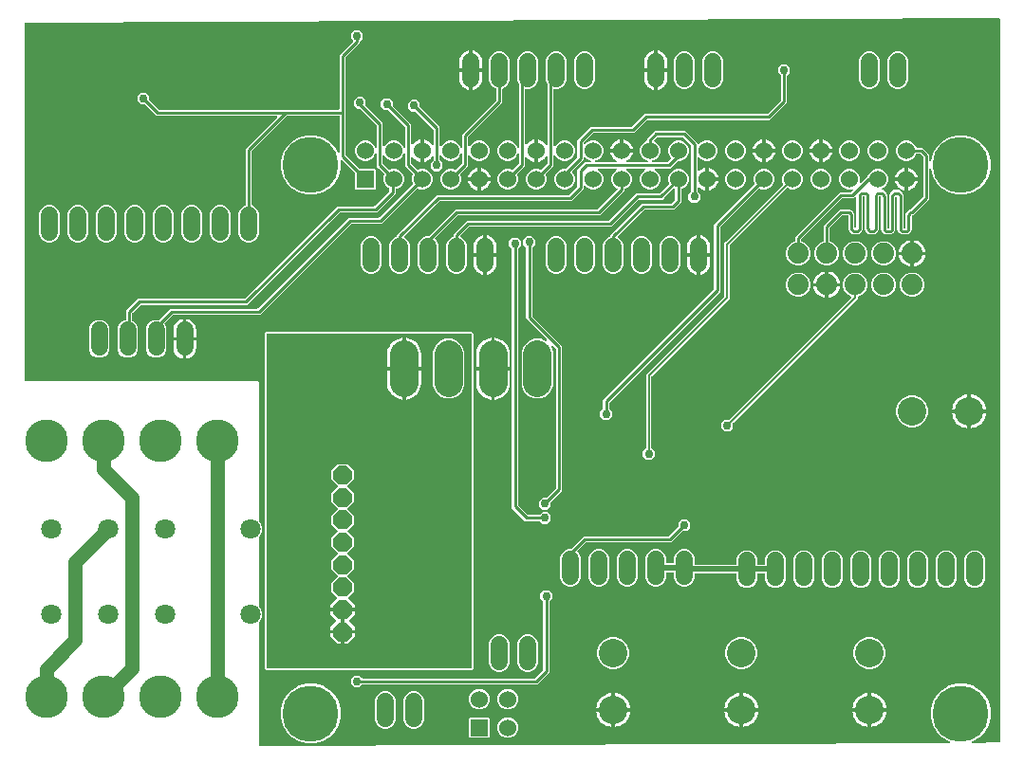
<source format=gbr>
G04 EAGLE Gerber RS-274X export*
G75*
%MOMM*%
%FSLAX34Y34*%
%LPD*%
%INBottom Copper*%
%IPPOS*%
%AMOC8*
5,1,8,0,0,1.08239X$1,22.5*%
G01*
%ADD10R,1.524000X1.524000*%
%ADD11C,1.524000*%
%ADD12C,5.000000*%
%ADD13C,2.514600*%
%ADD14C,1.879600*%
%ADD15C,1.524000*%
%ADD16C,2.540000*%
%ADD17C,1.800000*%
%ADD18P,1.814519X8X112.500000*%
%ADD19C,3.810000*%
%ADD20C,0.254000*%
%ADD21C,0.756400*%
%ADD22C,0.508000*%
%ADD23C,0.152400*%
%ADD24C,1.270000*%

G36*
X808185Y8675D02*
X808185Y8675D01*
X808207Y8678D01*
X808230Y8676D01*
X808328Y8699D01*
X808428Y8715D01*
X808447Y8726D01*
X808469Y8731D01*
X808556Y8784D01*
X808645Y8831D01*
X808660Y8848D01*
X808679Y8859D01*
X808744Y8937D01*
X808813Y9011D01*
X808822Y9031D01*
X808837Y9048D01*
X808874Y9142D01*
X808916Y9234D01*
X808918Y9256D01*
X808926Y9277D01*
X808931Y9378D01*
X808942Y9479D01*
X808937Y9501D01*
X808938Y9523D01*
X808911Y9620D01*
X808889Y9719D01*
X808877Y9738D01*
X808871Y9760D01*
X808814Y9843D01*
X808761Y9929D01*
X808744Y9944D01*
X808732Y9962D01*
X808651Y10023D01*
X808574Y10088D01*
X808553Y10097D01*
X808535Y10110D01*
X808379Y10171D01*
X807962Y10283D01*
X801913Y13775D01*
X796975Y18713D01*
X793483Y24762D01*
X791675Y31508D01*
X791675Y38492D01*
X793483Y45238D01*
X796975Y51287D01*
X801913Y56225D01*
X807962Y59717D01*
X814708Y61525D01*
X821692Y61525D01*
X828438Y59717D01*
X834487Y56225D01*
X839425Y51287D01*
X842917Y45238D01*
X844725Y38492D01*
X844725Y31508D01*
X842917Y24762D01*
X839425Y18713D01*
X834487Y13775D01*
X828438Y10283D01*
X828349Y10259D01*
X828325Y10248D01*
X828300Y10244D01*
X828214Y10198D01*
X828125Y10158D01*
X828106Y10140D01*
X828083Y10128D01*
X828016Y10057D01*
X827944Y9990D01*
X827932Y9968D01*
X827915Y9949D01*
X827874Y9860D01*
X827827Y9774D01*
X827823Y9749D01*
X827812Y9725D01*
X827801Y9628D01*
X827785Y9532D01*
X827789Y9506D01*
X827786Y9481D01*
X827807Y9385D01*
X827822Y9289D01*
X827834Y9266D01*
X827839Y9241D01*
X827890Y9157D01*
X827934Y9070D01*
X827953Y9052D01*
X827966Y9030D01*
X828041Y8967D01*
X828111Y8899D01*
X828134Y8888D01*
X828154Y8871D01*
X828245Y8835D01*
X828333Y8793D01*
X828358Y8790D01*
X828382Y8780D01*
X828549Y8762D01*
X852481Y8866D01*
X852499Y8869D01*
X852517Y8867D01*
X852620Y8889D01*
X852724Y8906D01*
X852740Y8915D01*
X852758Y8919D01*
X852848Y8973D01*
X852941Y9022D01*
X852953Y9036D01*
X852969Y9045D01*
X853037Y9125D01*
X853109Y9201D01*
X853117Y9218D01*
X853129Y9232D01*
X853168Y9330D01*
X853212Y9425D01*
X853214Y9443D01*
X853221Y9460D01*
X853239Y9627D01*
X853239Y655043D01*
X853236Y655064D01*
X853238Y655086D01*
X853216Y655185D01*
X853200Y655286D01*
X853189Y655305D01*
X853185Y655326D01*
X853132Y655413D01*
X853084Y655503D01*
X853069Y655518D01*
X853058Y655536D01*
X852980Y655602D01*
X852906Y655672D01*
X852887Y655681D01*
X852870Y655695D01*
X852775Y655733D01*
X852683Y655776D01*
X852662Y655778D01*
X852642Y655786D01*
X852475Y655804D01*
X-16513Y652058D01*
X-16531Y652055D01*
X-16549Y652057D01*
X-16652Y652034D01*
X-16756Y652017D01*
X-16772Y652008D01*
X-16790Y652004D01*
X-16880Y651950D01*
X-16973Y651901D01*
X-16985Y651887D01*
X-17001Y651878D01*
X-17069Y651798D01*
X-17141Y651722D01*
X-17149Y651705D01*
X-17161Y651691D01*
X-17200Y651593D01*
X-17244Y651498D01*
X-17246Y651480D01*
X-17253Y651463D01*
X-17271Y651296D01*
X-17271Y332232D01*
X-17268Y332212D01*
X-17270Y332193D01*
X-17248Y332091D01*
X-17232Y331989D01*
X-17222Y331972D01*
X-17218Y331952D01*
X-17165Y331863D01*
X-17116Y331772D01*
X-17102Y331758D01*
X-17092Y331741D01*
X-17013Y331674D01*
X-16938Y331602D01*
X-16920Y331594D01*
X-16905Y331581D01*
X-16809Y331542D01*
X-16715Y331499D01*
X-16695Y331497D01*
X-16677Y331489D01*
X-16510Y331471D01*
X191026Y331471D01*
X191771Y330726D01*
X191771Y206969D01*
X191773Y206958D01*
X191772Y206951D01*
X191780Y206915D01*
X191785Y206879D01*
X191793Y206788D01*
X191805Y206758D01*
X191810Y206726D01*
X191853Y206645D01*
X191889Y206562D01*
X191915Y206529D01*
X191926Y206509D01*
X191949Y206487D01*
X191994Y206431D01*
X193072Y205352D01*
X194675Y201483D01*
X194675Y197297D01*
X193072Y193428D01*
X191994Y192349D01*
X191941Y192276D01*
X191881Y192206D01*
X191869Y192176D01*
X191850Y192150D01*
X191823Y192063D01*
X191789Y191978D01*
X191785Y191937D01*
X191778Y191915D01*
X191779Y191882D01*
X191771Y191811D01*
X191771Y130769D01*
X191785Y130679D01*
X191793Y130588D01*
X191805Y130558D01*
X191810Y130526D01*
X191853Y130445D01*
X191889Y130362D01*
X191915Y130329D01*
X191926Y130309D01*
X191949Y130287D01*
X191994Y130231D01*
X193072Y129152D01*
X194675Y125283D01*
X194675Y121097D01*
X193072Y117228D01*
X191994Y116149D01*
X191947Y116085D01*
X191932Y116068D01*
X191928Y116061D01*
X191881Y116006D01*
X191869Y115976D01*
X191850Y115950D01*
X191823Y115863D01*
X191789Y115778D01*
X191785Y115737D01*
X191778Y115715D01*
X191779Y115682D01*
X191771Y115611D01*
X191771Y6782D01*
X191774Y6760D01*
X191772Y6739D01*
X191794Y6639D01*
X191810Y6539D01*
X191821Y6520D01*
X191825Y6499D01*
X191878Y6411D01*
X191926Y6321D01*
X191941Y6307D01*
X191952Y6288D01*
X192030Y6222D01*
X192104Y6152D01*
X192123Y6143D01*
X192140Y6129D01*
X192235Y6091D01*
X192327Y6048D01*
X192348Y6046D01*
X192368Y6038D01*
X192535Y6020D01*
X808185Y8675D01*
G37*
%LPC*%
G36*
X198443Y73913D02*
X198443Y73913D01*
X197103Y75253D01*
X197103Y374327D01*
X198443Y375667D01*
X381947Y375667D01*
X383287Y374327D01*
X383287Y75253D01*
X381947Y73913D01*
X198443Y73913D01*
G37*
%LPD*%
G36*
X381020Y75442D02*
X381020Y75442D01*
X381039Y75440D01*
X381141Y75462D01*
X381243Y75479D01*
X381260Y75488D01*
X381280Y75492D01*
X381369Y75545D01*
X381460Y75594D01*
X381474Y75608D01*
X381491Y75618D01*
X381558Y75697D01*
X381630Y75772D01*
X381638Y75790D01*
X381651Y75805D01*
X381690Y75901D01*
X381733Y75995D01*
X381735Y76015D01*
X381743Y76033D01*
X381761Y76200D01*
X381761Y373380D01*
X381758Y373400D01*
X381760Y373419D01*
X381738Y373521D01*
X381722Y373623D01*
X381712Y373640D01*
X381708Y373660D01*
X381655Y373749D01*
X381606Y373840D01*
X381592Y373854D01*
X381582Y373871D01*
X381503Y373938D01*
X381428Y374010D01*
X381410Y374018D01*
X381395Y374031D01*
X381299Y374070D01*
X381205Y374113D01*
X381185Y374115D01*
X381167Y374123D01*
X381000Y374141D01*
X199390Y374141D01*
X199370Y374138D01*
X199351Y374140D01*
X199249Y374118D01*
X199147Y374102D01*
X199130Y374092D01*
X199110Y374088D01*
X199021Y374035D01*
X198930Y373986D01*
X198916Y373972D01*
X198899Y373962D01*
X198832Y373883D01*
X198761Y373808D01*
X198752Y373790D01*
X198739Y373775D01*
X198700Y373679D01*
X198657Y373585D01*
X198655Y373565D01*
X198647Y373547D01*
X198629Y373380D01*
X198629Y76200D01*
X198632Y76180D01*
X198630Y76161D01*
X198652Y76059D01*
X198669Y75957D01*
X198678Y75940D01*
X198682Y75920D01*
X198735Y75831D01*
X198784Y75740D01*
X198798Y75726D01*
X198808Y75709D01*
X198887Y75642D01*
X198962Y75571D01*
X198980Y75562D01*
X198995Y75549D01*
X199091Y75510D01*
X199185Y75467D01*
X199205Y75465D01*
X199223Y75457D01*
X199390Y75439D01*
X381000Y75439D01*
X381020Y75442D01*
G37*
%LPC*%
G36*
X73111Y352805D02*
X73111Y352805D01*
X69750Y354197D01*
X67177Y356770D01*
X65785Y360131D01*
X65785Y379009D01*
X67177Y382370D01*
X69750Y384943D01*
X72935Y386262D01*
X73035Y386323D01*
X73135Y386383D01*
X73139Y386388D01*
X73144Y386392D01*
X73219Y386482D01*
X73295Y386570D01*
X73297Y386576D01*
X73301Y386581D01*
X73343Y386689D01*
X73387Y386799D01*
X73388Y386806D01*
X73389Y386811D01*
X73390Y386829D01*
X73405Y386965D01*
X73405Y394858D01*
X83932Y405385D01*
X178867Y405385D01*
X178957Y405399D01*
X179048Y405407D01*
X179078Y405419D01*
X179110Y405424D01*
X179190Y405467D01*
X179274Y405503D01*
X179306Y405529D01*
X179327Y405540D01*
X179349Y405563D01*
X179405Y405608D01*
X261732Y487935D01*
X294437Y487935D01*
X294527Y487949D01*
X294618Y487957D01*
X294648Y487969D01*
X294680Y487974D01*
X294760Y488017D01*
X294844Y488053D01*
X294876Y488079D01*
X294897Y488090D01*
X294919Y488113D01*
X294975Y488158D01*
X308259Y501442D01*
X308312Y501516D01*
X308372Y501585D01*
X308384Y501615D01*
X308403Y501641D01*
X308430Y501728D01*
X308464Y501813D01*
X308468Y501854D01*
X308475Y501876D01*
X308474Y501909D01*
X308482Y501980D01*
X308482Y503437D01*
X308463Y503552D01*
X308446Y503668D01*
X308444Y503674D01*
X308443Y503680D01*
X308388Y503782D01*
X308335Y503887D01*
X308330Y503892D01*
X308327Y503897D01*
X308243Y503977D01*
X308159Y504059D01*
X308153Y504063D01*
X308149Y504067D01*
X308132Y504074D01*
X308012Y504140D01*
X306986Y504565D01*
X304413Y507138D01*
X303021Y510499D01*
X303021Y514137D01*
X303815Y516052D01*
X303841Y516165D01*
X303870Y516280D01*
X303869Y516286D01*
X303871Y516292D01*
X303860Y516408D01*
X303851Y516525D01*
X303848Y516530D01*
X303848Y516537D01*
X303800Y516644D01*
X303754Y516751D01*
X303750Y516757D01*
X303748Y516761D01*
X303735Y516775D01*
X303650Y516882D01*
X299039Y521492D01*
X298965Y521545D01*
X298896Y521605D01*
X298866Y521617D01*
X298840Y521636D01*
X298752Y521663D01*
X298668Y521697D01*
X298627Y521701D01*
X298605Y521708D01*
X298572Y521707D01*
X298570Y521708D01*
X296925Y523352D01*
X296925Y534521D01*
X296910Y534617D01*
X296900Y534714D01*
X296890Y534738D01*
X296886Y534764D01*
X296840Y534850D01*
X296800Y534939D01*
X296783Y534958D01*
X296770Y534981D01*
X296700Y535048D01*
X296634Y535120D01*
X296611Y535133D01*
X296592Y535151D01*
X296504Y535192D01*
X296418Y535239D01*
X296393Y535243D01*
X296369Y535254D01*
X296272Y535265D01*
X296176Y535282D01*
X296150Y535279D01*
X296125Y535282D01*
X296029Y535261D01*
X295933Y535247D01*
X295910Y535235D01*
X295884Y535229D01*
X295801Y535179D01*
X295714Y535135D01*
X295695Y535116D01*
X295673Y535103D01*
X295610Y535029D01*
X295542Y534960D01*
X295526Y534931D01*
X295513Y534916D01*
X295501Y534885D01*
X295461Y534813D01*
X294519Y532538D01*
X291946Y529965D01*
X288585Y528573D01*
X284947Y528573D01*
X281586Y529965D01*
X279013Y532538D01*
X277621Y535899D01*
X277621Y539537D01*
X279013Y542898D01*
X281586Y545471D01*
X284947Y546863D01*
X288585Y546863D01*
X291946Y545471D01*
X294519Y542898D01*
X295461Y540623D01*
X295512Y540540D01*
X295558Y540455D01*
X295576Y540437D01*
X295590Y540414D01*
X295666Y540352D01*
X295736Y540285D01*
X295760Y540274D01*
X295780Y540258D01*
X295871Y540223D01*
X295959Y540182D01*
X295985Y540179D01*
X296009Y540169D01*
X296107Y540165D01*
X296203Y540154D01*
X296229Y540160D01*
X296255Y540159D01*
X296349Y540186D01*
X296444Y540207D01*
X296466Y540220D01*
X296491Y540227D01*
X296571Y540283D01*
X296655Y540333D01*
X296672Y540353D01*
X296693Y540368D01*
X296752Y540446D01*
X296815Y540520D01*
X296825Y540544D01*
X296840Y540565D01*
X296870Y540658D01*
X296907Y540748D01*
X296910Y540780D01*
X296916Y540799D01*
X296916Y540832D01*
X296925Y540915D01*
X296925Y559867D01*
X296911Y559957D01*
X296903Y560048D01*
X296891Y560078D01*
X296886Y560110D01*
X296843Y560190D01*
X296807Y560274D01*
X296781Y560306D01*
X296770Y560327D01*
X296747Y560349D01*
X296702Y560405D01*
X282247Y574860D01*
X282173Y574913D01*
X282104Y574973D01*
X282074Y574985D01*
X282048Y575004D01*
X281961Y575031D01*
X281876Y575065D01*
X281835Y575069D01*
X281813Y575076D01*
X281780Y575075D01*
X281709Y575083D01*
X279742Y575083D01*
X276633Y578192D01*
X276633Y582588D01*
X279742Y585697D01*
X284138Y585697D01*
X287247Y582588D01*
X287247Y578081D01*
X287261Y577991D01*
X287269Y577900D01*
X287281Y577870D01*
X287286Y577838D01*
X287329Y577758D01*
X287365Y577674D01*
X287391Y577642D01*
X287402Y577621D01*
X287425Y577599D01*
X287470Y577543D01*
X302515Y562498D01*
X302515Y542141D01*
X302530Y542045D01*
X302540Y541948D01*
X302550Y541924D01*
X302554Y541898D01*
X302600Y541812D01*
X302640Y541723D01*
X302657Y541704D01*
X302670Y541681D01*
X302740Y541614D01*
X302806Y541542D01*
X302829Y541530D01*
X302848Y541512D01*
X302936Y541471D01*
X303022Y541424D01*
X303047Y541419D01*
X303071Y541408D01*
X303168Y541397D01*
X303264Y541380D01*
X303290Y541384D01*
X303315Y541381D01*
X303410Y541402D01*
X303507Y541416D01*
X303530Y541428D01*
X303556Y541433D01*
X303640Y541483D01*
X303726Y541527D01*
X303744Y541546D01*
X303767Y541559D01*
X303830Y541633D01*
X303898Y541703D01*
X303914Y541731D01*
X303927Y541746D01*
X303939Y541777D01*
X303979Y541850D01*
X304413Y542898D01*
X306986Y545471D01*
X310347Y546863D01*
X313985Y546863D01*
X317346Y545471D01*
X319919Y542898D01*
X320861Y540623D01*
X320912Y540540D01*
X320958Y540455D01*
X320976Y540437D01*
X320990Y540414D01*
X321066Y540352D01*
X321136Y540285D01*
X321160Y540274D01*
X321180Y540258D01*
X321271Y540223D01*
X321359Y540182D01*
X321385Y540179D01*
X321409Y540169D01*
X321507Y540165D01*
X321603Y540154D01*
X321629Y540160D01*
X321655Y540159D01*
X321749Y540186D01*
X321844Y540207D01*
X321866Y540220D01*
X321891Y540227D01*
X321971Y540283D01*
X322055Y540333D01*
X322072Y540353D01*
X322093Y540368D01*
X322152Y540446D01*
X322215Y540520D01*
X322225Y540544D01*
X322240Y540565D01*
X322270Y540658D01*
X322307Y540748D01*
X322310Y540780D01*
X322316Y540799D01*
X322316Y540832D01*
X322325Y540915D01*
X322325Y558597D01*
X322311Y558687D01*
X322303Y558778D01*
X322291Y558808D01*
X322286Y558840D01*
X322243Y558920D01*
X322207Y559004D01*
X322181Y559036D01*
X322170Y559057D01*
X322147Y559079D01*
X322102Y559135D01*
X307647Y573590D01*
X307573Y573643D01*
X307504Y573703D01*
X307474Y573715D01*
X307448Y573734D01*
X307361Y573761D01*
X307276Y573795D01*
X307235Y573799D01*
X307213Y573806D01*
X307180Y573805D01*
X307109Y573813D01*
X303872Y573813D01*
X300763Y576922D01*
X300763Y581318D01*
X303872Y584427D01*
X308268Y584427D01*
X311377Y581318D01*
X311377Y578081D01*
X311391Y577991D01*
X311399Y577900D01*
X311411Y577870D01*
X311416Y577838D01*
X311459Y577758D01*
X311495Y577674D01*
X311521Y577642D01*
X311532Y577621D01*
X311555Y577599D01*
X311600Y577543D01*
X327915Y561228D01*
X327915Y544064D01*
X327916Y544056D01*
X327915Y544048D01*
X327936Y543934D01*
X327954Y543821D01*
X327958Y543814D01*
X327960Y543806D01*
X328016Y543705D01*
X328070Y543603D01*
X328075Y543598D01*
X328079Y543591D01*
X328164Y543513D01*
X328248Y543434D01*
X328255Y543431D01*
X328261Y543425D01*
X328367Y543379D01*
X328471Y543330D01*
X328479Y543330D01*
X328486Y543326D01*
X328601Y543316D01*
X328715Y543303D01*
X328723Y543305D01*
X328731Y543304D01*
X328844Y543331D01*
X328956Y543356D01*
X328963Y543360D01*
X328970Y543362D01*
X329069Y543423D01*
X329167Y543482D01*
X329172Y543488D01*
X329179Y543492D01*
X329292Y543616D01*
X329816Y544337D01*
X330947Y545468D01*
X332241Y546408D01*
X333666Y547134D01*
X335187Y547629D01*
X336043Y547764D01*
X336043Y538480D01*
X336046Y538460D01*
X336044Y538441D01*
X336066Y538339D01*
X336083Y538237D01*
X336092Y538220D01*
X336096Y538200D01*
X336149Y538111D01*
X336198Y538020D01*
X336212Y538006D01*
X336222Y537989D01*
X336301Y537922D01*
X336376Y537851D01*
X336394Y537842D01*
X336409Y537829D01*
X336505Y537791D01*
X336599Y537747D01*
X336619Y537745D01*
X336637Y537737D01*
X336804Y537719D01*
X338328Y537719D01*
X338348Y537722D01*
X338367Y537720D01*
X338469Y537742D01*
X338571Y537759D01*
X338588Y537768D01*
X338608Y537772D01*
X338697Y537825D01*
X338788Y537874D01*
X338802Y537888D01*
X338819Y537898D01*
X338886Y537977D01*
X338957Y538052D01*
X338966Y538070D01*
X338979Y538085D01*
X339018Y538181D01*
X339061Y538275D01*
X339063Y538295D01*
X339071Y538313D01*
X339089Y538480D01*
X339089Y547764D01*
X339945Y547629D01*
X341466Y547134D01*
X342891Y546408D01*
X344185Y545468D01*
X345316Y544337D01*
X346256Y543043D01*
X346286Y542986D01*
X346326Y542931D01*
X346358Y542871D01*
X346398Y542832D01*
X346431Y542787D01*
X346487Y542748D01*
X346536Y542702D01*
X346587Y542678D01*
X346632Y542646D01*
X346697Y542627D01*
X346759Y542598D01*
X346815Y542592D01*
X346868Y542576D01*
X346936Y542578D01*
X347003Y542571D01*
X347058Y542583D01*
X347114Y542585D01*
X347177Y542609D01*
X347244Y542623D01*
X347292Y542652D01*
X347344Y542672D01*
X347397Y542714D01*
X347455Y542749D01*
X347491Y542792D01*
X347535Y542827D01*
X347571Y542885D01*
X347615Y542936D01*
X347636Y542988D01*
X347666Y543035D01*
X347681Y543101D01*
X347707Y543164D01*
X347715Y543243D01*
X347723Y543275D01*
X347721Y543295D01*
X347725Y543331D01*
X347725Y556057D01*
X347711Y556147D01*
X347703Y556238D01*
X347691Y556268D01*
X347686Y556300D01*
X347643Y556380D01*
X347607Y556464D01*
X347581Y556496D01*
X347570Y556517D01*
X347547Y556539D01*
X347502Y556595D01*
X331777Y572320D01*
X331703Y572373D01*
X331634Y572433D01*
X331604Y572445D01*
X331578Y572464D01*
X331491Y572491D01*
X331406Y572525D01*
X331365Y572529D01*
X331343Y572536D01*
X331310Y572535D01*
X331239Y572543D01*
X328002Y572543D01*
X324893Y575652D01*
X324893Y580048D01*
X328002Y583157D01*
X332398Y583157D01*
X335507Y580048D01*
X335507Y576811D01*
X335521Y576721D01*
X335529Y576630D01*
X335541Y576600D01*
X335546Y576568D01*
X335589Y576488D01*
X335625Y576404D01*
X335651Y576372D01*
X335662Y576351D01*
X335685Y576329D01*
X335730Y576273D01*
X353315Y558688D01*
X353315Y542141D01*
X353330Y542045D01*
X353340Y541948D01*
X353350Y541924D01*
X353354Y541898D01*
X353400Y541813D01*
X353440Y541723D01*
X353457Y541704D01*
X353470Y541681D01*
X353540Y541614D01*
X353606Y541542D01*
X353629Y541530D01*
X353648Y541512D01*
X353736Y541471D01*
X353822Y541424D01*
X353847Y541419D01*
X353871Y541408D01*
X353968Y541397D01*
X354064Y541380D01*
X354090Y541384D01*
X354115Y541381D01*
X354211Y541402D01*
X354307Y541416D01*
X354330Y541428D01*
X354356Y541433D01*
X354439Y541483D01*
X354526Y541527D01*
X354545Y541546D01*
X354567Y541559D01*
X354630Y541633D01*
X354698Y541703D01*
X354714Y541731D01*
X354727Y541746D01*
X354739Y541777D01*
X354779Y541850D01*
X355213Y542898D01*
X357786Y545471D01*
X361147Y546863D01*
X364785Y546863D01*
X368146Y545471D01*
X370719Y542898D01*
X371661Y540623D01*
X371712Y540540D01*
X371758Y540455D01*
X371776Y540437D01*
X371790Y540414D01*
X371866Y540352D01*
X371936Y540285D01*
X371960Y540274D01*
X371980Y540258D01*
X372071Y540223D01*
X372159Y540182D01*
X372185Y540179D01*
X372209Y540169D01*
X372307Y540165D01*
X372403Y540154D01*
X372429Y540160D01*
X372455Y540159D01*
X372549Y540186D01*
X372644Y540207D01*
X372666Y540220D01*
X372691Y540227D01*
X372771Y540283D01*
X372855Y540333D01*
X372872Y540353D01*
X372893Y540368D01*
X372952Y540446D01*
X373015Y540520D01*
X373025Y540544D01*
X373040Y540565D01*
X373070Y540658D01*
X373107Y540748D01*
X373110Y540780D01*
X373116Y540799D01*
X373116Y540832D01*
X373125Y540915D01*
X373125Y552338D01*
X403382Y582595D01*
X403435Y582669D01*
X403495Y582738D01*
X403507Y582768D01*
X403526Y582794D01*
X403553Y582881D01*
X403587Y582966D01*
X403591Y583007D01*
X403598Y583029D01*
X403597Y583062D01*
X403605Y583133D01*
X403605Y592731D01*
X403586Y592846D01*
X403569Y592962D01*
X403567Y592967D01*
X403566Y592974D01*
X403511Y593076D01*
X403458Y593181D01*
X403453Y593185D01*
X403450Y593191D01*
X403366Y593271D01*
X403282Y593353D01*
X403276Y593357D01*
X403272Y593360D01*
X403255Y593368D01*
X403135Y593434D01*
X401220Y594227D01*
X398647Y596800D01*
X397255Y600161D01*
X397255Y619039D01*
X398647Y622400D01*
X401220Y624973D01*
X404581Y626365D01*
X408219Y626365D01*
X411580Y624973D01*
X414153Y622400D01*
X415545Y619039D01*
X415545Y600161D01*
X414153Y596800D01*
X411580Y594227D01*
X409665Y593434D01*
X409565Y593372D01*
X409465Y593313D01*
X409461Y593308D01*
X409456Y593304D01*
X409381Y593214D01*
X409305Y593126D01*
X409303Y593120D01*
X409299Y593115D01*
X409257Y593007D01*
X409213Y592897D01*
X409212Y592890D01*
X409211Y592885D01*
X409210Y592867D01*
X409195Y592731D01*
X409195Y580502D01*
X378938Y550245D01*
X378885Y550171D01*
X378825Y550102D01*
X378813Y550072D01*
X378794Y550046D01*
X378767Y549959D01*
X378733Y549874D01*
X378729Y549833D01*
X378722Y549811D01*
X378723Y549778D01*
X378715Y549707D01*
X378715Y542141D01*
X378730Y542045D01*
X378740Y541948D01*
X378750Y541924D01*
X378754Y541898D01*
X378800Y541813D01*
X378840Y541723D01*
X378857Y541704D01*
X378870Y541681D01*
X378940Y541614D01*
X379006Y541542D01*
X379029Y541530D01*
X379048Y541512D01*
X379136Y541471D01*
X379222Y541424D01*
X379247Y541419D01*
X379271Y541408D01*
X379368Y541397D01*
X379464Y541380D01*
X379490Y541384D01*
X379515Y541381D01*
X379611Y541402D01*
X379707Y541416D01*
X379730Y541428D01*
X379756Y541433D01*
X379839Y541483D01*
X379926Y541527D01*
X379945Y541546D01*
X379967Y541559D01*
X380030Y541633D01*
X380098Y541703D01*
X380114Y541731D01*
X380127Y541746D01*
X380139Y541777D01*
X380179Y541850D01*
X380613Y542898D01*
X383186Y545471D01*
X386547Y546863D01*
X390185Y546863D01*
X393546Y545471D01*
X396119Y542898D01*
X397511Y539537D01*
X397511Y535899D01*
X396119Y532538D01*
X393546Y529965D01*
X390185Y528573D01*
X386547Y528573D01*
X383186Y529965D01*
X380613Y532538D01*
X380179Y533586D01*
X380128Y533669D01*
X380082Y533755D01*
X380064Y533773D01*
X380050Y533795D01*
X379974Y533857D01*
X379904Y533924D01*
X379880Y533935D01*
X379860Y533952D01*
X379769Y533987D01*
X379681Y534028D01*
X379655Y534031D01*
X379631Y534040D01*
X379533Y534044D01*
X379437Y534055D01*
X379411Y534050D01*
X379385Y534051D01*
X379291Y534024D01*
X379196Y534003D01*
X379174Y533989D01*
X379149Y533982D01*
X379069Y533927D01*
X378985Y533877D01*
X378968Y533857D01*
X378947Y533842D01*
X378888Y533764D01*
X378825Y533690D01*
X378815Y533665D01*
X378800Y533644D01*
X378770Y533552D01*
X378733Y533462D01*
X378730Y533429D01*
X378724Y533411D01*
X378724Y533378D01*
X378715Y533295D01*
X378715Y524114D01*
X376855Y522254D01*
X371482Y516882D01*
X371415Y516788D01*
X371344Y516693D01*
X371342Y516687D01*
X371339Y516682D01*
X371305Y516571D01*
X371268Y516459D01*
X371268Y516453D01*
X371266Y516447D01*
X371269Y516330D01*
X371271Y516214D01*
X371273Y516206D01*
X371273Y516201D01*
X371279Y516184D01*
X371317Y516052D01*
X372111Y514137D01*
X372111Y510499D01*
X370719Y507138D01*
X368146Y504565D01*
X364785Y503173D01*
X361147Y503173D01*
X357786Y504565D01*
X355213Y507138D01*
X353821Y510499D01*
X353821Y514137D01*
X355213Y517498D01*
X357786Y520071D01*
X361147Y521463D01*
X364785Y521463D01*
X366700Y520669D01*
X366766Y520654D01*
X366791Y520644D01*
X366824Y520640D01*
X366928Y520614D01*
X366934Y520615D01*
X366940Y520613D01*
X367056Y520624D01*
X367173Y520633D01*
X367178Y520636D01*
X367185Y520636D01*
X367292Y520684D01*
X367399Y520730D01*
X367405Y520734D01*
X367409Y520736D01*
X367423Y520749D01*
X367455Y520775D01*
X367466Y520780D01*
X367477Y520792D01*
X367530Y520834D01*
X372902Y526207D01*
X372949Y526271D01*
X372964Y526287D01*
X372967Y526294D01*
X373015Y526350D01*
X373027Y526380D01*
X373046Y526406D01*
X373073Y526493D01*
X373107Y526578D01*
X373111Y526619D01*
X373118Y526641D01*
X373117Y526674D01*
X373125Y526745D01*
X373125Y534521D01*
X373110Y534617D01*
X373100Y534714D01*
X373090Y534738D01*
X373086Y534764D01*
X373040Y534850D01*
X373000Y534939D01*
X372983Y534958D01*
X372970Y534981D01*
X372900Y535048D01*
X372834Y535120D01*
X372811Y535133D01*
X372792Y535151D01*
X372704Y535192D01*
X372618Y535239D01*
X372593Y535243D01*
X372569Y535254D01*
X372472Y535265D01*
X372376Y535282D01*
X372350Y535279D01*
X372325Y535282D01*
X372229Y535261D01*
X372133Y535247D01*
X372110Y535235D01*
X372084Y535229D01*
X372001Y535179D01*
X371914Y535135D01*
X371895Y535116D01*
X371873Y535103D01*
X371810Y535029D01*
X371742Y534960D01*
X371726Y534931D01*
X371713Y534916D01*
X371701Y534885D01*
X371661Y534813D01*
X370719Y532538D01*
X368146Y529965D01*
X364785Y528573D01*
X361147Y528573D01*
X357786Y529965D01*
X355213Y532538D01*
X354779Y533586D01*
X354728Y533669D01*
X354682Y533755D01*
X354664Y533773D01*
X354650Y533795D01*
X354574Y533857D01*
X354504Y533924D01*
X354480Y533935D01*
X354460Y533952D01*
X354369Y533987D01*
X354281Y534028D01*
X354255Y534031D01*
X354231Y534040D01*
X354133Y534044D01*
X354037Y534055D01*
X354011Y534050D01*
X353985Y534051D01*
X353891Y534024D01*
X353796Y534003D01*
X353774Y533989D01*
X353749Y533982D01*
X353669Y533927D01*
X353585Y533877D01*
X353568Y533857D01*
X353547Y533842D01*
X353488Y533764D01*
X353425Y533690D01*
X353415Y533665D01*
X353400Y533644D01*
X353370Y533552D01*
X353333Y533462D01*
X353330Y533429D01*
X353324Y533411D01*
X353324Y533378D01*
X353315Y533295D01*
X353315Y529535D01*
X353329Y529445D01*
X353337Y529354D01*
X353349Y529325D01*
X353354Y529293D01*
X353397Y529212D01*
X353433Y529128D01*
X353459Y529096D01*
X353470Y529075D01*
X353493Y529053D01*
X353538Y528997D01*
X355827Y526708D01*
X355827Y522312D01*
X352718Y519203D01*
X348322Y519203D01*
X345213Y522312D01*
X345213Y526708D01*
X347502Y528997D01*
X347555Y529071D01*
X347615Y529141D01*
X347627Y529171D01*
X347646Y529197D01*
X347673Y529284D01*
X347707Y529369D01*
X347711Y529410D01*
X347718Y529432D01*
X347717Y529464D01*
X347725Y529535D01*
X347725Y532105D01*
X347714Y532172D01*
X347713Y532240D01*
X347695Y532293D01*
X347686Y532348D01*
X347654Y532408D01*
X347631Y532472D01*
X347597Y532516D01*
X347570Y532565D01*
X347521Y532612D01*
X347479Y532665D01*
X347433Y532696D01*
X347392Y532734D01*
X347331Y532763D01*
X347274Y532800D01*
X347220Y532815D01*
X347169Y532838D01*
X347102Y532846D01*
X347036Y532863D01*
X346980Y532859D01*
X346925Y532865D01*
X346858Y532851D01*
X346791Y532846D01*
X346739Y532825D01*
X346684Y532813D01*
X346626Y532778D01*
X346563Y532752D01*
X346521Y532715D01*
X346473Y532687D01*
X346429Y532635D01*
X346378Y532591D01*
X346335Y532525D01*
X346313Y532500D01*
X346305Y532480D01*
X346286Y532450D01*
X346256Y532393D01*
X345316Y531099D01*
X344185Y529968D01*
X342891Y529028D01*
X341466Y528302D01*
X339945Y527807D01*
X339089Y527672D01*
X339089Y536956D01*
X339086Y536976D01*
X339088Y536995D01*
X339066Y537097D01*
X339049Y537199D01*
X339040Y537216D01*
X339036Y537236D01*
X338983Y537325D01*
X338934Y537416D01*
X338920Y537430D01*
X338910Y537447D01*
X338831Y537514D01*
X338756Y537585D01*
X338738Y537594D01*
X338723Y537607D01*
X338627Y537645D01*
X338533Y537689D01*
X338513Y537691D01*
X338495Y537699D01*
X338328Y537717D01*
X336804Y537717D01*
X336784Y537714D01*
X336765Y537716D01*
X336663Y537694D01*
X336561Y537677D01*
X336544Y537668D01*
X336524Y537664D01*
X336435Y537611D01*
X336344Y537562D01*
X336330Y537548D01*
X336313Y537538D01*
X336246Y537459D01*
X336175Y537384D01*
X336166Y537366D01*
X336153Y537351D01*
X336114Y537255D01*
X336071Y537161D01*
X336069Y537141D01*
X336061Y537123D01*
X336043Y536956D01*
X336043Y527672D01*
X335187Y527807D01*
X333666Y528302D01*
X332241Y529028D01*
X330947Y529968D01*
X329816Y531099D01*
X329292Y531820D01*
X329286Y531826D01*
X329282Y531833D01*
X329199Y531912D01*
X329117Y531993D01*
X329110Y531996D01*
X329104Y532002D01*
X329000Y532050D01*
X328896Y532101D01*
X328888Y532102D01*
X328881Y532106D01*
X328767Y532118D01*
X328652Y532133D01*
X328644Y532132D01*
X328637Y532133D01*
X328524Y532108D01*
X328411Y532086D01*
X328404Y532082D01*
X328396Y532080D01*
X328298Y532022D01*
X328197Y531964D01*
X328192Y531958D01*
X328185Y531954D01*
X328110Y531867D01*
X328033Y531781D01*
X328030Y531773D01*
X328025Y531767D01*
X327982Y531660D01*
X327937Y531555D01*
X327936Y531547D01*
X327933Y531539D01*
X327915Y531372D01*
X327915Y526237D01*
X327929Y526147D01*
X327937Y526056D01*
X327949Y526026D01*
X327954Y525994D01*
X327997Y525914D01*
X328033Y525830D01*
X328059Y525798D01*
X328070Y525777D01*
X328093Y525755D01*
X328138Y525699D01*
X333002Y520834D01*
X333091Y520771D01*
X333131Y520736D01*
X333145Y520730D01*
X333191Y520696D01*
X333197Y520694D01*
X333202Y520691D01*
X333313Y520657D01*
X333425Y520620D01*
X333431Y520620D01*
X333437Y520618D01*
X333554Y520621D01*
X333671Y520623D01*
X333678Y520625D01*
X333683Y520625D01*
X333700Y520631D01*
X333832Y520669D01*
X335747Y521463D01*
X339385Y521463D01*
X342746Y520071D01*
X345319Y517498D01*
X346711Y514137D01*
X346711Y510499D01*
X345319Y507138D01*
X342746Y504565D01*
X339385Y503173D01*
X335747Y503173D01*
X333832Y503967D01*
X333718Y503993D01*
X333605Y504022D01*
X333598Y504021D01*
X333592Y504023D01*
X333476Y504012D01*
X333359Y504003D01*
X333354Y504000D01*
X333347Y504000D01*
X333240Y503952D01*
X333133Y503906D01*
X333127Y503902D01*
X333123Y503900D01*
X333109Y503887D01*
X333002Y503802D01*
X301386Y472185D01*
X274523Y472185D01*
X274433Y472171D01*
X274342Y472163D01*
X274312Y472151D01*
X274280Y472146D01*
X274200Y472103D01*
X274116Y472067D01*
X274084Y472041D01*
X274063Y472030D01*
X274041Y472007D01*
X273985Y471962D01*
X192928Y390905D01*
X115773Y390905D01*
X115683Y390891D01*
X115592Y390883D01*
X115562Y390871D01*
X115530Y390866D01*
X115450Y390823D01*
X115366Y390787D01*
X115334Y390761D01*
X115313Y390750D01*
X115291Y390727D01*
X115235Y390682D01*
X108041Y383488D01*
X108029Y383472D01*
X108014Y383460D01*
X107957Y383372D01*
X107897Y383289D01*
X107891Y383270D01*
X107881Y383253D01*
X107855Y383152D01*
X107825Y383054D01*
X107825Y383034D01*
X107821Y383014D01*
X107829Y382911D01*
X107831Y382808D01*
X107838Y382789D01*
X107840Y382769D01*
X107880Y382674D01*
X107916Y382577D01*
X107928Y382561D01*
X107936Y382543D01*
X108041Y382412D01*
X108083Y382370D01*
X109475Y379009D01*
X109475Y360131D01*
X108083Y356770D01*
X105510Y354197D01*
X102149Y352805D01*
X98511Y352805D01*
X95150Y354197D01*
X92577Y356770D01*
X91185Y360131D01*
X91185Y379009D01*
X92577Y382370D01*
X95150Y384943D01*
X98511Y386335D01*
X102149Y386335D01*
X102268Y386285D01*
X102382Y386259D01*
X102495Y386230D01*
X102502Y386231D01*
X102508Y386229D01*
X102624Y386240D01*
X102741Y386249D01*
X102746Y386252D01*
X102753Y386252D01*
X102860Y386300D01*
X102967Y386345D01*
X102973Y386350D01*
X102977Y386352D01*
X102991Y386365D01*
X103098Y386450D01*
X113142Y396495D01*
X190297Y396495D01*
X190387Y396509D01*
X190478Y396517D01*
X190508Y396529D01*
X190540Y396534D01*
X190620Y396577D01*
X190704Y396613D01*
X190736Y396639D01*
X190757Y396650D01*
X190779Y396673D01*
X190835Y396718D01*
X271892Y477775D01*
X298755Y477775D01*
X298845Y477789D01*
X298936Y477797D01*
X298966Y477809D01*
X298998Y477814D01*
X299078Y477857D01*
X299162Y477893D01*
X299194Y477919D01*
X299215Y477930D01*
X299237Y477953D01*
X299293Y477998D01*
X329050Y507754D01*
X329117Y507848D01*
X329188Y507943D01*
X329190Y507949D01*
X329193Y507954D01*
X329227Y508065D01*
X329264Y508177D01*
X329264Y508183D01*
X329266Y508189D01*
X329263Y508306D01*
X329261Y508423D01*
X329259Y508430D01*
X329259Y508435D01*
X329253Y508452D01*
X329215Y508584D01*
X328421Y510499D01*
X328421Y514137D01*
X329215Y516052D01*
X329241Y516165D01*
X329270Y516279D01*
X329269Y516286D01*
X329271Y516292D01*
X329260Y516408D01*
X329251Y516525D01*
X329248Y516530D01*
X329248Y516537D01*
X329200Y516644D01*
X329154Y516751D01*
X329150Y516757D01*
X329148Y516761D01*
X329135Y516775D01*
X329050Y516882D01*
X322325Y523606D01*
X322325Y534521D01*
X322310Y534617D01*
X322300Y534714D01*
X322290Y534738D01*
X322286Y534764D01*
X322240Y534850D01*
X322200Y534939D01*
X322183Y534958D01*
X322170Y534981D01*
X322100Y535048D01*
X322034Y535120D01*
X322011Y535133D01*
X321992Y535151D01*
X321904Y535192D01*
X321818Y535239D01*
X321793Y535243D01*
X321769Y535254D01*
X321672Y535265D01*
X321576Y535282D01*
X321550Y535279D01*
X321525Y535282D01*
X321429Y535261D01*
X321333Y535247D01*
X321310Y535235D01*
X321284Y535229D01*
X321201Y535179D01*
X321114Y535135D01*
X321095Y535116D01*
X321073Y535103D01*
X321010Y535029D01*
X320942Y534960D01*
X320926Y534931D01*
X320913Y534916D01*
X320901Y534885D01*
X320861Y534813D01*
X319919Y532538D01*
X317346Y529965D01*
X313985Y528573D01*
X310347Y528573D01*
X306986Y529965D01*
X304413Y532538D01*
X303979Y533586D01*
X303928Y533669D01*
X303882Y533755D01*
X303863Y533773D01*
X303850Y533795D01*
X303775Y533857D01*
X303704Y533924D01*
X303680Y533935D01*
X303660Y533952D01*
X303569Y533987D01*
X303481Y534028D01*
X303455Y534031D01*
X303431Y534040D01*
X303333Y534044D01*
X303237Y534055D01*
X303211Y534050D01*
X303185Y534051D01*
X303091Y534024D01*
X302996Y534003D01*
X302974Y533989D01*
X302949Y533982D01*
X302869Y533927D01*
X302785Y533877D01*
X302768Y533857D01*
X302747Y533842D01*
X302688Y533764D01*
X302625Y533690D01*
X302615Y533665D01*
X302600Y533645D01*
X302570Y533552D01*
X302533Y533462D01*
X302530Y533429D01*
X302524Y533411D01*
X302524Y533378D01*
X302515Y533295D01*
X302515Y526237D01*
X302529Y526147D01*
X302537Y526056D01*
X302549Y526026D01*
X302554Y525994D01*
X302597Y525914D01*
X302633Y525830D01*
X302659Y525798D01*
X302670Y525777D01*
X302693Y525755D01*
X302738Y525699D01*
X302992Y525445D01*
X307602Y520834D01*
X307691Y520770D01*
X307731Y520736D01*
X307745Y520730D01*
X307791Y520696D01*
X307797Y520694D01*
X307802Y520691D01*
X307913Y520657D01*
X308025Y520620D01*
X308031Y520620D01*
X308037Y520618D01*
X308154Y520621D01*
X308270Y520623D01*
X308278Y520625D01*
X308283Y520625D01*
X308300Y520631D01*
X308432Y520669D01*
X310347Y521463D01*
X313985Y521463D01*
X317346Y520071D01*
X319919Y517498D01*
X321311Y514137D01*
X321311Y510499D01*
X319919Y507138D01*
X317346Y504565D01*
X314542Y503404D01*
X314442Y503342D01*
X314342Y503282D01*
X314338Y503278D01*
X314333Y503274D01*
X314258Y503184D01*
X314182Y503095D01*
X314180Y503090D01*
X314176Y503085D01*
X314134Y502976D01*
X314090Y502867D01*
X314089Y502860D01*
X314088Y502855D01*
X314087Y502837D01*
X314072Y502701D01*
X314072Y499349D01*
X297068Y482345D01*
X264363Y482345D01*
X264273Y482331D01*
X264182Y482323D01*
X264152Y482311D01*
X264120Y482306D01*
X264040Y482263D01*
X263956Y482227D01*
X263924Y482201D01*
X263903Y482190D01*
X263881Y482167D01*
X263825Y482122D01*
X181498Y399795D01*
X86563Y399795D01*
X86473Y399781D01*
X86382Y399773D01*
X86352Y399761D01*
X86320Y399756D01*
X86240Y399713D01*
X86156Y399677D01*
X86124Y399651D01*
X86103Y399640D01*
X86081Y399617D01*
X86025Y399572D01*
X79218Y392765D01*
X79165Y392691D01*
X79105Y392622D01*
X79093Y392592D01*
X79074Y392566D01*
X79047Y392479D01*
X79013Y392394D01*
X79009Y392353D01*
X79002Y392331D01*
X79003Y392298D01*
X78995Y392227D01*
X78995Y385913D01*
X79014Y385798D01*
X79031Y385682D01*
X79033Y385677D01*
X79034Y385670D01*
X79089Y385568D01*
X79142Y385463D01*
X79147Y385459D01*
X79150Y385453D01*
X79234Y385373D01*
X79318Y385291D01*
X79324Y385287D01*
X79328Y385284D01*
X79345Y385276D01*
X79465Y385210D01*
X80110Y384943D01*
X82683Y382370D01*
X84075Y379009D01*
X84075Y360131D01*
X82683Y356770D01*
X80110Y354197D01*
X76749Y352805D01*
X73111Y352805D01*
G37*
%LPD*%
%LPC*%
G36*
X315681Y427735D02*
X315681Y427735D01*
X312320Y429127D01*
X309747Y431700D01*
X308355Y435061D01*
X308355Y453939D01*
X309747Y457300D01*
X312320Y459873D01*
X314235Y460666D01*
X314335Y460728D01*
X314435Y460787D01*
X314439Y460792D01*
X314444Y460795D01*
X314519Y460886D01*
X314595Y460974D01*
X314597Y460980D01*
X314601Y460985D01*
X314643Y461093D01*
X314687Y461202D01*
X314688Y461210D01*
X314689Y461215D01*
X314690Y461233D01*
X314705Y461369D01*
X314705Y462168D01*
X350632Y498095D01*
X468427Y498095D01*
X468517Y498109D01*
X468608Y498117D01*
X468638Y498129D01*
X468670Y498134D01*
X468750Y498177D01*
X468834Y498213D01*
X468866Y498239D01*
X468887Y498250D01*
X468909Y498273D01*
X468965Y498318D01*
X475772Y505125D01*
X475825Y505199D01*
X475885Y505268D01*
X475897Y505298D01*
X475916Y505324D01*
X475943Y505411D01*
X475977Y505496D01*
X475981Y505537D01*
X475988Y505559D01*
X475987Y505592D01*
X475995Y505663D01*
X475995Y520588D01*
X482712Y527305D01*
X487382Y527305D01*
X487479Y527320D01*
X487576Y527330D01*
X487599Y527340D01*
X487625Y527344D01*
X487711Y527390D01*
X487800Y527430D01*
X487820Y527447D01*
X487843Y527460D01*
X487910Y527530D01*
X487981Y527596D01*
X487994Y527619D01*
X488012Y527638D01*
X488053Y527726D01*
X488100Y527812D01*
X488105Y527837D01*
X488116Y527861D01*
X488126Y527958D01*
X488144Y528054D01*
X488140Y528080D01*
X488143Y528105D01*
X488122Y528201D01*
X488108Y528297D01*
X488096Y528320D01*
X488090Y528346D01*
X488041Y528429D01*
X487996Y528516D01*
X487978Y528535D01*
X487964Y528557D01*
X487890Y528620D01*
X487821Y528688D01*
X487792Y528704D01*
X487777Y528717D01*
X487747Y528729D01*
X487674Y528769D01*
X484786Y529965D01*
X482884Y531867D01*
X482826Y531909D01*
X482774Y531958D01*
X482727Y531980D01*
X482685Y532011D01*
X482616Y532032D01*
X482551Y532062D01*
X482499Y532068D01*
X482449Y532083D01*
X482378Y532081D01*
X482307Y532089D01*
X482256Y532078D01*
X482204Y532077D01*
X482136Y532052D01*
X482066Y532037D01*
X482021Y532010D01*
X481973Y531992D01*
X481917Y531947D01*
X481855Y531911D01*
X481821Y531871D01*
X481781Y531839D01*
X481742Y531778D01*
X481695Y531724D01*
X481676Y531675D01*
X481648Y531632D01*
X481630Y531562D01*
X481603Y531496D01*
X481595Y531424D01*
X481587Y531393D01*
X481589Y531370D01*
X481585Y531329D01*
X481585Y529702D01*
X471388Y519505D01*
X471376Y519489D01*
X471361Y519477D01*
X471305Y519390D01*
X471244Y519306D01*
X471238Y519287D01*
X471228Y519270D01*
X471202Y519169D01*
X471172Y519071D01*
X471172Y519051D01*
X471168Y519031D01*
X471176Y518928D01*
X471178Y518825D01*
X471185Y518806D01*
X471187Y518786D01*
X471227Y518691D01*
X471263Y518594D01*
X471275Y518578D01*
X471283Y518560D01*
X471388Y518429D01*
X472319Y517498D01*
X473711Y514137D01*
X473711Y510499D01*
X472319Y507138D01*
X469746Y504565D01*
X466385Y503173D01*
X462747Y503173D01*
X459386Y504565D01*
X456813Y507138D01*
X455421Y510499D01*
X455421Y514137D01*
X456813Y517498D01*
X459386Y520071D01*
X462747Y521463D01*
X465125Y521463D01*
X465215Y521477D01*
X465306Y521485D01*
X465336Y521497D01*
X465368Y521502D01*
X465449Y521545D01*
X465532Y521581D01*
X465565Y521607D01*
X465585Y521618D01*
X465607Y521641D01*
X465663Y521686D01*
X475772Y531795D01*
X475825Y531869D01*
X475885Y531938D01*
X475897Y531968D01*
X475916Y531994D01*
X475943Y532081D01*
X475977Y532166D01*
X475981Y532207D01*
X475988Y532229D01*
X475987Y532262D01*
X475995Y532333D01*
X475995Y547258D01*
X487792Y559055D01*
X524307Y559055D01*
X524397Y559069D01*
X524488Y559077D01*
X524518Y559089D01*
X524550Y559094D01*
X524630Y559137D01*
X524714Y559173D01*
X524746Y559199D01*
X524767Y559210D01*
X524789Y559233D01*
X524845Y559278D01*
X536052Y570485D01*
X644957Y570485D01*
X645047Y570499D01*
X645138Y570507D01*
X645168Y570519D01*
X645200Y570524D01*
X645280Y570567D01*
X645364Y570603D01*
X645396Y570629D01*
X645417Y570640D01*
X645439Y570663D01*
X645495Y570708D01*
X657382Y582595D01*
X657435Y582669D01*
X657495Y582738D01*
X657507Y582768D01*
X657526Y582794D01*
X657553Y582881D01*
X657587Y582966D01*
X657591Y583007D01*
X657598Y583029D01*
X657597Y583062D01*
X657605Y583133D01*
X657605Y604575D01*
X657591Y604665D01*
X657583Y604756D01*
X657571Y604785D01*
X657566Y604817D01*
X657523Y604898D01*
X657487Y604982D01*
X657461Y605014D01*
X657450Y605035D01*
X657427Y605057D01*
X657382Y605113D01*
X655093Y607402D01*
X655093Y611798D01*
X658202Y614907D01*
X662598Y614907D01*
X665707Y611798D01*
X665707Y607402D01*
X663418Y605113D01*
X663365Y605039D01*
X663305Y604969D01*
X663293Y604939D01*
X663274Y604913D01*
X663247Y604826D01*
X663213Y604741D01*
X663209Y604700D01*
X663202Y604678D01*
X663203Y604646D01*
X663195Y604575D01*
X663195Y580502D01*
X647588Y564895D01*
X538683Y564895D01*
X538593Y564881D01*
X538502Y564873D01*
X538472Y564861D01*
X538440Y564856D01*
X538360Y564813D01*
X538276Y564777D01*
X538244Y564751D01*
X538223Y564740D01*
X538201Y564717D01*
X538145Y564672D01*
X526938Y553465D01*
X490423Y553465D01*
X490333Y553451D01*
X490242Y553443D01*
X490212Y553431D01*
X490180Y553426D01*
X490100Y553383D01*
X490016Y553347D01*
X489984Y553321D01*
X489963Y553310D01*
X489941Y553287D01*
X489885Y553242D01*
X481808Y545165D01*
X481755Y545091D01*
X481695Y545022D01*
X481683Y544992D01*
X481664Y544966D01*
X481637Y544879D01*
X481603Y544794D01*
X481599Y544753D01*
X481592Y544731D01*
X481593Y544698D01*
X481585Y544627D01*
X481585Y544107D01*
X481596Y544036D01*
X481598Y543965D01*
X481616Y543916D01*
X481624Y543864D01*
X481658Y543801D01*
X481683Y543734D01*
X481715Y543693D01*
X481740Y543647D01*
X481792Y543598D01*
X481836Y543542D01*
X481880Y543513D01*
X481918Y543478D01*
X481983Y543447D01*
X482043Y543409D01*
X482094Y543396D01*
X482141Y543374D01*
X482212Y543366D01*
X482282Y543349D01*
X482334Y543353D01*
X482385Y543347D01*
X482456Y543362D01*
X482527Y543368D01*
X482575Y543388D01*
X482626Y543399D01*
X482687Y543436D01*
X482753Y543464D01*
X482809Y543509D01*
X482837Y543525D01*
X482852Y543543D01*
X482884Y543569D01*
X484786Y545471D01*
X488147Y546863D01*
X491785Y546863D01*
X495146Y545471D01*
X497719Y542898D01*
X499111Y539537D01*
X499111Y535899D01*
X497719Y532538D01*
X495146Y529965D01*
X492258Y528769D01*
X492175Y528718D01*
X492089Y528672D01*
X492071Y528653D01*
X492049Y528640D01*
X491987Y528565D01*
X491920Y528494D01*
X491909Y528470D01*
X491892Y528450D01*
X491857Y528359D01*
X491816Y528271D01*
X491814Y528245D01*
X491804Y528221D01*
X491800Y528123D01*
X491789Y528027D01*
X491795Y528001D01*
X491794Y527975D01*
X491821Y527881D01*
X491842Y527786D01*
X491855Y527764D01*
X491862Y527739D01*
X491918Y527659D01*
X491968Y527575D01*
X491988Y527558D01*
X492003Y527537D01*
X492081Y527478D01*
X492155Y527415D01*
X492179Y527405D01*
X492200Y527390D01*
X492292Y527360D01*
X492383Y527323D01*
X492415Y527320D01*
X492434Y527314D01*
X492467Y527314D01*
X492550Y527305D01*
X510251Y527305D01*
X510318Y527316D01*
X510386Y527317D01*
X510439Y527335D01*
X510494Y527344D01*
X510554Y527376D01*
X510618Y527399D01*
X510662Y527433D01*
X510712Y527460D01*
X510758Y527509D01*
X510812Y527550D01*
X510842Y527597D01*
X510881Y527638D01*
X510909Y527699D01*
X510947Y527756D01*
X510961Y527810D01*
X510985Y527861D01*
X510992Y527928D01*
X511009Y527994D01*
X511005Y528050D01*
X511012Y528105D01*
X510997Y528172D01*
X510993Y528239D01*
X510971Y528291D01*
X510959Y528346D01*
X510925Y528404D01*
X510899Y528467D01*
X510862Y528509D01*
X510833Y528557D01*
X510782Y528601D01*
X510737Y528652D01*
X510671Y528695D01*
X510646Y528717D01*
X510627Y528725D01*
X510597Y528744D01*
X510041Y529028D01*
X508747Y529968D01*
X507616Y531099D01*
X506676Y532393D01*
X505950Y533818D01*
X505455Y535339D01*
X505320Y536195D01*
X514604Y536195D01*
X514624Y536198D01*
X514643Y536196D01*
X514745Y536218D01*
X514847Y536235D01*
X514864Y536244D01*
X514884Y536248D01*
X514973Y536301D01*
X515064Y536350D01*
X515078Y536364D01*
X515095Y536374D01*
X515162Y536453D01*
X515233Y536528D01*
X515242Y536546D01*
X515255Y536561D01*
X515293Y536657D01*
X515337Y536751D01*
X515339Y536771D01*
X515347Y536789D01*
X515365Y536956D01*
X515365Y537719D01*
X515367Y537719D01*
X515367Y536956D01*
X515370Y536936D01*
X515368Y536917D01*
X515390Y536815D01*
X515407Y536713D01*
X515416Y536696D01*
X515420Y536676D01*
X515473Y536587D01*
X515522Y536496D01*
X515536Y536482D01*
X515546Y536465D01*
X515625Y536398D01*
X515700Y536327D01*
X515718Y536318D01*
X515733Y536305D01*
X515829Y536266D01*
X515923Y536223D01*
X515943Y536221D01*
X515961Y536213D01*
X516128Y536195D01*
X525412Y536195D01*
X525277Y535339D01*
X524782Y533818D01*
X524056Y532393D01*
X523116Y531099D01*
X521985Y529968D01*
X520691Y529028D01*
X520135Y528744D01*
X520080Y528704D01*
X520020Y528672D01*
X519982Y528632D01*
X519937Y528599D01*
X519898Y528543D01*
X519851Y528494D01*
X519827Y528443D01*
X519795Y528397D01*
X519776Y528333D01*
X519747Y528271D01*
X519741Y528215D01*
X519725Y528162D01*
X519728Y528094D01*
X519720Y528027D01*
X519732Y527972D01*
X519734Y527916D01*
X519758Y527852D01*
X519773Y527786D01*
X519801Y527738D01*
X519821Y527686D01*
X519864Y527633D01*
X519899Y527575D01*
X519941Y527539D01*
X519977Y527495D01*
X520034Y527459D01*
X520086Y527415D01*
X520138Y527394D01*
X520185Y527364D01*
X520251Y527349D01*
X520314Y527323D01*
X520392Y527315D01*
X520424Y527307D01*
X520445Y527309D01*
X520481Y527305D01*
X538183Y527305D01*
X538279Y527320D01*
X538376Y527330D01*
X538399Y527340D01*
X538425Y527344D01*
X538511Y527390D01*
X538600Y527430D01*
X538620Y527447D01*
X538643Y527460D01*
X538710Y527530D01*
X538781Y527596D01*
X538794Y527619D01*
X538812Y527638D01*
X538853Y527726D01*
X538900Y527812D01*
X538905Y527837D01*
X538916Y527861D01*
X538926Y527958D01*
X538944Y528054D01*
X538940Y528080D01*
X538943Y528105D01*
X538922Y528201D01*
X538908Y528297D01*
X538896Y528320D01*
X538890Y528346D01*
X538841Y528429D01*
X538796Y528516D01*
X538778Y528535D01*
X538764Y528557D01*
X538690Y528620D01*
X538621Y528688D01*
X538592Y528704D01*
X538577Y528717D01*
X538547Y528729D01*
X538474Y528769D01*
X535586Y529965D01*
X533013Y532538D01*
X531621Y535899D01*
X531621Y539537D01*
X533013Y542898D01*
X535586Y545471D01*
X537501Y546264D01*
X537601Y546326D01*
X537701Y546385D01*
X537705Y546390D01*
X537710Y546393D01*
X537785Y546484D01*
X537861Y546572D01*
X537863Y546578D01*
X537867Y546583D01*
X537909Y546691D01*
X537953Y546800D01*
X537954Y546808D01*
X537955Y546813D01*
X537956Y546831D01*
X537971Y546967D01*
X537971Y548274D01*
X544942Y555245D01*
X572658Y555245D01*
X583185Y544718D01*
X583185Y544107D01*
X583196Y544036D01*
X583198Y543965D01*
X583216Y543916D01*
X583224Y543864D01*
X583258Y543801D01*
X583283Y543734D01*
X583315Y543693D01*
X583340Y543647D01*
X583392Y543598D01*
X583436Y543542D01*
X583480Y543513D01*
X583518Y543478D01*
X583583Y543447D01*
X583643Y543409D01*
X583694Y543396D01*
X583741Y543374D01*
X583812Y543366D01*
X583882Y543349D01*
X583934Y543353D01*
X583985Y543347D01*
X584056Y543362D01*
X584127Y543368D01*
X584175Y543388D01*
X584226Y543399D01*
X584287Y543436D01*
X584353Y543464D01*
X584409Y543509D01*
X584437Y543525D01*
X584452Y543543D01*
X584484Y543569D01*
X586386Y545471D01*
X589747Y546863D01*
X593385Y546863D01*
X596746Y545471D01*
X599319Y542898D01*
X600711Y539537D01*
X600711Y535899D01*
X599319Y532538D01*
X596746Y529965D01*
X593385Y528573D01*
X589747Y528573D01*
X586386Y529965D01*
X584484Y531867D01*
X584426Y531909D01*
X584374Y531958D01*
X584327Y531980D01*
X584285Y532011D01*
X584216Y532032D01*
X584151Y532062D01*
X584099Y532068D01*
X584049Y532083D01*
X583978Y532081D01*
X583907Y532089D01*
X583856Y532078D01*
X583804Y532077D01*
X583736Y532052D01*
X583666Y532037D01*
X583621Y532010D01*
X583573Y531992D01*
X583517Y531947D01*
X583455Y531911D01*
X583421Y531871D01*
X583381Y531839D01*
X583342Y531778D01*
X583295Y531724D01*
X583276Y531675D01*
X583248Y531632D01*
X583230Y531562D01*
X583203Y531496D01*
X583195Y531424D01*
X583187Y531393D01*
X583189Y531370D01*
X583185Y531329D01*
X583185Y520144D01*
X583196Y520073D01*
X583198Y520002D01*
X583216Y519953D01*
X583224Y519901D01*
X583258Y519838D01*
X583283Y519771D01*
X583315Y519730D01*
X583340Y519684D01*
X583392Y519634D01*
X583436Y519579D01*
X583480Y519550D01*
X583518Y519514D01*
X583583Y519484D01*
X583643Y519446D01*
X583694Y519433D01*
X583741Y519411D01*
X583812Y519403D01*
X583882Y519385D01*
X583934Y519390D01*
X583985Y519384D01*
X584056Y519399D01*
X584127Y519405D01*
X584175Y519425D01*
X584226Y519436D01*
X584287Y519473D01*
X584353Y519501D01*
X584409Y519546D01*
X584437Y519562D01*
X584452Y519580D01*
X584484Y519606D01*
X584947Y520068D01*
X586241Y521008D01*
X587666Y521734D01*
X589187Y522229D01*
X590043Y522364D01*
X590043Y513080D01*
X590046Y513060D01*
X590044Y513041D01*
X590066Y512939D01*
X590083Y512837D01*
X590092Y512820D01*
X590096Y512800D01*
X590149Y512711D01*
X590198Y512620D01*
X590212Y512606D01*
X590222Y512589D01*
X590301Y512522D01*
X590376Y512451D01*
X590394Y512442D01*
X590409Y512429D01*
X590505Y512391D01*
X590599Y512347D01*
X590619Y512345D01*
X590637Y512337D01*
X590804Y512319D01*
X591567Y512319D01*
X591567Y512317D01*
X590804Y512317D01*
X590784Y512314D01*
X590765Y512316D01*
X590663Y512294D01*
X590561Y512277D01*
X590544Y512268D01*
X590524Y512264D01*
X590435Y512211D01*
X590344Y512162D01*
X590330Y512148D01*
X590313Y512138D01*
X590246Y512059D01*
X590175Y511984D01*
X590166Y511966D01*
X590153Y511951D01*
X590114Y511855D01*
X590071Y511761D01*
X590069Y511741D01*
X590061Y511723D01*
X590043Y511556D01*
X590043Y502272D01*
X589187Y502407D01*
X587666Y502902D01*
X586241Y503628D01*
X584947Y504568D01*
X584484Y505030D01*
X584426Y505072D01*
X584374Y505122D01*
X584327Y505143D01*
X584285Y505174D01*
X584216Y505195D01*
X584151Y505225D01*
X584099Y505231D01*
X584049Y505246D01*
X583978Y505244D01*
X583907Y505252D01*
X583856Y505241D01*
X583804Y505240D01*
X583736Y505215D01*
X583666Y505200D01*
X583621Y505173D01*
X583573Y505155D01*
X583517Y505111D01*
X583455Y505074D01*
X583421Y505034D01*
X583381Y505002D01*
X583342Y504941D01*
X583295Y504887D01*
X583276Y504838D01*
X583248Y504795D01*
X583230Y504725D01*
X583203Y504659D01*
X583195Y504587D01*
X583187Y504556D01*
X583189Y504533D01*
X583185Y504492D01*
X583185Y501595D01*
X583189Y501570D01*
X583187Y501555D01*
X583200Y501494D01*
X583207Y501414D01*
X583219Y501385D01*
X583224Y501353D01*
X583236Y501332D01*
X583239Y501314D01*
X583274Y501257D01*
X583303Y501188D01*
X583329Y501156D01*
X583340Y501135D01*
X583355Y501120D01*
X583366Y501103D01*
X583383Y501089D01*
X583408Y501057D01*
X585697Y498768D01*
X585697Y494372D01*
X582588Y491263D01*
X578192Y491263D01*
X575083Y494372D01*
X575083Y498768D01*
X577372Y501057D01*
X577414Y501116D01*
X577462Y501166D01*
X577470Y501184D01*
X577485Y501201D01*
X577497Y501231D01*
X577516Y501257D01*
X577538Y501330D01*
X577566Y501389D01*
X577568Y501406D01*
X577577Y501429D01*
X577581Y501470D01*
X577588Y501492D01*
X577587Y501524D01*
X577595Y501595D01*
X577595Y542087D01*
X577581Y542177D01*
X577573Y542268D01*
X577561Y542298D01*
X577556Y542330D01*
X577513Y542410D01*
X577477Y542494D01*
X577451Y542526D01*
X577440Y542547D01*
X577417Y542569D01*
X577372Y542625D01*
X570565Y549432D01*
X570491Y549485D01*
X570422Y549545D01*
X570392Y549557D01*
X570366Y549576D01*
X570279Y549603D01*
X570194Y549637D01*
X570153Y549641D01*
X570131Y549648D01*
X570098Y549647D01*
X570027Y549655D01*
X547573Y549655D01*
X547483Y549641D01*
X547392Y549633D01*
X547362Y549621D01*
X547330Y549616D01*
X547250Y549573D01*
X547166Y549537D01*
X547134Y549511D01*
X547113Y549500D01*
X547091Y549477D01*
X547035Y549432D01*
X544720Y547118D01*
X544693Y547080D01*
X544659Y547049D01*
X544622Y546981D01*
X544576Y546918D01*
X544563Y546874D01*
X544541Y546834D01*
X544527Y546757D01*
X544504Y546683D01*
X544505Y546637D01*
X544497Y546592D01*
X544508Y546515D01*
X544510Y546437D01*
X544526Y546394D01*
X544533Y546348D01*
X544568Y546279D01*
X544595Y546206D01*
X544624Y546170D01*
X544644Y546129D01*
X544700Y546075D01*
X544749Y546014D01*
X544787Y545989D01*
X544820Y545957D01*
X544940Y545891D01*
X544956Y545881D01*
X544960Y545880D01*
X544967Y545876D01*
X545946Y545471D01*
X548519Y542898D01*
X549911Y539537D01*
X549911Y535899D01*
X548519Y532538D01*
X545946Y529965D01*
X543058Y528769D01*
X542975Y528718D01*
X542889Y528672D01*
X542871Y528654D01*
X542849Y528640D01*
X542787Y528564D01*
X542720Y528494D01*
X542709Y528470D01*
X542692Y528450D01*
X542657Y528359D01*
X542616Y528271D01*
X542613Y528245D01*
X542604Y528221D01*
X542600Y528123D01*
X542589Y528027D01*
X542595Y528001D01*
X542594Y527975D01*
X542621Y527881D01*
X542642Y527786D01*
X542655Y527764D01*
X542662Y527739D01*
X542718Y527659D01*
X542768Y527575D01*
X542788Y527558D01*
X542802Y527537D01*
X542881Y527478D01*
X542955Y527415D01*
X542979Y527405D01*
X543000Y527390D01*
X543092Y527360D01*
X543183Y527323D01*
X543215Y527320D01*
X543234Y527314D01*
X543267Y527314D01*
X543349Y527305D01*
X556057Y527305D01*
X556147Y527319D01*
X556238Y527327D01*
X556268Y527339D01*
X556300Y527344D01*
X556380Y527387D01*
X556464Y527423D01*
X556496Y527449D01*
X556517Y527460D01*
X556539Y527483D01*
X556595Y527528D01*
X559471Y530404D01*
X559483Y530420D01*
X559498Y530432D01*
X559555Y530519D01*
X559615Y530603D01*
X559621Y530622D01*
X559631Y530639D01*
X559657Y530740D01*
X559687Y530838D01*
X559687Y530858D01*
X559691Y530878D01*
X559683Y530981D01*
X559681Y531084D01*
X559674Y531103D01*
X559672Y531123D01*
X559632Y531218D01*
X559596Y531315D01*
X559584Y531331D01*
X559576Y531349D01*
X559471Y531480D01*
X558413Y532538D01*
X557021Y535899D01*
X557021Y539537D01*
X558413Y542898D01*
X560986Y545471D01*
X564347Y546863D01*
X567985Y546863D01*
X571346Y545471D01*
X573919Y542898D01*
X575311Y539537D01*
X575311Y535899D01*
X573919Y532538D01*
X571346Y529965D01*
X567985Y528573D01*
X565861Y528573D01*
X565771Y528559D01*
X565680Y528551D01*
X565650Y528539D01*
X565618Y528534D01*
X565538Y528491D01*
X565454Y528455D01*
X565422Y528429D01*
X565401Y528418D01*
X565379Y528395D01*
X565323Y528350D01*
X558688Y521715D01*
X545802Y521715D01*
X545706Y521700D01*
X545609Y521690D01*
X545585Y521680D01*
X545560Y521676D01*
X545474Y521630D01*
X545385Y521590D01*
X545365Y521573D01*
X545342Y521560D01*
X545275Y521490D01*
X545203Y521424D01*
X545191Y521401D01*
X545173Y521382D01*
X545132Y521294D01*
X545085Y521208D01*
X545080Y521183D01*
X545069Y521159D01*
X545059Y521062D01*
X545041Y520966D01*
X545045Y520940D01*
X545042Y520915D01*
X545063Y520820D01*
X545077Y520723D01*
X545089Y520700D01*
X545094Y520674D01*
X545144Y520591D01*
X545189Y520504D01*
X545207Y520485D01*
X545221Y520463D01*
X545295Y520400D01*
X545364Y520332D01*
X545393Y520316D01*
X545407Y520303D01*
X545438Y520291D01*
X545511Y520251D01*
X545946Y520071D01*
X548519Y517498D01*
X549911Y514137D01*
X549911Y510499D01*
X548519Y507138D01*
X545946Y504565D01*
X542585Y503173D01*
X538947Y503173D01*
X535586Y504565D01*
X533013Y507138D01*
X531621Y510499D01*
X531621Y514137D01*
X533013Y517498D01*
X535586Y520071D01*
X536021Y520251D01*
X536104Y520302D01*
X536190Y520348D01*
X536208Y520367D01*
X536230Y520380D01*
X536292Y520455D01*
X536359Y520526D01*
X536370Y520550D01*
X536387Y520570D01*
X536422Y520661D01*
X536463Y520749D01*
X536466Y520775D01*
X536475Y520799D01*
X536479Y520897D01*
X536490Y520993D01*
X536484Y521019D01*
X536485Y521045D01*
X536458Y521139D01*
X536438Y521234D01*
X536424Y521256D01*
X536417Y521281D01*
X536361Y521361D01*
X536311Y521445D01*
X536292Y521462D01*
X536277Y521483D01*
X536199Y521541D01*
X536125Y521605D01*
X536100Y521615D01*
X536079Y521630D01*
X535987Y521660D01*
X535896Y521697D01*
X535864Y521700D01*
X535845Y521706D01*
X535812Y521706D01*
X535730Y521715D01*
X520402Y521715D01*
X520306Y521700D01*
X520209Y521690D01*
X520185Y521680D01*
X520160Y521676D01*
X520074Y521630D01*
X519985Y521590D01*
X519965Y521573D01*
X519942Y521560D01*
X519875Y521490D01*
X519803Y521424D01*
X519791Y521401D01*
X519773Y521382D01*
X519732Y521294D01*
X519685Y521208D01*
X519680Y521183D01*
X519669Y521159D01*
X519659Y521062D01*
X519641Y520966D01*
X519645Y520940D01*
X519642Y520915D01*
X519663Y520820D01*
X519677Y520723D01*
X519689Y520700D01*
X519694Y520674D01*
X519744Y520591D01*
X519789Y520504D01*
X519807Y520485D01*
X519821Y520463D01*
X519895Y520400D01*
X519964Y520332D01*
X519993Y520316D01*
X520007Y520303D01*
X520038Y520291D01*
X520111Y520251D01*
X520546Y520071D01*
X523119Y517498D01*
X524511Y514137D01*
X524511Y510499D01*
X523119Y507138D01*
X520546Y504565D01*
X518631Y503772D01*
X518531Y503711D01*
X518431Y503651D01*
X518427Y503646D01*
X518422Y503642D01*
X518347Y503553D01*
X518271Y503464D01*
X518269Y503458D01*
X518265Y503453D01*
X518223Y503345D01*
X518179Y503235D01*
X518178Y503228D01*
X518177Y503223D01*
X518176Y503205D01*
X518161Y503069D01*
X518161Y501508D01*
X496458Y479805D01*
X369773Y479805D01*
X369683Y479791D01*
X369592Y479783D01*
X369562Y479771D01*
X369530Y479766D01*
X369450Y479723D01*
X369366Y479687D01*
X369334Y479661D01*
X369313Y479650D01*
X369291Y479627D01*
X369235Y479582D01*
X349341Y459688D01*
X349329Y459672D01*
X349314Y459660D01*
X349257Y459572D01*
X349197Y459489D01*
X349191Y459470D01*
X349181Y459453D01*
X349155Y459352D01*
X349125Y459254D01*
X349125Y459234D01*
X349121Y459214D01*
X349129Y459111D01*
X349131Y459008D01*
X349138Y458989D01*
X349140Y458969D01*
X349180Y458874D01*
X349216Y458777D01*
X349228Y458761D01*
X349236Y458743D01*
X349341Y458612D01*
X350653Y457300D01*
X352045Y453939D01*
X352045Y435061D01*
X350653Y431700D01*
X348080Y429127D01*
X344719Y427735D01*
X341081Y427735D01*
X337720Y429127D01*
X335147Y431700D01*
X333755Y435061D01*
X333755Y453939D01*
X335147Y457300D01*
X337720Y459873D01*
X341081Y461265D01*
X342697Y461265D01*
X342787Y461279D01*
X342878Y461287D01*
X342908Y461299D01*
X342940Y461304D01*
X343020Y461347D01*
X343104Y461383D01*
X343136Y461409D01*
X343157Y461420D01*
X343179Y461443D01*
X343235Y461488D01*
X367142Y485395D01*
X493827Y485395D01*
X493917Y485409D01*
X494008Y485417D01*
X494038Y485429D01*
X494070Y485434D01*
X494150Y485477D01*
X494234Y485513D01*
X494266Y485539D01*
X494287Y485550D01*
X494309Y485573D01*
X494365Y485618D01*
X511592Y502844D01*
X511618Y502881D01*
X511652Y502912D01*
X511690Y502981D01*
X511735Y503044D01*
X511749Y503087D01*
X511771Y503128D01*
X511785Y503204D01*
X511807Y503279D01*
X511806Y503325D01*
X511814Y503370D01*
X511803Y503447D01*
X511801Y503525D01*
X511785Y503568D01*
X511779Y503613D01*
X511743Y503682D01*
X511717Y503756D01*
X511688Y503792D01*
X511667Y503832D01*
X511612Y503887D01*
X511563Y503948D01*
X511524Y503973D01*
X511492Y504005D01*
X511372Y504071D01*
X511356Y504081D01*
X511351Y504082D01*
X511345Y504086D01*
X510186Y504565D01*
X507613Y507138D01*
X506221Y510499D01*
X506221Y514137D01*
X507613Y517498D01*
X510186Y520071D01*
X510621Y520251D01*
X510704Y520302D01*
X510790Y520348D01*
X510808Y520367D01*
X510830Y520380D01*
X510892Y520455D01*
X510959Y520526D01*
X510970Y520550D01*
X510987Y520570D01*
X511022Y520661D01*
X511063Y520749D01*
X511066Y520775D01*
X511075Y520799D01*
X511079Y520897D01*
X511090Y520993D01*
X511084Y521019D01*
X511085Y521045D01*
X511058Y521139D01*
X511038Y521234D01*
X511024Y521256D01*
X511017Y521281D01*
X510961Y521361D01*
X510911Y521445D01*
X510892Y521462D01*
X510877Y521483D01*
X510799Y521541D01*
X510725Y521605D01*
X510700Y521615D01*
X510679Y521630D01*
X510587Y521660D01*
X510496Y521697D01*
X510464Y521700D01*
X510445Y521706D01*
X510412Y521706D01*
X510330Y521715D01*
X495002Y521715D01*
X494906Y521700D01*
X494809Y521690D01*
X494785Y521680D01*
X494760Y521676D01*
X494674Y521630D01*
X494585Y521590D01*
X494565Y521573D01*
X494542Y521560D01*
X494475Y521490D01*
X494403Y521424D01*
X494391Y521401D01*
X494373Y521382D01*
X494332Y521294D01*
X494285Y521208D01*
X494280Y521183D01*
X494269Y521159D01*
X494259Y521062D01*
X494241Y520966D01*
X494245Y520940D01*
X494242Y520915D01*
X494263Y520820D01*
X494277Y520723D01*
X494289Y520700D01*
X494294Y520674D01*
X494344Y520591D01*
X494389Y520504D01*
X494407Y520485D01*
X494421Y520463D01*
X494495Y520400D01*
X494564Y520332D01*
X494593Y520316D01*
X494607Y520303D01*
X494638Y520291D01*
X494711Y520251D01*
X495146Y520071D01*
X497719Y517498D01*
X499111Y514137D01*
X499111Y510499D01*
X497719Y507138D01*
X495146Y504565D01*
X491785Y503173D01*
X488147Y503173D01*
X484786Y504565D01*
X482884Y506467D01*
X482826Y506509D01*
X482774Y506558D01*
X482727Y506580D01*
X482685Y506611D01*
X482616Y506632D01*
X482551Y506662D01*
X482499Y506668D01*
X482449Y506683D01*
X482378Y506681D01*
X482307Y506689D01*
X482256Y506678D01*
X482204Y506677D01*
X482136Y506652D01*
X482066Y506637D01*
X482021Y506610D01*
X481973Y506592D01*
X481917Y506547D01*
X481855Y506511D01*
X481821Y506471D01*
X481781Y506439D01*
X481742Y506378D01*
X481695Y506324D01*
X481676Y506275D01*
X481648Y506232D01*
X481630Y506162D01*
X481603Y506096D01*
X481595Y506024D01*
X481587Y505993D01*
X481589Y505970D01*
X481585Y505929D01*
X481585Y503032D01*
X471058Y492505D01*
X353263Y492505D01*
X353173Y492491D01*
X353082Y492483D01*
X353052Y492471D01*
X353020Y492466D01*
X352940Y492423D01*
X352856Y492387D01*
X352824Y492361D01*
X352803Y492350D01*
X352781Y492327D01*
X352725Y492282D01*
X321813Y461371D01*
X321786Y461334D01*
X321753Y461303D01*
X321715Y461234D01*
X321670Y461171D01*
X321656Y461127D01*
X321634Y461087D01*
X321620Y461010D01*
X321597Y460936D01*
X321599Y460890D01*
X321590Y460845D01*
X321602Y460768D01*
X321604Y460690D01*
X321619Y460647D01*
X321626Y460602D01*
X321661Y460532D01*
X321688Y460459D01*
X321717Y460423D01*
X321738Y460382D01*
X321793Y460328D01*
X321842Y460267D01*
X321881Y460242D01*
X321913Y460210D01*
X322033Y460144D01*
X322049Y460134D01*
X322054Y460133D01*
X322060Y460129D01*
X322680Y459873D01*
X325253Y457300D01*
X326645Y453939D01*
X326645Y435061D01*
X325253Y431700D01*
X322680Y429127D01*
X319319Y427735D01*
X315681Y427735D01*
G37*
%LPD*%
%LPC*%
G36*
X670927Y434847D02*
X670927Y434847D01*
X666913Y436510D01*
X663840Y439583D01*
X662177Y443597D01*
X662177Y447943D01*
X663840Y451957D01*
X666913Y455030D01*
X669835Y456240D01*
X669935Y456302D01*
X670035Y456362D01*
X670039Y456367D01*
X670044Y456370D01*
X670119Y456460D01*
X670195Y456549D01*
X670197Y456555D01*
X670201Y456559D01*
X670243Y456668D01*
X670287Y456777D01*
X670288Y456785D01*
X670289Y456789D01*
X670290Y456807D01*
X670305Y456944D01*
X670305Y460898D01*
X710042Y500635D01*
X719887Y500635D01*
X719977Y500649D01*
X720068Y500657D01*
X720098Y500669D01*
X720130Y500674D01*
X720210Y500717D01*
X720294Y500753D01*
X720326Y500779D01*
X720347Y500790D01*
X720369Y500813D01*
X720425Y500858D01*
X721701Y502133D01*
X721757Y502212D01*
X721820Y502287D01*
X721829Y502312D01*
X721844Y502333D01*
X721873Y502426D01*
X721908Y502517D01*
X721909Y502543D01*
X721917Y502568D01*
X721914Y502665D01*
X721918Y502763D01*
X721911Y502788D01*
X721910Y502814D01*
X721877Y502905D01*
X721850Y502999D01*
X721835Y503020D01*
X721826Y503045D01*
X721765Y503121D01*
X721709Y503201D01*
X721688Y503216D01*
X721672Y503237D01*
X721590Y503290D01*
X721512Y503348D01*
X721487Y503356D01*
X721465Y503370D01*
X721371Y503394D01*
X721278Y503424D01*
X721252Y503423D01*
X721227Y503430D01*
X721130Y503422D01*
X721032Y503421D01*
X721001Y503412D01*
X720981Y503411D01*
X720951Y503398D01*
X720871Y503375D01*
X720385Y503173D01*
X716747Y503173D01*
X713386Y504565D01*
X710813Y507138D01*
X709421Y510499D01*
X709421Y514137D01*
X710813Y517498D01*
X713386Y520071D01*
X716747Y521463D01*
X720385Y521463D01*
X723746Y520071D01*
X726319Y517498D01*
X727711Y514137D01*
X727711Y510499D01*
X727509Y510013D01*
X727487Y509918D01*
X727458Y509825D01*
X727459Y509799D01*
X727453Y509773D01*
X727462Y509677D01*
X727465Y509579D01*
X727474Y509555D01*
X727476Y509529D01*
X727516Y509440D01*
X727549Y509348D01*
X727566Y509328D01*
X727576Y509304D01*
X727642Y509232D01*
X727703Y509156D01*
X727725Y509142D01*
X727743Y509123D01*
X727828Y509076D01*
X727910Y509023D01*
X727935Y509017D01*
X727958Y509004D01*
X728054Y508987D01*
X728148Y508963D01*
X728174Y508965D01*
X728200Y508960D01*
X728297Y508975D01*
X728394Y508982D01*
X728418Y508992D01*
X728444Y508996D01*
X728530Y509040D01*
X728620Y509079D01*
X728645Y509099D01*
X728663Y509108D01*
X728686Y509131D01*
X728751Y509183D01*
X734680Y515113D01*
X734717Y515113D01*
X734832Y515132D01*
X734948Y515149D01*
X734953Y515151D01*
X734960Y515152D01*
X735062Y515207D01*
X735167Y515260D01*
X735171Y515265D01*
X735177Y515268D01*
X735257Y515352D01*
X735339Y515436D01*
X735343Y515442D01*
X735346Y515446D01*
X735354Y515463D01*
X735420Y515583D01*
X736213Y517498D01*
X738786Y520071D01*
X742147Y521463D01*
X745785Y521463D01*
X749146Y520071D01*
X751719Y517498D01*
X753111Y514137D01*
X753111Y510499D01*
X751719Y507138D01*
X749146Y504565D01*
X747843Y504026D01*
X747760Y503974D01*
X747674Y503929D01*
X747656Y503910D01*
X747634Y503896D01*
X747572Y503821D01*
X747505Y503750D01*
X747494Y503727D01*
X747477Y503707D01*
X747442Y503616D01*
X747401Y503527D01*
X747398Y503501D01*
X747389Y503477D01*
X747385Y503380D01*
X747374Y503283D01*
X747380Y503257D01*
X747378Y503231D01*
X747406Y503138D01*
X747426Y503043D01*
X747440Y503020D01*
X747447Y502995D01*
X747502Y502915D01*
X747552Y502831D01*
X747572Y502814D01*
X747587Y502793D01*
X747665Y502735D01*
X747739Y502672D01*
X747764Y502662D01*
X747785Y502646D01*
X747877Y502616D01*
X747968Y502580D01*
X748000Y502576D01*
X748018Y502570D01*
X748052Y502570D01*
X748104Y502565D01*
X750880Y500962D01*
X752480Y498191D01*
X752480Y468990D01*
X752483Y468970D01*
X752481Y468950D01*
X752503Y468849D01*
X752519Y468747D01*
X752529Y468729D01*
X752533Y468710D01*
X752586Y468621D01*
X752634Y468529D01*
X752649Y468516D01*
X752659Y468499D01*
X752738Y468431D01*
X752813Y468360D01*
X752831Y468352D01*
X752846Y468339D01*
X752942Y468300D01*
X753036Y468256D01*
X753056Y468254D01*
X753074Y468247D01*
X753241Y468228D01*
X753409Y468228D01*
X753429Y468232D01*
X753448Y468229D01*
X753550Y468251D01*
X753652Y468268D01*
X753669Y468277D01*
X753689Y468282D01*
X753778Y468335D01*
X753869Y468383D01*
X753883Y468398D01*
X753900Y468408D01*
X753967Y468487D01*
X754038Y468562D01*
X754047Y468580D01*
X754060Y468595D01*
X754099Y468691D01*
X754142Y468785D01*
X754144Y468804D01*
X754152Y468823D01*
X754170Y468990D01*
X754170Y498191D01*
X755770Y500962D01*
X758540Y502561D01*
X762670Y502561D01*
X765440Y500962D01*
X767040Y498191D01*
X767040Y468990D01*
X767043Y468970D01*
X767041Y468950D01*
X767063Y468849D01*
X767079Y468747D01*
X767089Y468729D01*
X767093Y468710D01*
X767146Y468621D01*
X767195Y468529D01*
X767209Y468516D01*
X767219Y468499D01*
X767298Y468431D01*
X767373Y468360D01*
X767391Y468352D01*
X767406Y468339D01*
X767502Y468300D01*
X767596Y468256D01*
X767616Y468254D01*
X767634Y468247D01*
X767801Y468228D01*
X767969Y468228D01*
X767989Y468232D01*
X768008Y468229D01*
X768110Y468251D01*
X768212Y468268D01*
X768229Y468277D01*
X768249Y468282D01*
X768338Y468335D01*
X768429Y468383D01*
X768443Y468398D01*
X768460Y468408D01*
X768527Y468487D01*
X768599Y468562D01*
X768607Y468580D01*
X768620Y468595D01*
X768659Y468691D01*
X768702Y468785D01*
X768704Y468804D01*
X768712Y468823D01*
X768730Y468990D01*
X768730Y481025D01*
X770330Y483795D01*
X773100Y485395D01*
X773227Y485395D01*
X773317Y485409D01*
X773408Y485417D01*
X773438Y485429D01*
X773470Y485434D01*
X773550Y485477D01*
X773634Y485513D01*
X773666Y485539D01*
X773687Y485550D01*
X773709Y485573D01*
X773765Y485618D01*
X784382Y496235D01*
X784435Y496309D01*
X784495Y496378D01*
X784507Y496408D01*
X784526Y496434D01*
X784553Y496521D01*
X784587Y496606D01*
X784591Y496647D01*
X784598Y496669D01*
X784597Y496702D01*
X784605Y496773D01*
X784605Y531927D01*
X784591Y532017D01*
X784583Y532108D01*
X784571Y532138D01*
X784566Y532170D01*
X784523Y532250D01*
X784487Y532334D01*
X784461Y532366D01*
X784450Y532387D01*
X784427Y532409D01*
X784382Y532465D01*
X782147Y534700D01*
X782073Y534753D01*
X782004Y534813D01*
X781974Y534825D01*
X781948Y534844D01*
X781861Y534871D01*
X781776Y534905D01*
X781735Y534909D01*
X781713Y534916D01*
X781680Y534915D01*
X781609Y534923D01*
X778615Y534923D01*
X778500Y534904D01*
X778384Y534887D01*
X778379Y534885D01*
X778372Y534884D01*
X778270Y534829D01*
X778165Y534776D01*
X778161Y534771D01*
X778155Y534768D01*
X778075Y534684D01*
X777993Y534600D01*
X777989Y534594D01*
X777986Y534590D01*
X777978Y534573D01*
X777912Y534453D01*
X777119Y532538D01*
X774546Y529965D01*
X771185Y528573D01*
X767547Y528573D01*
X764186Y529965D01*
X761613Y532538D01*
X760221Y535899D01*
X760221Y539537D01*
X761613Y542898D01*
X764186Y545471D01*
X767547Y546863D01*
X771185Y546863D01*
X774546Y545471D01*
X777119Y542898D01*
X777912Y540983D01*
X777974Y540883D01*
X778033Y540783D01*
X778038Y540779D01*
X778041Y540774D01*
X778132Y540699D01*
X778220Y540623D01*
X778226Y540621D01*
X778231Y540617D01*
X778339Y540575D01*
X778448Y540531D01*
X778456Y540530D01*
X778461Y540529D01*
X778479Y540528D01*
X778615Y540513D01*
X784240Y540513D01*
X790195Y534558D01*
X790195Y528749D01*
X790199Y528725D01*
X790196Y528701D01*
X790218Y528604D01*
X790234Y528506D01*
X790246Y528485D01*
X790251Y528461D01*
X790303Y528376D01*
X790350Y528289D01*
X790367Y528272D01*
X790380Y528252D01*
X790456Y528188D01*
X790528Y528119D01*
X790550Y528109D01*
X790568Y528094D01*
X790661Y528058D01*
X790751Y528016D01*
X790775Y528013D01*
X790797Y528004D01*
X790897Y528000D01*
X790995Y527989D01*
X791019Y527994D01*
X791043Y527993D01*
X791139Y528020D01*
X791236Y528041D01*
X791256Y528053D01*
X791280Y528060D01*
X791362Y528116D01*
X791447Y528167D01*
X791463Y528185D01*
X791482Y528199D01*
X791542Y528278D01*
X791607Y528354D01*
X791616Y528376D01*
X791630Y528396D01*
X791691Y528552D01*
X793483Y535238D01*
X796975Y541287D01*
X801913Y546225D01*
X807962Y549717D01*
X814708Y551525D01*
X821692Y551525D01*
X828438Y549717D01*
X834487Y546225D01*
X839425Y541287D01*
X842917Y535238D01*
X844725Y528492D01*
X844725Y521508D01*
X842917Y514762D01*
X839425Y508713D01*
X834487Y503775D01*
X828438Y500283D01*
X821692Y498475D01*
X814708Y498475D01*
X807962Y500283D01*
X801913Y503775D01*
X796975Y508713D01*
X793483Y514762D01*
X791691Y521448D01*
X791681Y521470D01*
X791677Y521494D01*
X791631Y521582D01*
X791590Y521672D01*
X791574Y521690D01*
X791562Y521711D01*
X791490Y521780D01*
X791423Y521853D01*
X791402Y521864D01*
X791384Y521881D01*
X791294Y521923D01*
X791207Y521970D01*
X791183Y521974D01*
X791161Y521984D01*
X791062Y521995D01*
X790964Y522012D01*
X790940Y522009D01*
X790917Y522011D01*
X790819Y521990D01*
X790721Y521975D01*
X790700Y521964D01*
X790676Y521959D01*
X790591Y521908D01*
X790502Y521863D01*
X790486Y521845D01*
X790465Y521833D01*
X790400Y521757D01*
X790331Y521686D01*
X790321Y521664D01*
X790305Y521646D01*
X790268Y521554D01*
X790225Y521464D01*
X790222Y521440D01*
X790213Y521418D01*
X790195Y521251D01*
X790195Y494142D01*
X775858Y479805D01*
X775081Y479805D01*
X775061Y479802D01*
X775042Y479804D01*
X774940Y479782D01*
X774838Y479766D01*
X774821Y479756D01*
X774801Y479752D01*
X774712Y479699D01*
X774621Y479650D01*
X774607Y479636D01*
X774590Y479626D01*
X774523Y479547D01*
X774451Y479472D01*
X774443Y479454D01*
X774430Y479439D01*
X774391Y479343D01*
X774348Y479249D01*
X774346Y479229D01*
X774338Y479211D01*
X774320Y479044D01*
X774320Y467009D01*
X772720Y464238D01*
X769950Y462639D01*
X765820Y462639D01*
X763050Y464238D01*
X761450Y467009D01*
X761450Y496210D01*
X761447Y496230D01*
X761449Y496250D01*
X761427Y496351D01*
X761410Y496453D01*
X761401Y496471D01*
X761397Y496490D01*
X761344Y496579D01*
X761295Y496671D01*
X761281Y496684D01*
X761271Y496701D01*
X761192Y496769D01*
X761117Y496840D01*
X761099Y496848D01*
X761084Y496861D01*
X760988Y496900D01*
X760894Y496944D01*
X760874Y496946D01*
X760856Y496953D01*
X760689Y496972D01*
X760521Y496972D01*
X760501Y496968D01*
X760481Y496971D01*
X760380Y496949D01*
X760278Y496932D01*
X760261Y496923D01*
X760241Y496918D01*
X760152Y496865D01*
X760061Y496817D01*
X760047Y496802D01*
X760030Y496792D01*
X759963Y496713D01*
X759891Y496638D01*
X759883Y496620D01*
X759870Y496605D01*
X759831Y496509D01*
X759788Y496415D01*
X759786Y496396D01*
X759778Y496377D01*
X759760Y496210D01*
X759760Y467009D01*
X758160Y464238D01*
X755390Y462639D01*
X751260Y462639D01*
X748490Y464238D01*
X746890Y467009D01*
X746890Y496210D01*
X746887Y496230D01*
X746889Y496250D01*
X746867Y496351D01*
X746850Y496453D01*
X746841Y496471D01*
X746837Y496490D01*
X746784Y496579D01*
X746735Y496671D01*
X746721Y496684D01*
X746711Y496701D01*
X746632Y496769D01*
X746557Y496840D01*
X746539Y496848D01*
X746524Y496861D01*
X746428Y496900D01*
X746334Y496944D01*
X746314Y496946D01*
X746296Y496953D01*
X746129Y496972D01*
X745961Y496972D01*
X745941Y496968D01*
X745921Y496971D01*
X745820Y496949D01*
X745718Y496932D01*
X745701Y496923D01*
X745681Y496918D01*
X745592Y496865D01*
X745501Y496817D01*
X745487Y496802D01*
X745470Y496792D01*
X745403Y496713D01*
X745331Y496638D01*
X745323Y496620D01*
X745310Y496605D01*
X745271Y496509D01*
X745228Y496415D01*
X745226Y496396D01*
X745218Y496377D01*
X745200Y496210D01*
X745200Y467009D01*
X743600Y464238D01*
X740830Y462639D01*
X736700Y462639D01*
X733930Y464238D01*
X732330Y467009D01*
X732330Y496210D01*
X732327Y496230D01*
X732329Y496250D01*
X732307Y496351D01*
X732290Y496453D01*
X732281Y496471D01*
X732277Y496490D01*
X732224Y496579D01*
X732175Y496671D01*
X732161Y496684D01*
X732151Y496701D01*
X732072Y496769D01*
X731997Y496840D01*
X731979Y496848D01*
X731964Y496861D01*
X731868Y496900D01*
X731774Y496944D01*
X731754Y496946D01*
X731736Y496953D01*
X731569Y496972D01*
X731401Y496972D01*
X731381Y496968D01*
X731361Y496971D01*
X731260Y496949D01*
X731158Y496932D01*
X731141Y496923D01*
X731121Y496918D01*
X731032Y496865D01*
X730941Y496817D01*
X730927Y496802D01*
X730910Y496792D01*
X730843Y496713D01*
X730771Y496638D01*
X730763Y496620D01*
X730750Y496605D01*
X730711Y496509D01*
X730668Y496415D01*
X730666Y496396D01*
X730658Y496377D01*
X730640Y496210D01*
X730640Y467009D01*
X729040Y464238D01*
X726269Y462639D01*
X722140Y462639D01*
X719370Y464238D01*
X717770Y467009D01*
X717770Y479044D01*
X717767Y479064D01*
X717769Y479083D01*
X717747Y479185D01*
X717730Y479287D01*
X717721Y479304D01*
X717717Y479324D01*
X717664Y479413D01*
X717615Y479504D01*
X717601Y479518D01*
X717591Y479535D01*
X717512Y479602D01*
X717437Y479674D01*
X717419Y479682D01*
X717404Y479695D01*
X717307Y479734D01*
X717214Y479777D01*
X717194Y479779D01*
X717176Y479787D01*
X717009Y479805D01*
X712673Y479805D01*
X712583Y479791D01*
X712492Y479783D01*
X712462Y479771D01*
X712430Y479766D01*
X712350Y479723D01*
X712266Y479687D01*
X712234Y479661D01*
X712213Y479650D01*
X712191Y479627D01*
X712135Y479582D01*
X701518Y468965D01*
X701465Y468891D01*
X701405Y468822D01*
X701393Y468792D01*
X701374Y468766D01*
X701347Y468679D01*
X701313Y468594D01*
X701309Y468553D01*
X701302Y468531D01*
X701303Y468498D01*
X701295Y468427D01*
X701295Y456944D01*
X701314Y456829D01*
X701331Y456713D01*
X701333Y456707D01*
X701334Y456701D01*
X701389Y456598D01*
X701442Y456494D01*
X701447Y456489D01*
X701450Y456484D01*
X701534Y456404D01*
X701618Y456321D01*
X701624Y456318D01*
X701628Y456314D01*
X701645Y456306D01*
X701765Y456240D01*
X704687Y455030D01*
X707760Y451957D01*
X709423Y447943D01*
X709423Y443597D01*
X707760Y439583D01*
X704687Y436510D01*
X700673Y434847D01*
X696327Y434847D01*
X692313Y436510D01*
X689240Y439583D01*
X687577Y443597D01*
X687577Y447943D01*
X689240Y451957D01*
X692313Y455030D01*
X695235Y456240D01*
X695335Y456302D01*
X695435Y456362D01*
X695439Y456367D01*
X695444Y456370D01*
X695519Y456460D01*
X695595Y456549D01*
X695597Y456555D01*
X695601Y456559D01*
X695643Y456668D01*
X695687Y456777D01*
X695688Y456785D01*
X695689Y456789D01*
X695690Y456807D01*
X695705Y456944D01*
X695705Y471058D01*
X710042Y485395D01*
X718989Y485395D01*
X721760Y483795D01*
X723360Y481025D01*
X723360Y468990D01*
X723363Y468970D01*
X723361Y468950D01*
X723383Y468849D01*
X723399Y468747D01*
X723409Y468729D01*
X723413Y468710D01*
X723466Y468621D01*
X723514Y468529D01*
X723529Y468516D01*
X723539Y468499D01*
X723618Y468431D01*
X723693Y468360D01*
X723711Y468352D01*
X723726Y468339D01*
X723822Y468300D01*
X723916Y468256D01*
X723936Y468254D01*
X723954Y468247D01*
X724121Y468228D01*
X724289Y468228D01*
X724309Y468232D01*
X724328Y468229D01*
X724430Y468251D01*
X724532Y468268D01*
X724549Y468277D01*
X724569Y468282D01*
X724658Y468335D01*
X724749Y468383D01*
X724763Y468398D01*
X724780Y468408D01*
X724847Y468487D01*
X724918Y468562D01*
X724927Y468580D01*
X724940Y468595D01*
X724978Y468691D01*
X725022Y468785D01*
X725024Y468804D01*
X725032Y468823D01*
X725050Y468990D01*
X725050Y495740D01*
X725039Y495811D01*
X725037Y495882D01*
X725019Y495931D01*
X725010Y495983D01*
X724977Y496046D01*
X724952Y496113D01*
X724920Y496154D01*
X724895Y496200D01*
X724843Y496249D01*
X724799Y496305D01*
X724755Y496334D01*
X724717Y496369D01*
X724652Y496400D01*
X724592Y496438D01*
X724541Y496451D01*
X724494Y496473D01*
X724423Y496481D01*
X724353Y496498D01*
X724301Y496494D01*
X724249Y496500D01*
X724179Y496485D01*
X724108Y496479D01*
X724060Y496459D01*
X724009Y496448D01*
X723947Y496411D01*
X723882Y496383D01*
X723826Y496338D01*
X723798Y496322D01*
X723783Y496304D01*
X723751Y496278D01*
X722518Y495045D01*
X712673Y495045D01*
X712583Y495031D01*
X712492Y495023D01*
X712462Y495011D01*
X712430Y495006D01*
X712350Y494963D01*
X712266Y494927D01*
X712234Y494901D01*
X712213Y494890D01*
X712191Y494867D01*
X712135Y494822D01*
X676118Y458805D01*
X676065Y458731D01*
X676005Y458662D01*
X675993Y458632D01*
X675974Y458606D01*
X675947Y458519D01*
X675913Y458434D01*
X675909Y458393D01*
X675902Y458371D01*
X675903Y458338D01*
X675895Y458267D01*
X675895Y456944D01*
X675914Y456829D01*
X675931Y456713D01*
X675933Y456707D01*
X675934Y456701D01*
X675989Y456598D01*
X676042Y456494D01*
X676047Y456489D01*
X676050Y456484D01*
X676134Y456404D01*
X676218Y456321D01*
X676224Y456318D01*
X676228Y456314D01*
X676245Y456306D01*
X676365Y456240D01*
X679287Y455030D01*
X682360Y451957D01*
X684023Y447943D01*
X684023Y443597D01*
X682360Y439583D01*
X679287Y436510D01*
X675273Y434847D01*
X670927Y434847D01*
G37*
%LPD*%
%LPC*%
G36*
X181061Y455675D02*
X181061Y455675D01*
X177700Y457067D01*
X175127Y459640D01*
X173735Y463001D01*
X173735Y481879D01*
X175127Y485240D01*
X177700Y487813D01*
X179615Y488606D01*
X179715Y488668D01*
X179815Y488727D01*
X179819Y488732D01*
X179824Y488735D01*
X179899Y488826D01*
X179975Y488914D01*
X179977Y488920D01*
X179981Y488925D01*
X180023Y489033D01*
X180067Y489142D01*
X180068Y489150D01*
X180069Y489155D01*
X180070Y489173D01*
X180085Y489309D01*
X180085Y539638D01*
X207853Y567406D01*
X207895Y567464D01*
X207945Y567516D01*
X207967Y567563D01*
X207997Y567605D01*
X208018Y567674D01*
X208048Y567739D01*
X208054Y567791D01*
X208069Y567841D01*
X208067Y567912D01*
X208075Y567983D01*
X208064Y568034D01*
X208063Y568086D01*
X208038Y568154D01*
X208023Y568224D01*
X207996Y568269D01*
X207978Y568317D01*
X207934Y568373D01*
X207897Y568435D01*
X207857Y568469D01*
X207825Y568509D01*
X207764Y568548D01*
X207710Y568595D01*
X207662Y568614D01*
X207618Y568642D01*
X207548Y568660D01*
X207482Y568687D01*
X207410Y568695D01*
X207379Y568703D01*
X207356Y568701D01*
X207315Y568705D01*
X100442Y568705D01*
X90477Y578670D01*
X90403Y578723D01*
X90334Y578783D01*
X90304Y578795D01*
X90278Y578814D01*
X90191Y578841D01*
X90106Y578875D01*
X90065Y578879D01*
X90043Y578886D01*
X90010Y578885D01*
X89939Y578893D01*
X86702Y578893D01*
X83593Y582002D01*
X83593Y586398D01*
X86702Y589507D01*
X91098Y589507D01*
X94207Y586398D01*
X94207Y583161D01*
X94221Y583071D01*
X94229Y582980D01*
X94241Y582950D01*
X94246Y582918D01*
X94289Y582838D01*
X94325Y582754D01*
X94351Y582722D01*
X94362Y582701D01*
X94385Y582679D01*
X94430Y582623D01*
X102535Y574518D01*
X102609Y574465D01*
X102678Y574405D01*
X102708Y574393D01*
X102734Y574374D01*
X102821Y574347D01*
X102906Y574313D01*
X102947Y574309D01*
X102969Y574302D01*
X103002Y574303D01*
X103073Y574295D01*
X263144Y574295D01*
X263164Y574298D01*
X263183Y574296D01*
X263285Y574318D01*
X263387Y574334D01*
X263404Y574344D01*
X263424Y574348D01*
X263513Y574401D01*
X263604Y574450D01*
X263618Y574464D01*
X263635Y574474D01*
X263702Y574553D01*
X263774Y574628D01*
X263782Y574646D01*
X263795Y574661D01*
X263834Y574757D01*
X263877Y574851D01*
X263879Y574871D01*
X263887Y574889D01*
X263905Y575056D01*
X263905Y623458D01*
X275673Y635225D01*
X275685Y635242D01*
X275700Y635254D01*
X275756Y635341D01*
X275817Y635425D01*
X275822Y635444D01*
X275833Y635461D01*
X275859Y635561D01*
X275889Y635660D01*
X275888Y635680D01*
X275893Y635700D01*
X275885Y635802D01*
X275883Y635906D01*
X275876Y635925D01*
X275874Y635945D01*
X275834Y636040D01*
X275798Y636137D01*
X275786Y636153D01*
X275778Y636171D01*
X275673Y636302D01*
X274093Y637882D01*
X274093Y642278D01*
X277202Y645387D01*
X281598Y645387D01*
X284707Y642278D01*
X284707Y637882D01*
X282418Y635593D01*
X282365Y635519D01*
X282305Y635449D01*
X282293Y635419D01*
X282274Y635393D01*
X282247Y635306D01*
X282213Y635221D01*
X282209Y635180D01*
X282202Y635158D01*
X282203Y635126D01*
X282195Y635055D01*
X282195Y633842D01*
X269718Y621365D01*
X269665Y621291D01*
X269605Y621222D01*
X269593Y621192D01*
X269574Y621166D01*
X269547Y621079D01*
X269513Y620994D01*
X269509Y620953D01*
X269502Y620931D01*
X269503Y620898D01*
X269495Y620827D01*
X269495Y533973D01*
X269509Y533883D01*
X269517Y533792D01*
X269529Y533762D01*
X269534Y533730D01*
X269577Y533650D01*
X269613Y533566D01*
X269639Y533534D01*
X269650Y533513D01*
X269673Y533491D01*
X269718Y533435D01*
X281485Y521668D01*
X281559Y521615D01*
X281628Y521555D01*
X281658Y521543D01*
X281684Y521524D01*
X281771Y521497D01*
X281856Y521463D01*
X281897Y521459D01*
X281919Y521452D01*
X281952Y521453D01*
X282023Y521445D01*
X295152Y521445D01*
X296045Y520552D01*
X296045Y504048D01*
X295152Y503155D01*
X278648Y503155D01*
X277755Y504048D01*
X277755Y517177D01*
X277741Y517267D01*
X277733Y517358D01*
X277721Y517388D01*
X277716Y517420D01*
X277673Y517500D01*
X277637Y517584D01*
X277611Y517616D01*
X277600Y517637D01*
X277577Y517659D01*
X277532Y517715D01*
X265990Y529257D01*
X265951Y529285D01*
X265919Y529321D01*
X265852Y529357D01*
X265791Y529401D01*
X265745Y529415D01*
X265702Y529438D01*
X265628Y529451D01*
X265555Y529473D01*
X265507Y529472D01*
X265460Y529480D01*
X265385Y529469D01*
X265310Y529467D01*
X265264Y529450D01*
X265217Y529443D01*
X265150Y529408D01*
X265079Y529382D01*
X265041Y529352D01*
X264998Y529330D01*
X264946Y529276D01*
X264887Y529229D01*
X264861Y529188D01*
X264827Y529154D01*
X264794Y529085D01*
X264754Y529022D01*
X264742Y528975D01*
X264721Y528932D01*
X264712Y528857D01*
X264693Y528783D01*
X264697Y528735D01*
X264691Y528688D01*
X264711Y528560D01*
X264713Y528538D01*
X264715Y528532D01*
X264717Y528522D01*
X264725Y528492D01*
X264725Y521508D01*
X262917Y514762D01*
X259425Y508713D01*
X254487Y503775D01*
X248438Y500283D01*
X241692Y498475D01*
X234708Y498475D01*
X227962Y500283D01*
X221913Y503775D01*
X216975Y508713D01*
X213483Y514762D01*
X211675Y521508D01*
X211675Y528492D01*
X213483Y535238D01*
X216975Y541287D01*
X221913Y546225D01*
X227962Y549717D01*
X234708Y551525D01*
X241692Y551525D01*
X248438Y549717D01*
X254487Y546225D01*
X259425Y541287D01*
X262485Y535987D01*
X262515Y535950D01*
X262538Y535908D01*
X262593Y535855D01*
X262641Y535797D01*
X262681Y535771D01*
X262716Y535738D01*
X262785Y535706D01*
X262849Y535666D01*
X262896Y535655D01*
X262939Y535635D01*
X263014Y535626D01*
X263088Y535608D01*
X263136Y535613D01*
X263183Y535607D01*
X263258Y535624D01*
X263333Y535630D01*
X263377Y535649D01*
X263424Y535660D01*
X263489Y535699D01*
X263558Y535729D01*
X263594Y535761D01*
X263635Y535786D01*
X263684Y535843D01*
X263740Y535894D01*
X263764Y535936D01*
X263795Y535973D01*
X263823Y536043D01*
X263860Y536109D01*
X263869Y536156D01*
X263887Y536201D01*
X263901Y536329D01*
X263905Y536351D01*
X263904Y536358D01*
X263905Y536368D01*
X263905Y567944D01*
X263902Y567964D01*
X263904Y567983D01*
X263882Y568085D01*
X263866Y568187D01*
X263856Y568204D01*
X263852Y568224D01*
X263799Y568313D01*
X263750Y568404D01*
X263736Y568418D01*
X263726Y568435D01*
X263647Y568502D01*
X263572Y568574D01*
X263554Y568582D01*
X263539Y568595D01*
X263443Y568634D01*
X263349Y568677D01*
X263329Y568679D01*
X263311Y568687D01*
X263144Y568705D01*
X217373Y568705D01*
X217283Y568691D01*
X217192Y568683D01*
X217162Y568671D01*
X217130Y568666D01*
X217050Y568623D01*
X216966Y568587D01*
X216934Y568561D01*
X216913Y568550D01*
X216891Y568527D01*
X216835Y568482D01*
X185898Y537545D01*
X185845Y537471D01*
X185785Y537402D01*
X185773Y537372D01*
X185754Y537346D01*
X185727Y537259D01*
X185693Y537174D01*
X185689Y537133D01*
X185682Y537111D01*
X185683Y537078D01*
X185675Y537007D01*
X185675Y489309D01*
X185694Y489194D01*
X185711Y489078D01*
X185713Y489073D01*
X185714Y489066D01*
X185769Y488964D01*
X185822Y488859D01*
X185827Y488855D01*
X185830Y488849D01*
X185914Y488769D01*
X185998Y488687D01*
X186004Y488683D01*
X186008Y488680D01*
X186025Y488672D01*
X186145Y488606D01*
X188060Y487813D01*
X190633Y485240D01*
X192025Y481879D01*
X192025Y463001D01*
X190633Y459640D01*
X188060Y457067D01*
X184699Y455675D01*
X181061Y455675D01*
G37*
%LPD*%
%LPC*%
G36*
X411947Y503173D02*
X411947Y503173D01*
X408586Y504565D01*
X406013Y507138D01*
X404621Y510499D01*
X404621Y514137D01*
X406013Y517498D01*
X408586Y520071D01*
X411947Y521463D01*
X415585Y521463D01*
X417500Y520669D01*
X417566Y520654D01*
X417591Y520644D01*
X417624Y520640D01*
X417728Y520614D01*
X417734Y520615D01*
X417740Y520613D01*
X417856Y520624D01*
X417973Y520633D01*
X417978Y520636D01*
X417985Y520636D01*
X418092Y520684D01*
X418199Y520730D01*
X418205Y520734D01*
X418209Y520736D01*
X418223Y520749D01*
X418255Y520775D01*
X418266Y520780D01*
X418277Y520792D01*
X418330Y520834D01*
X423702Y526207D01*
X423749Y526271D01*
X423764Y526287D01*
X423767Y526294D01*
X423815Y526350D01*
X423827Y526380D01*
X423846Y526406D01*
X423873Y526493D01*
X423907Y526578D01*
X423911Y526619D01*
X423918Y526641D01*
X423917Y526674D01*
X423925Y526745D01*
X423925Y534521D01*
X423910Y534617D01*
X423900Y534714D01*
X423890Y534738D01*
X423886Y534764D01*
X423840Y534850D01*
X423800Y534939D01*
X423783Y534958D01*
X423770Y534981D01*
X423700Y535048D01*
X423634Y535120D01*
X423611Y535133D01*
X423592Y535151D01*
X423504Y535192D01*
X423418Y535239D01*
X423393Y535243D01*
X423369Y535254D01*
X423272Y535265D01*
X423176Y535282D01*
X423150Y535279D01*
X423125Y535282D01*
X423029Y535261D01*
X422933Y535247D01*
X422910Y535235D01*
X422884Y535229D01*
X422801Y535179D01*
X422714Y535135D01*
X422695Y535116D01*
X422673Y535103D01*
X422610Y535029D01*
X422542Y534960D01*
X422526Y534931D01*
X422513Y534916D01*
X422501Y534885D01*
X422461Y534813D01*
X421519Y532538D01*
X418946Y529965D01*
X415585Y528573D01*
X411947Y528573D01*
X408586Y529965D01*
X406013Y532538D01*
X404621Y535899D01*
X404621Y539537D01*
X406013Y542898D01*
X408586Y545471D01*
X411947Y546863D01*
X415585Y546863D01*
X418946Y545471D01*
X421519Y542898D01*
X422461Y540623D01*
X422512Y540540D01*
X422558Y540455D01*
X422576Y540437D01*
X422590Y540414D01*
X422666Y540352D01*
X422736Y540285D01*
X422760Y540274D01*
X422780Y540258D01*
X422871Y540223D01*
X422959Y540182D01*
X422985Y540179D01*
X423009Y540169D01*
X423107Y540165D01*
X423203Y540154D01*
X423229Y540160D01*
X423255Y540159D01*
X423349Y540186D01*
X423444Y540207D01*
X423466Y540220D01*
X423491Y540227D01*
X423571Y540283D01*
X423655Y540333D01*
X423672Y540353D01*
X423693Y540368D01*
X423752Y540446D01*
X423815Y540520D01*
X423825Y540544D01*
X423840Y540565D01*
X423870Y540658D01*
X423907Y540748D01*
X423910Y540780D01*
X423916Y540799D01*
X423916Y540832D01*
X423925Y540915D01*
X423925Y596944D01*
X423915Y597008D01*
X423914Y597074D01*
X423891Y597154D01*
X423886Y597186D01*
X423876Y597203D01*
X423867Y597235D01*
X422655Y600161D01*
X422655Y619039D01*
X424047Y622400D01*
X426620Y624973D01*
X429981Y626365D01*
X433619Y626365D01*
X436980Y624973D01*
X439553Y622400D01*
X440945Y619039D01*
X440945Y600161D01*
X439553Y596800D01*
X436980Y594227D01*
X433619Y592835D01*
X430276Y592835D01*
X430256Y592832D01*
X430237Y592834D01*
X430135Y592812D01*
X430033Y592796D01*
X430016Y592786D01*
X429996Y592782D01*
X429907Y592729D01*
X429816Y592680D01*
X429802Y592666D01*
X429785Y592656D01*
X429718Y592577D01*
X429646Y592502D01*
X429638Y592484D01*
X429625Y592469D01*
X429586Y592373D01*
X429543Y592279D01*
X429541Y592259D01*
X429533Y592241D01*
X429515Y592074D01*
X429515Y544064D01*
X429516Y544056D01*
X429515Y544048D01*
X429536Y543934D01*
X429554Y543821D01*
X429558Y543814D01*
X429560Y543806D01*
X429616Y543705D01*
X429670Y543603D01*
X429675Y543598D01*
X429679Y543591D01*
X429764Y543513D01*
X429848Y543434D01*
X429855Y543431D01*
X429861Y543425D01*
X429967Y543379D01*
X430071Y543330D01*
X430079Y543330D01*
X430086Y543326D01*
X430201Y543316D01*
X430315Y543303D01*
X430323Y543305D01*
X430331Y543304D01*
X430444Y543331D01*
X430556Y543356D01*
X430563Y543360D01*
X430570Y543362D01*
X430669Y543423D01*
X430767Y543482D01*
X430772Y543488D01*
X430779Y543492D01*
X430892Y543616D01*
X431416Y544337D01*
X432547Y545468D01*
X433841Y546408D01*
X435266Y547134D01*
X436787Y547629D01*
X437643Y547764D01*
X437643Y538480D01*
X437646Y538460D01*
X437644Y538441D01*
X437666Y538339D01*
X437683Y538237D01*
X437692Y538220D01*
X437696Y538200D01*
X437749Y538111D01*
X437798Y538020D01*
X437812Y538006D01*
X437822Y537989D01*
X437901Y537922D01*
X437976Y537851D01*
X437994Y537842D01*
X438009Y537829D01*
X438105Y537791D01*
X438199Y537747D01*
X438219Y537745D01*
X438237Y537737D01*
X438404Y537719D01*
X439928Y537719D01*
X439948Y537722D01*
X439967Y537720D01*
X440069Y537742D01*
X440171Y537759D01*
X440188Y537768D01*
X440208Y537772D01*
X440297Y537825D01*
X440388Y537874D01*
X440402Y537888D01*
X440419Y537898D01*
X440486Y537977D01*
X440557Y538052D01*
X440566Y538070D01*
X440579Y538085D01*
X440618Y538181D01*
X440661Y538275D01*
X440663Y538295D01*
X440671Y538313D01*
X440689Y538480D01*
X440689Y547764D01*
X441545Y547629D01*
X443066Y547134D01*
X444491Y546408D01*
X445785Y545468D01*
X446916Y544337D01*
X447856Y543043D01*
X447886Y542986D01*
X447926Y542931D01*
X447958Y542871D01*
X447998Y542832D01*
X448031Y542787D01*
X448087Y542748D01*
X448136Y542702D01*
X448187Y542678D01*
X448232Y542646D01*
X448297Y542627D01*
X448359Y542598D01*
X448415Y542592D01*
X448468Y542576D01*
X448536Y542578D01*
X448603Y542571D01*
X448658Y542583D01*
X448714Y542585D01*
X448777Y542609D01*
X448844Y542623D01*
X448892Y542652D01*
X448944Y542672D01*
X448997Y542714D01*
X449055Y542749D01*
X449091Y542792D01*
X449135Y542827D01*
X449171Y542885D01*
X449215Y542936D01*
X449236Y542988D01*
X449266Y543035D01*
X449281Y543101D01*
X449307Y543164D01*
X449315Y543243D01*
X449323Y543275D01*
X449321Y543295D01*
X449325Y543331D01*
X449325Y596944D01*
X449315Y597008D01*
X449314Y597074D01*
X449291Y597154D01*
X449286Y597186D01*
X449276Y597203D01*
X449267Y597235D01*
X448055Y600161D01*
X448055Y619039D01*
X449447Y622400D01*
X452020Y624973D01*
X455381Y626365D01*
X459019Y626365D01*
X462380Y624973D01*
X464953Y622400D01*
X466345Y619039D01*
X466345Y600161D01*
X464953Y596800D01*
X462380Y594227D01*
X459019Y592835D01*
X455676Y592835D01*
X455656Y592832D01*
X455637Y592834D01*
X455535Y592812D01*
X455433Y592796D01*
X455416Y592786D01*
X455396Y592782D01*
X455307Y592729D01*
X455216Y592680D01*
X455202Y592666D01*
X455185Y592656D01*
X455118Y592577D01*
X455046Y592502D01*
X455038Y592484D01*
X455025Y592469D01*
X454986Y592373D01*
X454943Y592279D01*
X454941Y592259D01*
X454933Y592241D01*
X454915Y592074D01*
X454915Y542141D01*
X454930Y542045D01*
X454940Y541948D01*
X454950Y541924D01*
X454954Y541898D01*
X455000Y541813D01*
X455040Y541723D01*
X455057Y541704D01*
X455070Y541681D01*
X455140Y541614D01*
X455206Y541542D01*
X455229Y541530D01*
X455248Y541512D01*
X455336Y541471D01*
X455422Y541424D01*
X455447Y541419D01*
X455471Y541408D01*
X455568Y541397D01*
X455664Y541380D01*
X455690Y541384D01*
X455715Y541381D01*
X455811Y541402D01*
X455907Y541416D01*
X455930Y541428D01*
X455956Y541433D01*
X456039Y541483D01*
X456126Y541527D01*
X456145Y541546D01*
X456167Y541559D01*
X456230Y541633D01*
X456298Y541703D01*
X456314Y541731D01*
X456327Y541746D01*
X456339Y541777D01*
X456379Y541850D01*
X456813Y542898D01*
X459386Y545471D01*
X462747Y546863D01*
X466385Y546863D01*
X469746Y545471D01*
X472319Y542898D01*
X473711Y539537D01*
X473711Y535899D01*
X472319Y532538D01*
X469746Y529965D01*
X466385Y528573D01*
X462747Y528573D01*
X459386Y529965D01*
X456813Y532538D01*
X456379Y533586D01*
X456328Y533669D01*
X456282Y533755D01*
X456264Y533773D01*
X456250Y533795D01*
X456174Y533857D01*
X456104Y533924D01*
X456080Y533935D01*
X456060Y533952D01*
X455969Y533987D01*
X455881Y534028D01*
X455855Y534031D01*
X455831Y534040D01*
X455733Y534044D01*
X455637Y534055D01*
X455611Y534050D01*
X455585Y534051D01*
X455491Y534024D01*
X455396Y534003D01*
X455374Y533989D01*
X455349Y533982D01*
X455269Y533927D01*
X455185Y533877D01*
X455168Y533857D01*
X455147Y533842D01*
X455088Y533764D01*
X455025Y533690D01*
X455015Y533665D01*
X455000Y533644D01*
X454970Y533552D01*
X454933Y533462D01*
X454930Y533429D01*
X454924Y533411D01*
X454924Y533378D01*
X454915Y533295D01*
X454915Y524114D01*
X453055Y522254D01*
X447682Y516882D01*
X447615Y516788D01*
X447544Y516693D01*
X447542Y516687D01*
X447539Y516682D01*
X447505Y516571D01*
X447468Y516459D01*
X447468Y516453D01*
X447466Y516447D01*
X447469Y516330D01*
X447471Y516214D01*
X447473Y516206D01*
X447473Y516201D01*
X447479Y516184D01*
X447517Y516052D01*
X448311Y514137D01*
X448311Y510499D01*
X446919Y507138D01*
X444346Y504565D01*
X440985Y503173D01*
X437347Y503173D01*
X433986Y504565D01*
X431413Y507138D01*
X430021Y510499D01*
X430021Y514137D01*
X431413Y517498D01*
X433986Y520071D01*
X437347Y521463D01*
X440985Y521463D01*
X442900Y520669D01*
X442966Y520654D01*
X442991Y520644D01*
X443024Y520640D01*
X443128Y520614D01*
X443134Y520615D01*
X443140Y520613D01*
X443256Y520624D01*
X443373Y520633D01*
X443378Y520636D01*
X443385Y520636D01*
X443492Y520684D01*
X443599Y520730D01*
X443605Y520734D01*
X443609Y520736D01*
X443623Y520749D01*
X443655Y520775D01*
X443666Y520780D01*
X443677Y520792D01*
X443730Y520834D01*
X449102Y526207D01*
X449149Y526271D01*
X449164Y526287D01*
X449167Y526294D01*
X449215Y526350D01*
X449227Y526380D01*
X449246Y526406D01*
X449273Y526493D01*
X449307Y526578D01*
X449311Y526619D01*
X449318Y526641D01*
X449317Y526674D01*
X449325Y526745D01*
X449325Y532105D01*
X449314Y532172D01*
X449313Y532240D01*
X449295Y532293D01*
X449286Y532348D01*
X449254Y532408D01*
X449231Y532472D01*
X449197Y532516D01*
X449170Y532565D01*
X449121Y532612D01*
X449079Y532665D01*
X449033Y532696D01*
X448992Y532734D01*
X448931Y532763D01*
X448874Y532800D01*
X448820Y532815D01*
X448769Y532838D01*
X448702Y532846D01*
X448636Y532863D01*
X448580Y532859D01*
X448525Y532865D01*
X448458Y532851D01*
X448391Y532846D01*
X448339Y532825D01*
X448284Y532813D01*
X448226Y532778D01*
X448163Y532752D01*
X448121Y532715D01*
X448073Y532687D01*
X448029Y532635D01*
X447978Y532591D01*
X447935Y532525D01*
X447913Y532500D01*
X447905Y532480D01*
X447886Y532450D01*
X447856Y532393D01*
X446916Y531099D01*
X445785Y529968D01*
X444491Y529028D01*
X443066Y528302D01*
X441545Y527807D01*
X440689Y527672D01*
X440689Y536956D01*
X440686Y536976D01*
X440688Y536995D01*
X440666Y537097D01*
X440649Y537199D01*
X440640Y537216D01*
X440636Y537236D01*
X440583Y537325D01*
X440534Y537416D01*
X440520Y537430D01*
X440510Y537447D01*
X440431Y537514D01*
X440356Y537585D01*
X440338Y537594D01*
X440323Y537607D01*
X440227Y537645D01*
X440133Y537689D01*
X440113Y537691D01*
X440095Y537699D01*
X439928Y537717D01*
X438404Y537717D01*
X438384Y537714D01*
X438365Y537716D01*
X438263Y537694D01*
X438161Y537677D01*
X438144Y537668D01*
X438124Y537664D01*
X438035Y537611D01*
X437944Y537562D01*
X437930Y537548D01*
X437913Y537538D01*
X437846Y537459D01*
X437775Y537384D01*
X437766Y537366D01*
X437753Y537351D01*
X437714Y537255D01*
X437671Y537161D01*
X437669Y537141D01*
X437661Y537123D01*
X437643Y536956D01*
X437643Y527672D01*
X436787Y527807D01*
X435266Y528302D01*
X433841Y529028D01*
X432547Y529968D01*
X431416Y531099D01*
X430892Y531820D01*
X430886Y531826D01*
X430882Y531833D01*
X430799Y531912D01*
X430717Y531993D01*
X430710Y531996D01*
X430704Y532002D01*
X430600Y532050D01*
X430496Y532101D01*
X430488Y532102D01*
X430481Y532106D01*
X430367Y532118D01*
X430252Y532133D01*
X430244Y532132D01*
X430237Y532133D01*
X430124Y532108D01*
X430011Y532086D01*
X430004Y532082D01*
X429996Y532080D01*
X429898Y532022D01*
X429797Y531964D01*
X429792Y531958D01*
X429785Y531954D01*
X429710Y531867D01*
X429633Y531781D01*
X429630Y531773D01*
X429625Y531767D01*
X429582Y531660D01*
X429537Y531555D01*
X429536Y531547D01*
X429533Y531539D01*
X429515Y531372D01*
X429515Y524114D01*
X427655Y522254D01*
X422282Y516882D01*
X422215Y516788D01*
X422144Y516693D01*
X422142Y516687D01*
X422139Y516682D01*
X422105Y516571D01*
X422068Y516459D01*
X422068Y516453D01*
X422066Y516447D01*
X422069Y516330D01*
X422071Y516214D01*
X422073Y516206D01*
X422073Y516201D01*
X422079Y516184D01*
X422117Y516052D01*
X422911Y514137D01*
X422911Y510499D01*
X421519Y507138D01*
X418946Y504565D01*
X415585Y503173D01*
X411947Y503173D01*
G37*
%LPD*%
%LPC*%
G36*
X366481Y427735D02*
X366481Y427735D01*
X363120Y429127D01*
X360547Y431700D01*
X359155Y435061D01*
X359155Y453939D01*
X360547Y457300D01*
X363120Y459873D01*
X365035Y460666D01*
X365135Y460728D01*
X365235Y460787D01*
X365239Y460792D01*
X365244Y460795D01*
X365319Y460886D01*
X365395Y460974D01*
X365397Y460980D01*
X365401Y460985D01*
X365443Y461093D01*
X365487Y461202D01*
X365488Y461210D01*
X365489Y461215D01*
X365490Y461233D01*
X365505Y461369D01*
X365505Y463438D01*
X377302Y475235D01*
X503987Y475235D01*
X504077Y475249D01*
X504168Y475257D01*
X504198Y475269D01*
X504230Y475274D01*
X504310Y475317D01*
X504394Y475353D01*
X504426Y475379D01*
X504447Y475390D01*
X504469Y475413D01*
X504525Y475458D01*
X528432Y499365D01*
X548945Y499365D01*
X549035Y499379D01*
X549126Y499387D01*
X549156Y499399D01*
X549188Y499404D01*
X549268Y499447D01*
X549352Y499483D01*
X549384Y499509D01*
X549405Y499520D01*
X549427Y499543D01*
X549483Y499588D01*
X557650Y507754D01*
X557717Y507848D01*
X557788Y507943D01*
X557790Y507949D01*
X557793Y507954D01*
X557827Y508065D01*
X557864Y508177D01*
X557864Y508183D01*
X557866Y508189D01*
X557863Y508306D01*
X557861Y508422D01*
X557859Y508430D01*
X557859Y508435D01*
X557853Y508452D01*
X557815Y508584D01*
X557021Y510499D01*
X557021Y514137D01*
X558413Y517498D01*
X560986Y520071D01*
X564347Y521463D01*
X567985Y521463D01*
X571346Y520071D01*
X573919Y517498D01*
X575311Y514137D01*
X575311Y510499D01*
X573919Y507138D01*
X571346Y504565D01*
X569304Y503719D01*
X569204Y503658D01*
X569104Y503598D01*
X569100Y503593D01*
X569095Y503590D01*
X569020Y503500D01*
X568944Y503411D01*
X568942Y503405D01*
X568938Y503400D01*
X568896Y503292D01*
X568852Y503183D01*
X568851Y503175D01*
X568850Y503171D01*
X568849Y503152D01*
X568834Y503016D01*
X568834Y491221D01*
X562498Y484885D01*
X536143Y484885D01*
X536053Y484871D01*
X535962Y484863D01*
X535932Y484851D01*
X535900Y484846D01*
X535820Y484803D01*
X535736Y484767D01*
X535704Y484741D01*
X535683Y484730D01*
X535661Y484707D01*
X535605Y484662D01*
X512313Y461371D01*
X512286Y461334D01*
X512253Y461303D01*
X512215Y461234D01*
X512170Y461171D01*
X512156Y461127D01*
X512134Y461087D01*
X512120Y461010D01*
X512097Y460936D01*
X512099Y460890D01*
X512090Y460845D01*
X512102Y460768D01*
X512104Y460690D01*
X512119Y460647D01*
X512126Y460602D01*
X512161Y460532D01*
X512188Y460459D01*
X512217Y460423D01*
X512238Y460382D01*
X512293Y460328D01*
X512342Y460267D01*
X512381Y460242D01*
X512413Y460210D01*
X512533Y460144D01*
X512549Y460134D01*
X512554Y460133D01*
X512560Y460129D01*
X513180Y459873D01*
X515753Y457300D01*
X517145Y453939D01*
X517145Y435061D01*
X515753Y431700D01*
X513180Y429127D01*
X509819Y427735D01*
X506181Y427735D01*
X502820Y429127D01*
X500247Y431700D01*
X498855Y435061D01*
X498855Y453939D01*
X500247Y457300D01*
X502820Y459873D01*
X504735Y460666D01*
X504835Y460728D01*
X504935Y460787D01*
X504939Y460792D01*
X504944Y460795D01*
X505019Y460886D01*
X505095Y460974D01*
X505097Y460980D01*
X505101Y460985D01*
X505143Y461093D01*
X505187Y461202D01*
X505188Y461210D01*
X505189Y461215D01*
X505190Y461233D01*
X505205Y461369D01*
X505205Y462168D01*
X533512Y490475D01*
X559867Y490475D01*
X559957Y490489D01*
X560048Y490497D01*
X560078Y490509D01*
X560110Y490514D01*
X560190Y490557D01*
X560274Y490593D01*
X560306Y490619D01*
X560327Y490630D01*
X560349Y490653D01*
X560405Y490698D01*
X563021Y493314D01*
X563074Y493388D01*
X563134Y493457D01*
X563146Y493487D01*
X563165Y493513D01*
X563192Y493600D01*
X563226Y493685D01*
X563230Y493726D01*
X563237Y493748D01*
X563236Y493781D01*
X563244Y493852D01*
X563244Y503121D01*
X563241Y503139D01*
X563243Y503156D01*
X563225Y503241D01*
X563208Y503352D01*
X563206Y503358D01*
X563205Y503364D01*
X563193Y503385D01*
X563191Y503396D01*
X563160Y503448D01*
X563150Y503467D01*
X563097Y503572D01*
X563092Y503576D01*
X563089Y503582D01*
X563068Y503602D01*
X563065Y503608D01*
X563037Y503631D01*
X563005Y503661D01*
X562921Y503744D01*
X562915Y503747D01*
X562911Y503751D01*
X562894Y503759D01*
X562774Y503825D01*
X562432Y503967D01*
X562318Y503993D01*
X562204Y504022D01*
X562198Y504021D01*
X562192Y504023D01*
X562076Y504012D01*
X561959Y504003D01*
X561954Y504000D01*
X561947Y504000D01*
X561840Y503952D01*
X561733Y503906D01*
X561727Y503902D01*
X561723Y503900D01*
X561709Y503887D01*
X561602Y503802D01*
X553436Y495635D01*
X551576Y493775D01*
X531063Y493775D01*
X530973Y493761D01*
X530882Y493753D01*
X530852Y493741D01*
X530820Y493736D01*
X530740Y493693D01*
X530656Y493657D01*
X530624Y493631D01*
X530603Y493620D01*
X530581Y493597D01*
X530525Y493552D01*
X506618Y469645D01*
X379933Y469645D01*
X379843Y469631D01*
X379752Y469623D01*
X379722Y469611D01*
X379690Y469606D01*
X379610Y469563D01*
X379526Y469527D01*
X379494Y469501D01*
X379473Y469490D01*
X379452Y469468D01*
X379449Y469467D01*
X379446Y469463D01*
X379395Y469422D01*
X371715Y461743D01*
X371688Y461706D01*
X371655Y461674D01*
X371617Y461606D01*
X371572Y461543D01*
X371558Y461499D01*
X371536Y461459D01*
X371522Y461382D01*
X371499Y461308D01*
X371500Y461262D01*
X371492Y461217D01*
X371504Y461140D01*
X371506Y461062D01*
X371521Y461019D01*
X371528Y460974D01*
X371563Y460904D01*
X371590Y460831D01*
X371619Y460795D01*
X371640Y460754D01*
X371695Y460700D01*
X371744Y460639D01*
X371782Y460614D01*
X371815Y460582D01*
X371935Y460516D01*
X371951Y460506D01*
X371956Y460505D01*
X371962Y460501D01*
X373480Y459873D01*
X376053Y457300D01*
X377445Y453939D01*
X377445Y435061D01*
X376053Y431700D01*
X373480Y429127D01*
X370119Y427735D01*
X366481Y427735D01*
G37*
%LPD*%
%LPC*%
G36*
X444842Y216943D02*
X444842Y216943D01*
X441733Y220052D01*
X441733Y224448D01*
X444842Y227557D01*
X448079Y227557D01*
X448169Y227571D01*
X448260Y227579D01*
X448290Y227591D01*
X448322Y227596D01*
X448403Y227639D01*
X448486Y227675D01*
X448519Y227701D01*
X448539Y227712D01*
X448561Y227735D01*
X448617Y227780D01*
X456722Y235885D01*
X456775Y235959D01*
X456835Y236028D01*
X456847Y236058D01*
X456866Y236084D01*
X456893Y236171D01*
X456927Y236256D01*
X456931Y236297D01*
X456938Y236319D01*
X456937Y236352D01*
X456945Y236423D01*
X456945Y360477D01*
X456931Y360567D01*
X456923Y360658D01*
X456911Y360688D01*
X456906Y360720D01*
X456863Y360801D01*
X456827Y360884D01*
X456801Y360917D01*
X456790Y360937D01*
X456767Y360959D01*
X456722Y361015D01*
X453756Y363982D01*
X453677Y364038D01*
X453602Y364100D01*
X453578Y364110D01*
X453556Y364125D01*
X453463Y364154D01*
X453372Y364189D01*
X453346Y364190D01*
X453321Y364197D01*
X453224Y364195D01*
X453127Y364199D01*
X453102Y364192D01*
X453075Y364191D01*
X452984Y364158D01*
X452890Y364130D01*
X452869Y364116D01*
X452844Y364107D01*
X452768Y364046D01*
X452688Y363990D01*
X452673Y363969D01*
X452652Y363953D01*
X452600Y363871D01*
X452542Y363793D01*
X452534Y363768D01*
X452519Y363746D01*
X452496Y363652D01*
X452465Y363559D01*
X452466Y363533D01*
X452459Y363507D01*
X452467Y363411D01*
X452468Y363313D01*
X452477Y363282D01*
X452478Y363262D01*
X452491Y363232D01*
X452515Y363152D01*
X454534Y358277D01*
X454534Y327523D01*
X452387Y322341D01*
X448422Y318376D01*
X443240Y316229D01*
X437632Y316229D01*
X432450Y318376D01*
X428485Y322341D01*
X426338Y327523D01*
X426338Y358277D01*
X428485Y363459D01*
X432450Y367424D01*
X437632Y369571D01*
X443240Y369571D01*
X448115Y367552D01*
X448210Y367529D01*
X448303Y367501D01*
X448329Y367501D01*
X448354Y367495D01*
X448451Y367505D01*
X448549Y367507D01*
X448573Y367516D01*
X448599Y367518D01*
X448688Y367558D01*
X448780Y367591D01*
X448800Y367608D01*
X448824Y367618D01*
X448896Y367684D01*
X448972Y367745D01*
X448986Y367767D01*
X449005Y367785D01*
X449052Y367870D01*
X449105Y367952D01*
X449111Y367977D01*
X449124Y368000D01*
X449141Y368096D01*
X449165Y368191D01*
X449163Y368217D01*
X449167Y368242D01*
X449153Y368339D01*
X449146Y368436D01*
X449135Y368460D01*
X449132Y368486D01*
X449087Y368573D01*
X449049Y368662D01*
X449029Y368688D01*
X449020Y368705D01*
X448996Y368728D01*
X448945Y368793D01*
X432135Y385602D01*
X430275Y387462D01*
X430275Y450905D01*
X430261Y450995D01*
X430253Y451086D01*
X430241Y451115D01*
X430236Y451147D01*
X430193Y451228D01*
X430157Y451312D01*
X430131Y451344D01*
X430120Y451365D01*
X430097Y451387D01*
X430052Y451443D01*
X427763Y453732D01*
X427763Y458128D01*
X430872Y461237D01*
X435268Y461237D01*
X438377Y458128D01*
X438377Y453732D01*
X436088Y451443D01*
X436035Y451369D01*
X435975Y451299D01*
X435963Y451269D01*
X435944Y451243D01*
X435917Y451156D01*
X435883Y451071D01*
X435879Y451030D01*
X435872Y451008D01*
X435873Y450976D01*
X435865Y450905D01*
X435865Y390093D01*
X435879Y390003D01*
X435887Y389912D01*
X435899Y389882D01*
X435904Y389850D01*
X435947Y389769D01*
X435983Y389686D01*
X436009Y389653D01*
X436020Y389633D01*
X436043Y389611D01*
X436088Y389555D01*
X460675Y364968D01*
X462535Y363108D01*
X462535Y233792D01*
X452570Y223827D01*
X452517Y223753D01*
X452457Y223684D01*
X452445Y223654D01*
X452426Y223628D01*
X452399Y223541D01*
X452365Y223456D01*
X452361Y223415D01*
X452354Y223393D01*
X452355Y223360D01*
X452347Y223289D01*
X452347Y220052D01*
X449238Y216943D01*
X444842Y216943D01*
G37*
%LPD*%
%LPC*%
G36*
X625561Y147065D02*
X625561Y147065D01*
X622200Y148457D01*
X619627Y151030D01*
X618235Y154391D01*
X618235Y159004D01*
X618232Y159024D01*
X618234Y159043D01*
X618212Y159145D01*
X618196Y159247D01*
X618186Y159264D01*
X618182Y159284D01*
X618129Y159373D01*
X618080Y159464D01*
X618066Y159478D01*
X618056Y159495D01*
X617977Y159562D01*
X617902Y159634D01*
X617884Y159642D01*
X617869Y159655D01*
X617773Y159694D01*
X617679Y159737D01*
X617659Y159739D01*
X617641Y159747D01*
X617474Y159765D01*
X581406Y159765D01*
X581386Y159762D01*
X581367Y159764D01*
X581265Y159742D01*
X581163Y159726D01*
X581146Y159716D01*
X581126Y159712D01*
X581037Y159659D01*
X580946Y159610D01*
X580932Y159596D01*
X580915Y159586D01*
X580848Y159507D01*
X580776Y159432D01*
X580768Y159414D01*
X580755Y159399D01*
X580716Y159303D01*
X580673Y159209D01*
X580671Y159189D01*
X580663Y159171D01*
X580645Y159004D01*
X580645Y155661D01*
X579253Y152300D01*
X576680Y149727D01*
X573319Y148335D01*
X569681Y148335D01*
X566320Y149727D01*
X563747Y152300D01*
X562355Y155661D01*
X562355Y160274D01*
X562352Y160294D01*
X562354Y160313D01*
X562332Y160415D01*
X562316Y160517D01*
X562306Y160534D01*
X562302Y160554D01*
X562249Y160643D01*
X562200Y160734D01*
X562186Y160748D01*
X562176Y160765D01*
X562097Y160832D01*
X562022Y160904D01*
X562004Y160912D01*
X561989Y160925D01*
X561893Y160964D01*
X561799Y161007D01*
X561779Y161009D01*
X561761Y161017D01*
X561594Y161035D01*
X556006Y161035D01*
X555986Y161032D01*
X555967Y161034D01*
X555865Y161012D01*
X555763Y160996D01*
X555746Y160986D01*
X555726Y160982D01*
X555637Y160929D01*
X555546Y160880D01*
X555532Y160866D01*
X555515Y160856D01*
X555448Y160777D01*
X555376Y160702D01*
X555368Y160684D01*
X555355Y160669D01*
X555316Y160573D01*
X555273Y160479D01*
X555271Y160459D01*
X555263Y160441D01*
X555245Y160274D01*
X555245Y155661D01*
X553853Y152300D01*
X551280Y149727D01*
X547919Y148335D01*
X544281Y148335D01*
X540920Y149727D01*
X538347Y152300D01*
X536955Y155661D01*
X536955Y174539D01*
X538347Y177900D01*
X540920Y180473D01*
X544281Y181865D01*
X547919Y181865D01*
X551280Y180473D01*
X553853Y177900D01*
X555245Y174539D01*
X555245Y169926D01*
X555248Y169906D01*
X555246Y169887D01*
X555268Y169785D01*
X555284Y169683D01*
X555294Y169666D01*
X555298Y169646D01*
X555351Y169557D01*
X555400Y169466D01*
X555414Y169452D01*
X555424Y169435D01*
X555503Y169368D01*
X555578Y169296D01*
X555596Y169288D01*
X555611Y169275D01*
X555707Y169236D01*
X555801Y169193D01*
X555821Y169191D01*
X555839Y169183D01*
X556006Y169165D01*
X561594Y169165D01*
X561614Y169168D01*
X561633Y169166D01*
X561735Y169188D01*
X561837Y169204D01*
X561854Y169214D01*
X561874Y169218D01*
X561963Y169271D01*
X562054Y169320D01*
X562068Y169334D01*
X562085Y169344D01*
X562152Y169423D01*
X562224Y169498D01*
X562232Y169516D01*
X562245Y169531D01*
X562284Y169627D01*
X562327Y169721D01*
X562329Y169741D01*
X562337Y169759D01*
X562355Y169926D01*
X562355Y174539D01*
X563747Y177900D01*
X566320Y180473D01*
X569681Y181865D01*
X573319Y181865D01*
X576680Y180473D01*
X579253Y177900D01*
X580645Y174539D01*
X580645Y168656D01*
X580648Y168636D01*
X580646Y168617D01*
X580668Y168515D01*
X580684Y168413D01*
X580694Y168396D01*
X580698Y168376D01*
X580751Y168287D01*
X580800Y168196D01*
X580814Y168182D01*
X580824Y168165D01*
X580903Y168098D01*
X580978Y168026D01*
X580996Y168018D01*
X581011Y168005D01*
X581107Y167966D01*
X581201Y167923D01*
X581221Y167921D01*
X581239Y167913D01*
X581406Y167895D01*
X617474Y167895D01*
X617494Y167898D01*
X617513Y167896D01*
X617615Y167918D01*
X617717Y167934D01*
X617734Y167944D01*
X617754Y167948D01*
X617843Y168001D01*
X617934Y168050D01*
X617948Y168064D01*
X617965Y168074D01*
X618032Y168153D01*
X618104Y168228D01*
X618112Y168246D01*
X618125Y168261D01*
X618164Y168357D01*
X618207Y168451D01*
X618209Y168471D01*
X618217Y168489D01*
X618235Y168656D01*
X618235Y173269D01*
X619627Y176630D01*
X622200Y179203D01*
X625561Y180595D01*
X629199Y180595D01*
X632560Y179203D01*
X635133Y176630D01*
X636525Y173269D01*
X636525Y168656D01*
X636528Y168636D01*
X636526Y168617D01*
X636548Y168515D01*
X636564Y168413D01*
X636574Y168396D01*
X636578Y168376D01*
X636631Y168287D01*
X636680Y168196D01*
X636694Y168182D01*
X636704Y168165D01*
X636783Y168098D01*
X636858Y168026D01*
X636876Y168018D01*
X636891Y168005D01*
X636987Y167966D01*
X637081Y167923D01*
X637101Y167921D01*
X637119Y167913D01*
X637286Y167895D01*
X642874Y167895D01*
X642894Y167898D01*
X642913Y167896D01*
X643015Y167918D01*
X643117Y167934D01*
X643134Y167944D01*
X643154Y167948D01*
X643243Y168001D01*
X643334Y168050D01*
X643348Y168064D01*
X643365Y168074D01*
X643432Y168153D01*
X643504Y168228D01*
X643512Y168246D01*
X643525Y168261D01*
X643564Y168357D01*
X643607Y168451D01*
X643609Y168471D01*
X643617Y168489D01*
X643635Y168656D01*
X643635Y173269D01*
X645027Y176630D01*
X647600Y179203D01*
X650961Y180595D01*
X654599Y180595D01*
X657960Y179203D01*
X660533Y176630D01*
X661925Y173269D01*
X661925Y154391D01*
X660533Y151030D01*
X657960Y148457D01*
X654599Y147065D01*
X650961Y147065D01*
X647600Y148457D01*
X645027Y151030D01*
X643635Y154391D01*
X643635Y159004D01*
X643632Y159024D01*
X643634Y159043D01*
X643612Y159145D01*
X643596Y159247D01*
X643586Y159264D01*
X643582Y159284D01*
X643529Y159373D01*
X643480Y159464D01*
X643466Y159478D01*
X643456Y159495D01*
X643377Y159562D01*
X643302Y159634D01*
X643284Y159642D01*
X643269Y159655D01*
X643173Y159694D01*
X643079Y159737D01*
X643059Y159739D01*
X643041Y159747D01*
X642874Y159765D01*
X637286Y159765D01*
X637266Y159762D01*
X637247Y159764D01*
X637145Y159742D01*
X637043Y159726D01*
X637026Y159716D01*
X637006Y159712D01*
X636917Y159659D01*
X636826Y159610D01*
X636812Y159596D01*
X636795Y159586D01*
X636728Y159507D01*
X636656Y159432D01*
X636648Y159414D01*
X636635Y159399D01*
X636596Y159303D01*
X636553Y159209D01*
X636551Y159189D01*
X636543Y159171D01*
X636525Y159004D01*
X636525Y154391D01*
X635133Y151030D01*
X632560Y148457D01*
X629199Y147065D01*
X625561Y147065D01*
G37*
%LPD*%
%LPC*%
G36*
X234708Y8475D02*
X234708Y8475D01*
X227962Y10283D01*
X221913Y13775D01*
X216975Y18713D01*
X213483Y24762D01*
X211675Y31508D01*
X211675Y38492D01*
X213483Y45238D01*
X216975Y51287D01*
X221913Y56225D01*
X227962Y59717D01*
X234708Y61525D01*
X241692Y61525D01*
X248438Y59717D01*
X254487Y56225D01*
X259425Y51287D01*
X262917Y45238D01*
X264725Y38492D01*
X264725Y31508D01*
X262917Y24762D01*
X259425Y18713D01*
X254487Y13775D01*
X248438Y10283D01*
X241692Y8475D01*
X234708Y8475D01*
G37*
%LPD*%
%LPC*%
G36*
X266699Y127799D02*
X266699Y127799D01*
X266699Y128562D01*
X266696Y128582D01*
X266698Y128601D01*
X266676Y128703D01*
X266659Y128805D01*
X266650Y128822D01*
X266646Y128842D01*
X266593Y128931D01*
X266544Y129022D01*
X266530Y129036D01*
X266520Y129053D01*
X266441Y129120D01*
X266366Y129191D01*
X266348Y129200D01*
X266333Y129213D01*
X266237Y129252D01*
X266143Y129295D01*
X266123Y129297D01*
X266105Y129305D01*
X265938Y129323D01*
X255777Y129323D01*
X255777Y132324D01*
X261433Y137980D01*
X261445Y137996D01*
X261460Y138009D01*
X261516Y138096D01*
X261577Y138180D01*
X261582Y138199D01*
X261593Y138216D01*
X261619Y138316D01*
X261649Y138415D01*
X261648Y138435D01*
X261653Y138454D01*
X261645Y138557D01*
X261643Y138661D01*
X261636Y138680D01*
X261634Y138699D01*
X261594Y138794D01*
X261558Y138892D01*
X261546Y138908D01*
X261538Y138926D01*
X261433Y139057D01*
X256793Y143696D01*
X256793Y151904D01*
X262151Y157262D01*
X262163Y157278D01*
X262179Y157290D01*
X262235Y157378D01*
X262295Y157461D01*
X262301Y157480D01*
X262312Y157497D01*
X262337Y157598D01*
X262367Y157697D01*
X262367Y157716D01*
X262372Y157736D01*
X262364Y157839D01*
X262361Y157942D01*
X262354Y157961D01*
X262353Y157981D01*
X262312Y158076D01*
X262277Y158173D01*
X262264Y158189D01*
X262256Y158207D01*
X262151Y158338D01*
X256793Y163696D01*
X256793Y171904D01*
X262151Y177262D01*
X262163Y177278D01*
X262179Y177290D01*
X262235Y177378D01*
X262295Y177461D01*
X262301Y177480D01*
X262312Y177497D01*
X262337Y177598D01*
X262367Y177697D01*
X262367Y177716D01*
X262372Y177736D01*
X262364Y177839D01*
X262361Y177942D01*
X262354Y177961D01*
X262353Y177981D01*
X262312Y178076D01*
X262277Y178173D01*
X262264Y178189D01*
X262256Y178207D01*
X262151Y178338D01*
X256793Y183696D01*
X256793Y191904D01*
X262151Y197262D01*
X262163Y197278D01*
X262179Y197290D01*
X262235Y197378D01*
X262295Y197461D01*
X262301Y197480D01*
X262312Y197497D01*
X262337Y197598D01*
X262367Y197697D01*
X262367Y197716D01*
X262372Y197736D01*
X262364Y197839D01*
X262361Y197942D01*
X262354Y197961D01*
X262353Y197981D01*
X262312Y198076D01*
X262277Y198173D01*
X262264Y198189D01*
X262256Y198207D01*
X262151Y198338D01*
X256793Y203696D01*
X256793Y211904D01*
X262151Y217262D01*
X262163Y217278D01*
X262179Y217290D01*
X262208Y217335D01*
X262235Y217364D01*
X262253Y217403D01*
X262295Y217461D01*
X262301Y217480D01*
X262312Y217497D01*
X262329Y217567D01*
X262339Y217588D01*
X262342Y217613D01*
X262367Y217697D01*
X262367Y217716D01*
X262372Y217736D01*
X262365Y217823D01*
X262366Y217832D01*
X262364Y217843D01*
X262361Y217942D01*
X262354Y217961D01*
X262353Y217981D01*
X262312Y218076D01*
X262277Y218173D01*
X262264Y218189D01*
X262256Y218207D01*
X262151Y218338D01*
X256793Y223696D01*
X256793Y231904D01*
X262151Y237262D01*
X262163Y237278D01*
X262179Y237290D01*
X262235Y237378D01*
X262295Y237461D01*
X262301Y237480D01*
X262312Y237497D01*
X262337Y237598D01*
X262367Y237697D01*
X262367Y237716D01*
X262372Y237736D01*
X262364Y237839D01*
X262361Y237942D01*
X262354Y237961D01*
X262353Y237981D01*
X262312Y238076D01*
X262277Y238173D01*
X262264Y238189D01*
X262256Y238207D01*
X262151Y238338D01*
X256793Y243696D01*
X256793Y251904D01*
X262596Y257707D01*
X270804Y257707D01*
X276607Y251904D01*
X276607Y243696D01*
X271249Y238338D01*
X271237Y238322D01*
X271221Y238310D01*
X271165Y238222D01*
X271105Y238139D01*
X271099Y238120D01*
X271088Y238103D01*
X271063Y238002D01*
X271033Y237903D01*
X271033Y237884D01*
X271028Y237864D01*
X271036Y237761D01*
X271039Y237658D01*
X271046Y237639D01*
X271047Y237619D01*
X271088Y237524D01*
X271123Y237427D01*
X271136Y237411D01*
X271144Y237393D01*
X271249Y237262D01*
X276607Y231904D01*
X276607Y223696D01*
X271249Y218338D01*
X271237Y218322D01*
X271221Y218310D01*
X271165Y218222D01*
X271105Y218139D01*
X271099Y218120D01*
X271088Y218103D01*
X271063Y218002D01*
X271062Y218000D01*
X271061Y217998D01*
X271061Y217995D01*
X271033Y217903D01*
X271033Y217884D01*
X271028Y217864D01*
X271036Y217768D01*
X271034Y217753D01*
X271037Y217740D01*
X271039Y217658D01*
X271046Y217639D01*
X271047Y217619D01*
X271080Y217543D01*
X271086Y217513D01*
X271101Y217489D01*
X271123Y217427D01*
X271136Y217411D01*
X271144Y217393D01*
X271200Y217322D01*
X271213Y217302D01*
X271225Y217290D01*
X271249Y217262D01*
X276607Y211904D01*
X276607Y203696D01*
X271249Y198338D01*
X271237Y198322D01*
X271221Y198310D01*
X271165Y198222D01*
X271105Y198139D01*
X271099Y198120D01*
X271088Y198103D01*
X271063Y198002D01*
X271033Y197903D01*
X271033Y197884D01*
X271028Y197864D01*
X271036Y197761D01*
X271039Y197658D01*
X271046Y197639D01*
X271047Y197619D01*
X271088Y197524D01*
X271123Y197427D01*
X271136Y197411D01*
X271144Y197393D01*
X271249Y197262D01*
X276607Y191904D01*
X276607Y183696D01*
X271249Y178338D01*
X271237Y178322D01*
X271221Y178310D01*
X271165Y178222D01*
X271105Y178139D01*
X271099Y178120D01*
X271088Y178103D01*
X271063Y178002D01*
X271033Y177903D01*
X271033Y177884D01*
X271028Y177864D01*
X271036Y177761D01*
X271039Y177658D01*
X271046Y177639D01*
X271047Y177619D01*
X271088Y177524D01*
X271123Y177427D01*
X271136Y177411D01*
X271144Y177393D01*
X271249Y177262D01*
X276607Y171904D01*
X276607Y163696D01*
X271249Y158338D01*
X271237Y158322D01*
X271221Y158310D01*
X271165Y158222D01*
X271105Y158139D01*
X271099Y158120D01*
X271088Y158103D01*
X271063Y158002D01*
X271033Y157903D01*
X271033Y157884D01*
X271028Y157864D01*
X271036Y157761D01*
X271039Y157658D01*
X271046Y157639D01*
X271047Y157619D01*
X271088Y157524D01*
X271123Y157427D01*
X271136Y157411D01*
X271144Y157393D01*
X271249Y157262D01*
X276607Y151904D01*
X276607Y143696D01*
X271967Y139057D01*
X271955Y139041D01*
X271940Y139028D01*
X271884Y138941D01*
X271823Y138857D01*
X271818Y138838D01*
X271807Y138821D01*
X271781Y138721D01*
X271751Y138622D01*
X271752Y138602D01*
X271747Y138583D01*
X271755Y138480D01*
X271757Y138376D01*
X271764Y138357D01*
X271766Y138337D01*
X271806Y138243D01*
X271842Y138145D01*
X271854Y138129D01*
X271862Y138111D01*
X271967Y137980D01*
X277623Y132324D01*
X277623Y129323D01*
X267462Y129323D01*
X267442Y129320D01*
X267423Y129322D01*
X267321Y129300D01*
X267219Y129283D01*
X267202Y129274D01*
X267182Y129270D01*
X267093Y129217D01*
X267002Y129168D01*
X266988Y129154D01*
X266971Y129144D01*
X266904Y129065D01*
X266833Y128990D01*
X266824Y128972D01*
X266811Y128957D01*
X266773Y128861D01*
X266729Y128767D01*
X266727Y128747D01*
X266719Y128729D01*
X266701Y128562D01*
X266701Y127799D01*
X266699Y127799D01*
G37*
%LPD*%
%LPC*%
G36*
X499452Y296953D02*
X499452Y296953D01*
X496343Y300062D01*
X496343Y304458D01*
X498632Y306747D01*
X498685Y306821D01*
X498745Y306891D01*
X498757Y306921D01*
X498776Y306947D01*
X498803Y307034D01*
X498837Y307119D01*
X498841Y307160D01*
X498848Y307182D01*
X498847Y307214D01*
X498855Y307285D01*
X498855Y314848D01*
X597692Y413685D01*
X597745Y413759D01*
X597805Y413828D01*
X597817Y413858D01*
X597836Y413884D01*
X597863Y413971D01*
X597897Y414056D01*
X597901Y414097D01*
X597908Y414119D01*
X597907Y414152D01*
X597915Y414223D01*
X597915Y471820D01*
X599775Y473680D01*
X633850Y507754D01*
X633917Y507848D01*
X633988Y507943D01*
X633990Y507949D01*
X633993Y507954D01*
X634027Y508065D01*
X634064Y508177D01*
X634064Y508183D01*
X634066Y508189D01*
X634063Y508306D01*
X634061Y508422D01*
X634059Y508430D01*
X634059Y508435D01*
X634053Y508452D01*
X634015Y508584D01*
X633221Y510499D01*
X633221Y514137D01*
X634613Y517498D01*
X637186Y520071D01*
X640547Y521463D01*
X644185Y521463D01*
X647546Y520071D01*
X650119Y517498D01*
X651511Y514137D01*
X651511Y510499D01*
X650119Y507138D01*
X647546Y504565D01*
X644185Y503173D01*
X640547Y503173D01*
X638632Y503967D01*
X638518Y503993D01*
X638404Y504022D01*
X638398Y504021D01*
X638392Y504023D01*
X638276Y504012D01*
X638159Y504003D01*
X638154Y504000D01*
X638147Y504000D01*
X638040Y503952D01*
X637933Y503906D01*
X637927Y503902D01*
X637923Y503900D01*
X637909Y503887D01*
X637802Y503802D01*
X603728Y469727D01*
X603675Y469653D01*
X603615Y469584D01*
X603603Y469554D01*
X603584Y469528D01*
X603557Y469441D01*
X603523Y469356D01*
X603519Y469315D01*
X603512Y469293D01*
X603513Y469260D01*
X603505Y469189D01*
X603505Y411592D01*
X504668Y312755D01*
X504615Y312681D01*
X504555Y312612D01*
X504543Y312582D01*
X504524Y312556D01*
X504497Y312469D01*
X504463Y312384D01*
X504459Y312343D01*
X504452Y312321D01*
X504453Y312288D01*
X504445Y312217D01*
X504445Y307285D01*
X504459Y307195D01*
X504467Y307104D01*
X504479Y307075D01*
X504484Y307043D01*
X504527Y306962D01*
X504563Y306878D01*
X504589Y306846D01*
X504600Y306825D01*
X504623Y306803D01*
X504668Y306747D01*
X506957Y304458D01*
X506957Y300062D01*
X503848Y296953D01*
X499452Y296953D01*
G37*
%LPD*%
%LPC*%
G36*
X537552Y261393D02*
X537552Y261393D01*
X534443Y264502D01*
X534443Y268898D01*
X537240Y271695D01*
X537293Y271769D01*
X537353Y271839D01*
X537365Y271869D01*
X537384Y271895D01*
X537411Y271982D01*
X537445Y272067D01*
X537449Y272108D01*
X537456Y272130D01*
X537455Y272162D01*
X537463Y272233D01*
X537463Y337497D01*
X607090Y407124D01*
X607143Y407198D01*
X607203Y407268D01*
X607215Y407298D01*
X607234Y407324D01*
X607261Y407411D01*
X607295Y407496D01*
X607299Y407537D01*
X607306Y407559D01*
X607305Y407591D01*
X607313Y407663D01*
X607313Y455099D01*
X608876Y456662D01*
X659460Y507246D01*
X659528Y507340D01*
X659598Y507435D01*
X659600Y507441D01*
X659604Y507446D01*
X659638Y507557D01*
X659674Y507669D01*
X659674Y507675D01*
X659676Y507681D01*
X659673Y507798D01*
X659672Y507914D01*
X659670Y507922D01*
X659670Y507927D01*
X659663Y507944D01*
X659625Y508076D01*
X658621Y510499D01*
X658621Y514137D01*
X660013Y517498D01*
X662586Y520071D01*
X665947Y521463D01*
X669585Y521463D01*
X672946Y520071D01*
X675519Y517498D01*
X676911Y514137D01*
X676911Y510499D01*
X675519Y507138D01*
X672946Y504565D01*
X669585Y503173D01*
X665947Y503173D01*
X663524Y504177D01*
X663410Y504204D01*
X663296Y504232D01*
X663290Y504232D01*
X663284Y504233D01*
X663168Y504222D01*
X663051Y504213D01*
X663046Y504211D01*
X663039Y504210D01*
X662932Y504162D01*
X662825Y504117D01*
X662819Y504112D01*
X662815Y504110D01*
X662801Y504097D01*
X662694Y504012D01*
X612110Y453428D01*
X612057Y453354D01*
X611997Y453284D01*
X611985Y453254D01*
X611966Y453228D01*
X611939Y453141D01*
X611905Y453056D01*
X611901Y453015D01*
X611894Y452993D01*
X611895Y452961D01*
X611887Y452889D01*
X611887Y405453D01*
X542260Y335826D01*
X542207Y335752D01*
X542147Y335682D01*
X542135Y335652D01*
X542116Y335626D01*
X542089Y335539D01*
X542055Y335454D01*
X542051Y335413D01*
X542044Y335391D01*
X542045Y335359D01*
X542037Y335287D01*
X542037Y272233D01*
X542051Y272143D01*
X542059Y272052D01*
X542071Y272023D01*
X542076Y271991D01*
X542119Y271910D01*
X542155Y271826D01*
X542181Y271794D01*
X542192Y271773D01*
X542215Y271751D01*
X542260Y271695D01*
X545057Y268898D01*
X545057Y264502D01*
X541948Y261393D01*
X537552Y261393D01*
G37*
%LPD*%
%LPC*%
G36*
X444842Y204243D02*
X444842Y204243D01*
X442553Y206532D01*
X442479Y206585D01*
X442409Y206645D01*
X442379Y206657D01*
X442353Y206676D01*
X442266Y206703D01*
X442181Y206737D01*
X442140Y206741D01*
X442118Y206748D01*
X442086Y206747D01*
X442015Y206755D01*
X429372Y206755D01*
X417575Y218552D01*
X417575Y449635D01*
X417561Y449725D01*
X417553Y449816D01*
X417541Y449845D01*
X417536Y449877D01*
X417493Y449958D01*
X417457Y450042D01*
X417431Y450074D01*
X417420Y450095D01*
X417397Y450117D01*
X417352Y450173D01*
X415063Y452462D01*
X415063Y456858D01*
X418172Y459967D01*
X422568Y459967D01*
X425677Y456858D01*
X425677Y452462D01*
X423388Y450173D01*
X423335Y450099D01*
X423275Y450029D01*
X423263Y449999D01*
X423244Y449973D01*
X423217Y449886D01*
X423183Y449801D01*
X423179Y449760D01*
X423172Y449738D01*
X423173Y449706D01*
X423165Y449635D01*
X423165Y221183D01*
X423179Y221093D01*
X423187Y221002D01*
X423199Y220972D01*
X423204Y220940D01*
X423247Y220860D01*
X423283Y220776D01*
X423309Y220744D01*
X423320Y220723D01*
X423343Y220701D01*
X423388Y220645D01*
X431465Y212568D01*
X431539Y212515D01*
X431608Y212455D01*
X431638Y212443D01*
X431664Y212424D01*
X431751Y212397D01*
X431836Y212363D01*
X431877Y212359D01*
X431899Y212352D01*
X431932Y212353D01*
X432003Y212345D01*
X442015Y212345D01*
X442105Y212359D01*
X442196Y212367D01*
X442225Y212379D01*
X442257Y212384D01*
X442338Y212427D01*
X442422Y212463D01*
X442454Y212489D01*
X442475Y212500D01*
X442497Y212523D01*
X442553Y212568D01*
X444842Y214857D01*
X449238Y214857D01*
X452347Y211748D01*
X452347Y207352D01*
X449238Y204243D01*
X444842Y204243D01*
G37*
%LPD*%
%LPC*%
G36*
X277202Y58193D02*
X277202Y58193D01*
X274093Y61302D01*
X274093Y65698D01*
X277202Y68807D01*
X281598Y68807D01*
X283887Y66518D01*
X283961Y66465D01*
X284031Y66405D01*
X284061Y66393D01*
X284087Y66374D01*
X284174Y66347D01*
X284259Y66313D01*
X284300Y66309D01*
X284322Y66302D01*
X284354Y66303D01*
X284425Y66295D01*
X437947Y66295D01*
X438037Y66309D01*
X438128Y66317D01*
X438158Y66329D01*
X438190Y66334D01*
X438270Y66377D01*
X438354Y66413D01*
X438386Y66439D01*
X438407Y66450D01*
X438429Y66473D01*
X438485Y66518D01*
X445292Y73325D01*
X445345Y73399D01*
X445405Y73468D01*
X445417Y73498D01*
X445436Y73524D01*
X445463Y73611D01*
X445497Y73696D01*
X445501Y73737D01*
X445508Y73759D01*
X445507Y73792D01*
X445515Y73863D01*
X445515Y134675D01*
X445512Y134693D01*
X445514Y134711D01*
X445499Y134779D01*
X445493Y134856D01*
X445481Y134885D01*
X445476Y134917D01*
X445465Y134937D01*
X445462Y134951D01*
X445430Y135006D01*
X445397Y135082D01*
X445371Y135114D01*
X445360Y135135D01*
X445342Y135152D01*
X445336Y135163D01*
X445326Y135171D01*
X445292Y135213D01*
X443003Y137502D01*
X443003Y141898D01*
X446112Y145007D01*
X450508Y145007D01*
X453617Y141898D01*
X453617Y137502D01*
X451328Y135213D01*
X451277Y135142D01*
X451236Y135100D01*
X451231Y135088D01*
X451215Y135069D01*
X451203Y135039D01*
X451184Y135013D01*
X451160Y134936D01*
X451133Y134877D01*
X451131Y134861D01*
X451123Y134841D01*
X451119Y134800D01*
X451112Y134778D01*
X451113Y134746D01*
X451105Y134675D01*
X451105Y71232D01*
X440578Y60705D01*
X284425Y60705D01*
X284335Y60691D01*
X284244Y60683D01*
X284215Y60671D01*
X284183Y60666D01*
X284102Y60623D01*
X284018Y60587D01*
X283986Y60561D01*
X283965Y60550D01*
X283943Y60527D01*
X283887Y60482D01*
X281598Y58193D01*
X277202Y58193D01*
G37*
%LPD*%
%LPC*%
G36*
X358384Y316229D02*
X358384Y316229D01*
X353202Y318376D01*
X349237Y322341D01*
X347090Y327523D01*
X347090Y358277D01*
X349237Y363459D01*
X353202Y367424D01*
X358384Y369571D01*
X363992Y369571D01*
X369174Y367424D01*
X373139Y363459D01*
X375286Y358277D01*
X375286Y327523D01*
X373139Y322341D01*
X369174Y318376D01*
X363992Y316229D01*
X358384Y316229D01*
G37*
%LPD*%
%LPC*%
G36*
X468081Y148335D02*
X468081Y148335D01*
X464720Y149727D01*
X462147Y152300D01*
X460755Y155661D01*
X460755Y174539D01*
X462147Y177900D01*
X464720Y180473D01*
X468081Y181865D01*
X469697Y181865D01*
X469787Y181879D01*
X469878Y181887D01*
X469908Y181899D01*
X469940Y181904D01*
X470021Y181947D01*
X470104Y181983D01*
X470137Y182009D01*
X470157Y182020D01*
X470161Y182024D01*
X470162Y182024D01*
X470180Y182044D01*
X470235Y182088D01*
X481442Y193295D01*
X557327Y193295D01*
X557417Y193309D01*
X557508Y193317D01*
X557538Y193329D01*
X557570Y193334D01*
X557650Y193377D01*
X557734Y193413D01*
X557766Y193439D01*
X557787Y193450D01*
X557809Y193473D01*
X557865Y193518D01*
X565970Y201623D01*
X566023Y201697D01*
X566083Y201766D01*
X566095Y201796D01*
X566114Y201822D01*
X566141Y201909D01*
X566175Y201994D01*
X566179Y202035D01*
X566186Y202057D01*
X566185Y202090D01*
X566193Y202161D01*
X566193Y205398D01*
X569302Y208507D01*
X573698Y208507D01*
X576807Y205398D01*
X576807Y201002D01*
X573698Y197893D01*
X570461Y197893D01*
X570371Y197879D01*
X570280Y197871D01*
X570250Y197859D01*
X570218Y197854D01*
X570138Y197811D01*
X570054Y197775D01*
X570022Y197749D01*
X570001Y197738D01*
X569979Y197715D01*
X569923Y197670D01*
X559958Y187705D01*
X484073Y187705D01*
X483983Y187691D01*
X483892Y187683D01*
X483862Y187671D01*
X483830Y187666D01*
X483750Y187623D01*
X483666Y187587D01*
X483634Y187561D01*
X483613Y187550D01*
X483591Y187527D01*
X483535Y187482D01*
X476341Y180288D01*
X476329Y180272D01*
X476314Y180260D01*
X476258Y180173D01*
X476197Y180089D01*
X476191Y180070D01*
X476181Y180053D01*
X476155Y179952D01*
X476125Y179854D01*
X476125Y179834D01*
X476121Y179814D01*
X476129Y179711D01*
X476131Y179608D01*
X476138Y179589D01*
X476140Y179569D01*
X476180Y179474D01*
X476216Y179377D01*
X476228Y179361D01*
X476236Y179343D01*
X476341Y179212D01*
X477653Y177900D01*
X479045Y174539D01*
X479045Y155661D01*
X477653Y152300D01*
X475080Y149727D01*
X471719Y148335D01*
X468081Y148335D01*
G37*
%LPD*%
%LPC*%
G36*
X607402Y286793D02*
X607402Y286793D01*
X604293Y289902D01*
X604293Y294298D01*
X607402Y297407D01*
X611358Y297407D01*
X611448Y297421D01*
X611539Y297429D01*
X611568Y297441D01*
X611600Y297446D01*
X611681Y297489D01*
X611765Y297525D01*
X611797Y297551D01*
X611818Y297562D01*
X611840Y297585D01*
X611896Y297630D01*
X720530Y406264D01*
X720557Y406301D01*
X720591Y406332D01*
X720628Y406401D01*
X720674Y406464D01*
X720687Y406507D01*
X720709Y406548D01*
X720723Y406624D01*
X720746Y406699D01*
X720745Y406745D01*
X720753Y406790D01*
X720742Y406867D01*
X720740Y406945D01*
X720724Y406988D01*
X720717Y407033D01*
X720682Y407102D01*
X720655Y407176D01*
X720626Y407211D01*
X720606Y407252D01*
X720550Y407307D01*
X720501Y407368D01*
X720463Y407392D01*
X720430Y407425D01*
X720310Y407491D01*
X720294Y407501D01*
X720290Y407502D01*
X720283Y407506D01*
X717713Y408570D01*
X714640Y411643D01*
X712977Y415657D01*
X712977Y420003D01*
X714640Y424017D01*
X717713Y427090D01*
X721727Y428753D01*
X726073Y428753D01*
X730087Y427090D01*
X733160Y424017D01*
X734823Y420003D01*
X734823Y415657D01*
X733160Y411643D01*
X730087Y408570D01*
X726657Y407149D01*
X726557Y407088D01*
X726457Y407028D01*
X726453Y407023D01*
X726448Y407020D01*
X726373Y406930D01*
X726320Y406868D01*
X726318Y406866D01*
X726318Y406865D01*
X726297Y406841D01*
X726295Y406835D01*
X726291Y406830D01*
X726249Y406722D01*
X726234Y406684D01*
X726215Y406643D01*
X726214Y406634D01*
X726205Y406613D01*
X726204Y406605D01*
X726203Y406600D01*
X726202Y406582D01*
X726187Y406446D01*
X726187Y405453D01*
X615130Y294396D01*
X615077Y294322D01*
X615017Y294252D01*
X615005Y294222D01*
X614986Y294196D01*
X614959Y294109D01*
X614925Y294024D01*
X614921Y293983D01*
X614914Y293961D01*
X614915Y293929D01*
X614907Y293858D01*
X614907Y289902D01*
X611798Y286793D01*
X607402Y286793D01*
G37*
%LPD*%
%LPC*%
G36*
X619471Y74675D02*
X619471Y74675D01*
X614242Y76841D01*
X610241Y80842D01*
X608075Y86071D01*
X608075Y91729D01*
X610241Y96958D01*
X614242Y100959D01*
X619471Y103125D01*
X625129Y103125D01*
X630358Y100959D01*
X634359Y96958D01*
X636525Y91729D01*
X636525Y86071D01*
X634359Y80842D01*
X630358Y76841D01*
X625129Y74675D01*
X619471Y74675D01*
G37*
%LPD*%
%LPC*%
G36*
X505171Y74675D02*
X505171Y74675D01*
X499942Y76841D01*
X495941Y80842D01*
X493775Y86071D01*
X493775Y91729D01*
X495941Y96958D01*
X499942Y100959D01*
X505171Y103125D01*
X510829Y103125D01*
X516058Y100959D01*
X520059Y96958D01*
X522225Y91729D01*
X522225Y86071D01*
X520059Y80842D01*
X516058Y76841D01*
X510829Y74675D01*
X505171Y74675D01*
G37*
%LPD*%
%LPC*%
G36*
X733771Y74675D02*
X733771Y74675D01*
X728542Y76841D01*
X724541Y80842D01*
X722375Y86071D01*
X722375Y91729D01*
X724541Y96958D01*
X728542Y100959D01*
X733771Y103125D01*
X739429Y103125D01*
X744658Y100959D01*
X748659Y96958D01*
X750825Y91729D01*
X750825Y86071D01*
X748659Y80842D01*
X744658Y76841D01*
X739429Y74675D01*
X733771Y74675D01*
G37*
%LPD*%
%LPC*%
G36*
X771871Y290575D02*
X771871Y290575D01*
X766642Y292741D01*
X762641Y296742D01*
X760475Y301971D01*
X760475Y307629D01*
X762641Y312858D01*
X766642Y316859D01*
X771871Y319025D01*
X777529Y319025D01*
X782758Y316859D01*
X786759Y312858D01*
X788925Y307629D01*
X788925Y301971D01*
X786759Y296742D01*
X782758Y292741D01*
X777529Y290575D01*
X771871Y290575D01*
G37*
%LPD*%
%LPC*%
G36*
X104861Y455675D02*
X104861Y455675D01*
X101500Y457067D01*
X98927Y459640D01*
X97535Y463001D01*
X97535Y481879D01*
X98927Y485240D01*
X101500Y487813D01*
X104861Y489205D01*
X108499Y489205D01*
X111860Y487813D01*
X114433Y485240D01*
X115825Y481879D01*
X115825Y463001D01*
X114433Y459640D01*
X111860Y457067D01*
X108499Y455675D01*
X104861Y455675D01*
G37*
%LPD*%
%LPC*%
G36*
X518881Y148335D02*
X518881Y148335D01*
X515520Y149727D01*
X512947Y152300D01*
X511555Y155661D01*
X511555Y174539D01*
X512947Y177900D01*
X515520Y180473D01*
X518881Y181865D01*
X522519Y181865D01*
X525880Y180473D01*
X528453Y177900D01*
X529845Y174539D01*
X529845Y155661D01*
X528453Y152300D01*
X525880Y149727D01*
X522519Y148335D01*
X518881Y148335D01*
G37*
%LPD*%
%LPC*%
G36*
X595081Y592835D02*
X595081Y592835D01*
X591720Y594227D01*
X589147Y596800D01*
X587755Y600161D01*
X587755Y619039D01*
X589147Y622400D01*
X591720Y624973D01*
X595081Y626365D01*
X598719Y626365D01*
X602080Y624973D01*
X604653Y622400D01*
X606045Y619039D01*
X606045Y600161D01*
X604653Y596800D01*
X602080Y594227D01*
X598719Y592835D01*
X595081Y592835D01*
G37*
%LPD*%
%LPC*%
G36*
X760181Y592835D02*
X760181Y592835D01*
X756820Y594227D01*
X754247Y596800D01*
X752855Y600161D01*
X752855Y619039D01*
X754247Y622400D01*
X756820Y624973D01*
X760181Y626365D01*
X763819Y626365D01*
X767180Y624973D01*
X769753Y622400D01*
X771145Y619039D01*
X771145Y600161D01*
X769753Y596800D01*
X767180Y594227D01*
X763819Y592835D01*
X760181Y592835D01*
G37*
%LPD*%
%LPC*%
G36*
X569681Y592835D02*
X569681Y592835D01*
X566320Y594227D01*
X563747Y596800D01*
X562355Y600161D01*
X562355Y619039D01*
X563747Y622400D01*
X566320Y624973D01*
X569681Y626365D01*
X573319Y626365D01*
X576680Y624973D01*
X579253Y622400D01*
X580645Y619039D01*
X580645Y600161D01*
X579253Y596800D01*
X576680Y594227D01*
X573319Y592835D01*
X569681Y592835D01*
G37*
%LPD*%
%LPC*%
G36*
X734781Y592835D02*
X734781Y592835D01*
X731420Y594227D01*
X728847Y596800D01*
X727455Y600161D01*
X727455Y619039D01*
X728847Y622400D01*
X731420Y624973D01*
X734781Y626365D01*
X738419Y626365D01*
X741780Y624973D01*
X744353Y622400D01*
X745745Y619039D01*
X745745Y600161D01*
X744353Y596800D01*
X741780Y594227D01*
X738419Y592835D01*
X734781Y592835D01*
G37*
%LPD*%
%LPC*%
G36*
X480781Y592835D02*
X480781Y592835D01*
X477420Y594227D01*
X474847Y596800D01*
X473455Y600161D01*
X473455Y619039D01*
X474847Y622400D01*
X477420Y624973D01*
X480781Y626365D01*
X484419Y626365D01*
X487780Y624973D01*
X490353Y622400D01*
X491745Y619039D01*
X491745Y600161D01*
X490353Y596800D01*
X487780Y594227D01*
X484419Y592835D01*
X480781Y592835D01*
G37*
%LPD*%
%LPC*%
G36*
X455381Y427735D02*
X455381Y427735D01*
X452020Y429127D01*
X449447Y431700D01*
X448055Y435061D01*
X448055Y453939D01*
X449447Y457300D01*
X452020Y459873D01*
X455381Y461265D01*
X459019Y461265D01*
X462380Y459873D01*
X464953Y457300D01*
X466345Y453939D01*
X466345Y435061D01*
X464953Y431700D01*
X462380Y429127D01*
X459019Y427735D01*
X455381Y427735D01*
G37*
%LPD*%
%LPC*%
G36*
X480781Y427735D02*
X480781Y427735D01*
X477420Y429127D01*
X474847Y431700D01*
X473455Y435061D01*
X473455Y453939D01*
X474847Y457300D01*
X477420Y459873D01*
X480781Y461265D01*
X484419Y461265D01*
X487780Y459873D01*
X490353Y457300D01*
X491745Y453939D01*
X491745Y435061D01*
X490353Y431700D01*
X487780Y429127D01*
X484419Y427735D01*
X480781Y427735D01*
G37*
%LPD*%
%LPC*%
G36*
X302981Y21335D02*
X302981Y21335D01*
X299620Y22727D01*
X297047Y25300D01*
X295655Y28661D01*
X295655Y47539D01*
X297047Y50900D01*
X299620Y53473D01*
X302981Y54865D01*
X306619Y54865D01*
X309980Y53473D01*
X312553Y50900D01*
X313945Y47539D01*
X313945Y28661D01*
X312553Y25300D01*
X309980Y22727D01*
X306619Y21335D01*
X302981Y21335D01*
G37*
%LPD*%
%LPC*%
G36*
X328381Y21335D02*
X328381Y21335D01*
X325020Y22727D01*
X322447Y25300D01*
X321055Y28661D01*
X321055Y47539D01*
X322447Y50900D01*
X325020Y53473D01*
X328381Y54865D01*
X332019Y54865D01*
X335380Y53473D01*
X337953Y50900D01*
X339345Y47539D01*
X339345Y28661D01*
X337953Y25300D01*
X335380Y22727D01*
X332019Y21335D01*
X328381Y21335D01*
G37*
%LPD*%
%LPC*%
G36*
X47711Y352805D02*
X47711Y352805D01*
X44350Y354197D01*
X41777Y356770D01*
X40385Y360131D01*
X40385Y379009D01*
X41777Y382370D01*
X44350Y384943D01*
X47711Y386335D01*
X51349Y386335D01*
X54710Y384943D01*
X57283Y382370D01*
X58675Y379009D01*
X58675Y360131D01*
X57283Y356770D01*
X54710Y354197D01*
X51349Y352805D01*
X47711Y352805D01*
G37*
%LPD*%
%LPC*%
G36*
X130261Y455675D02*
X130261Y455675D01*
X126900Y457067D01*
X124327Y459640D01*
X122935Y463001D01*
X122935Y481879D01*
X124327Y485240D01*
X126900Y487813D01*
X130261Y489205D01*
X133899Y489205D01*
X137260Y487813D01*
X139833Y485240D01*
X141225Y481879D01*
X141225Y463001D01*
X139833Y459640D01*
X137260Y457067D01*
X133899Y455675D01*
X130261Y455675D01*
G37*
%LPD*%
%LPC*%
G36*
X155661Y455675D02*
X155661Y455675D01*
X152300Y457067D01*
X149727Y459640D01*
X148335Y463001D01*
X148335Y481879D01*
X149727Y485240D01*
X152300Y487813D01*
X155661Y489205D01*
X159299Y489205D01*
X162660Y487813D01*
X165233Y485240D01*
X166625Y481879D01*
X166625Y463001D01*
X165233Y459640D01*
X162660Y457067D01*
X159299Y455675D01*
X155661Y455675D01*
G37*
%LPD*%
%LPC*%
G36*
X28661Y455675D02*
X28661Y455675D01*
X25300Y457067D01*
X22727Y459640D01*
X21335Y463001D01*
X21335Y481879D01*
X22727Y485240D01*
X25300Y487813D01*
X28661Y489205D01*
X32299Y489205D01*
X35660Y487813D01*
X38233Y485240D01*
X39625Y481879D01*
X39625Y463001D01*
X38233Y459640D01*
X35660Y457067D01*
X32299Y455675D01*
X28661Y455675D01*
G37*
%LPD*%
%LPC*%
G36*
X404581Y72135D02*
X404581Y72135D01*
X401220Y73527D01*
X398647Y76100D01*
X397255Y79461D01*
X397255Y98339D01*
X398647Y101700D01*
X401220Y104273D01*
X404581Y105665D01*
X408219Y105665D01*
X411580Y104273D01*
X414153Y101700D01*
X415545Y98339D01*
X415545Y79461D01*
X414153Y76100D01*
X411580Y73527D01*
X408219Y72135D01*
X404581Y72135D01*
G37*
%LPD*%
%LPC*%
G36*
X429981Y72135D02*
X429981Y72135D01*
X426620Y73527D01*
X424047Y76100D01*
X422655Y79461D01*
X422655Y98339D01*
X424047Y101700D01*
X426620Y104273D01*
X429981Y105665D01*
X433619Y105665D01*
X436980Y104273D01*
X439553Y101700D01*
X440945Y98339D01*
X440945Y79461D01*
X439553Y76100D01*
X436980Y73527D01*
X433619Y72135D01*
X429981Y72135D01*
G37*
%LPD*%
%LPC*%
G36*
X79461Y455675D02*
X79461Y455675D01*
X76100Y457067D01*
X73527Y459640D01*
X72135Y463001D01*
X72135Y481879D01*
X73527Y485240D01*
X76100Y487813D01*
X79461Y489205D01*
X83099Y489205D01*
X86460Y487813D01*
X89033Y485240D01*
X90425Y481879D01*
X90425Y463001D01*
X89033Y459640D01*
X86460Y457067D01*
X83099Y455675D01*
X79461Y455675D01*
G37*
%LPD*%
%LPC*%
G36*
X727161Y147065D02*
X727161Y147065D01*
X723800Y148457D01*
X721227Y151030D01*
X719835Y154391D01*
X719835Y173269D01*
X721227Y176630D01*
X723800Y179203D01*
X727161Y180595D01*
X730799Y180595D01*
X734160Y179203D01*
X736733Y176630D01*
X738125Y173269D01*
X738125Y154391D01*
X736733Y151030D01*
X734160Y148457D01*
X730799Y147065D01*
X727161Y147065D01*
G37*
%LPD*%
%LPC*%
G36*
X290281Y427735D02*
X290281Y427735D01*
X286920Y429127D01*
X284347Y431700D01*
X282955Y435061D01*
X282955Y453939D01*
X284347Y457300D01*
X286920Y459873D01*
X290281Y461265D01*
X293919Y461265D01*
X297280Y459873D01*
X299853Y457300D01*
X301245Y453939D01*
X301245Y435061D01*
X299853Y431700D01*
X297280Y429127D01*
X293919Y427735D01*
X290281Y427735D01*
G37*
%LPD*%
%LPC*%
G36*
X556981Y427735D02*
X556981Y427735D01*
X553620Y429127D01*
X551047Y431700D01*
X549655Y435061D01*
X549655Y453939D01*
X551047Y457300D01*
X553620Y459873D01*
X556981Y461265D01*
X560619Y461265D01*
X563980Y459873D01*
X566553Y457300D01*
X567945Y453939D01*
X567945Y435061D01*
X566553Y431700D01*
X563980Y429127D01*
X560619Y427735D01*
X556981Y427735D01*
G37*
%LPD*%
%LPC*%
G36*
X676361Y147065D02*
X676361Y147065D01*
X673000Y148457D01*
X670427Y151030D01*
X669035Y154391D01*
X669035Y173269D01*
X670427Y176630D01*
X673000Y179203D01*
X676361Y180595D01*
X679999Y180595D01*
X683360Y179203D01*
X685933Y176630D01*
X687325Y173269D01*
X687325Y154391D01*
X685933Y151030D01*
X683360Y148457D01*
X679999Y147065D01*
X676361Y147065D01*
G37*
%LPD*%
%LPC*%
G36*
X701761Y147065D02*
X701761Y147065D01*
X698400Y148457D01*
X695827Y151030D01*
X694435Y154391D01*
X694435Y173269D01*
X695827Y176630D01*
X698400Y179203D01*
X701761Y180595D01*
X705399Y180595D01*
X708760Y179203D01*
X711333Y176630D01*
X712725Y173269D01*
X712725Y154391D01*
X711333Y151030D01*
X708760Y148457D01*
X705399Y147065D01*
X701761Y147065D01*
G37*
%LPD*%
%LPC*%
G36*
X752561Y147065D02*
X752561Y147065D01*
X749200Y148457D01*
X746627Y151030D01*
X745235Y154391D01*
X745235Y173269D01*
X746627Y176630D01*
X749200Y179203D01*
X752561Y180595D01*
X756199Y180595D01*
X759560Y179203D01*
X762133Y176630D01*
X763525Y173269D01*
X763525Y154391D01*
X762133Y151030D01*
X759560Y148457D01*
X756199Y147065D01*
X752561Y147065D01*
G37*
%LPD*%
%LPC*%
G36*
X777961Y147065D02*
X777961Y147065D01*
X774600Y148457D01*
X772027Y151030D01*
X770635Y154391D01*
X770635Y173269D01*
X772027Y176630D01*
X774600Y179203D01*
X777961Y180595D01*
X781599Y180595D01*
X784960Y179203D01*
X787533Y176630D01*
X788925Y173269D01*
X788925Y154391D01*
X787533Y151030D01*
X784960Y148457D01*
X781599Y147065D01*
X777961Y147065D01*
G37*
%LPD*%
%LPC*%
G36*
X803361Y147065D02*
X803361Y147065D01*
X800000Y148457D01*
X797427Y151030D01*
X796035Y154391D01*
X796035Y173269D01*
X797427Y176630D01*
X800000Y179203D01*
X803361Y180595D01*
X806999Y180595D01*
X810360Y179203D01*
X812933Y176630D01*
X814325Y173269D01*
X814325Y154391D01*
X812933Y151030D01*
X810360Y148457D01*
X806999Y147065D01*
X803361Y147065D01*
G37*
%LPD*%
%LPC*%
G36*
X828761Y147065D02*
X828761Y147065D01*
X825400Y148457D01*
X822827Y151030D01*
X821435Y154391D01*
X821435Y173269D01*
X822827Y176630D01*
X825400Y179203D01*
X828761Y180595D01*
X832399Y180595D01*
X835760Y179203D01*
X838333Y176630D01*
X839725Y173269D01*
X839725Y154391D01*
X838333Y151030D01*
X835760Y148457D01*
X832399Y147065D01*
X828761Y147065D01*
G37*
%LPD*%
%LPC*%
G36*
X493481Y148335D02*
X493481Y148335D01*
X490120Y149727D01*
X487547Y152300D01*
X486155Y155661D01*
X486155Y174539D01*
X487547Y177900D01*
X490120Y180473D01*
X493481Y181865D01*
X497119Y181865D01*
X500480Y180473D01*
X503053Y177900D01*
X504445Y174539D01*
X504445Y155661D01*
X503053Y152300D01*
X500480Y149727D01*
X497119Y148335D01*
X493481Y148335D01*
G37*
%LPD*%
%LPC*%
G36*
X531581Y427735D02*
X531581Y427735D01*
X528220Y429127D01*
X525647Y431700D01*
X524255Y435061D01*
X524255Y453939D01*
X525647Y457300D01*
X528220Y459873D01*
X531581Y461265D01*
X535219Y461265D01*
X538580Y459873D01*
X541153Y457300D01*
X542545Y453939D01*
X542545Y435061D01*
X541153Y431700D01*
X538580Y429127D01*
X535219Y427735D01*
X531581Y427735D01*
G37*
%LPD*%
%LPC*%
G36*
X54061Y455675D02*
X54061Y455675D01*
X50700Y457067D01*
X48127Y459640D01*
X46735Y463001D01*
X46735Y481879D01*
X48127Y485240D01*
X50700Y487813D01*
X54061Y489205D01*
X57699Y489205D01*
X61060Y487813D01*
X63633Y485240D01*
X65025Y481879D01*
X65025Y463001D01*
X63633Y459640D01*
X61060Y457067D01*
X57699Y455675D01*
X54061Y455675D01*
G37*
%LPD*%
%LPC*%
G36*
X3261Y455675D02*
X3261Y455675D01*
X-100Y457067D01*
X-2673Y459640D01*
X-4065Y463001D01*
X-4065Y481879D01*
X-2673Y485240D01*
X-100Y487813D01*
X3261Y489205D01*
X6899Y489205D01*
X10260Y487813D01*
X12833Y485240D01*
X14225Y481879D01*
X14225Y463001D01*
X12833Y459640D01*
X10260Y457067D01*
X6899Y455675D01*
X3261Y455675D01*
G37*
%LPD*%
%LPC*%
G36*
X747127Y406907D02*
X747127Y406907D01*
X743113Y408570D01*
X740040Y411643D01*
X738377Y415657D01*
X738377Y420003D01*
X740040Y424017D01*
X743113Y427090D01*
X747127Y428753D01*
X751473Y428753D01*
X755487Y427090D01*
X758560Y424017D01*
X760223Y420003D01*
X760223Y415657D01*
X758560Y411643D01*
X755487Y408570D01*
X751473Y406907D01*
X747127Y406907D01*
G37*
%LPD*%
%LPC*%
G36*
X772527Y406907D02*
X772527Y406907D01*
X768513Y408570D01*
X765440Y411643D01*
X763777Y415657D01*
X763777Y420003D01*
X765440Y424017D01*
X768513Y427090D01*
X772527Y428753D01*
X776873Y428753D01*
X780887Y427090D01*
X783960Y424017D01*
X785623Y420003D01*
X785623Y415657D01*
X783960Y411643D01*
X780887Y408570D01*
X776873Y406907D01*
X772527Y406907D01*
G37*
%LPD*%
%LPC*%
G36*
X670927Y406907D02*
X670927Y406907D01*
X666913Y408570D01*
X663840Y411643D01*
X662177Y415657D01*
X662177Y420003D01*
X663840Y424017D01*
X666913Y427090D01*
X670927Y428753D01*
X675273Y428753D01*
X679287Y427090D01*
X682360Y424017D01*
X684023Y420003D01*
X684023Y415657D01*
X682360Y411643D01*
X679287Y408570D01*
X675273Y406907D01*
X670927Y406907D01*
G37*
%LPD*%
%LPC*%
G36*
X721727Y434847D02*
X721727Y434847D01*
X717713Y436510D01*
X714640Y439583D01*
X712977Y443597D01*
X712977Y447943D01*
X714640Y451957D01*
X717713Y455030D01*
X721727Y456693D01*
X726073Y456693D01*
X730087Y455030D01*
X733160Y451957D01*
X734823Y447943D01*
X734823Y443597D01*
X733160Y439583D01*
X730087Y436510D01*
X726073Y434847D01*
X721727Y434847D01*
G37*
%LPD*%
%LPC*%
G36*
X747127Y434847D02*
X747127Y434847D01*
X743113Y436510D01*
X740040Y439583D01*
X738377Y443597D01*
X738377Y447943D01*
X740040Y451957D01*
X743113Y455030D01*
X747127Y456693D01*
X751473Y456693D01*
X755487Y455030D01*
X758560Y451957D01*
X760223Y447943D01*
X760223Y443597D01*
X758560Y439583D01*
X755487Y436510D01*
X751473Y434847D01*
X747127Y434847D01*
G37*
%LPD*%
%LPC*%
G36*
X380114Y13137D02*
X380114Y13137D01*
X379221Y14030D01*
X379221Y30534D01*
X380114Y31427D01*
X396618Y31427D01*
X397511Y30534D01*
X397511Y14030D01*
X396618Y13137D01*
X380114Y13137D01*
G37*
%LPD*%
%LPC*%
G36*
X323087Y344423D02*
X323087Y344423D01*
X323087Y370534D01*
X325103Y370215D01*
X327366Y369479D01*
X329485Y368399D01*
X331410Y367001D01*
X333092Y365319D01*
X334490Y363394D01*
X335570Y361275D01*
X336306Y359012D01*
X336678Y356662D01*
X336678Y344423D01*
X323087Y344423D01*
G37*
%LPD*%
%LPC*%
G36*
X402335Y344423D02*
X402335Y344423D01*
X402335Y370534D01*
X404351Y370215D01*
X406614Y369479D01*
X408733Y368399D01*
X410658Y367001D01*
X412340Y365319D01*
X413738Y363394D01*
X414818Y361275D01*
X415554Y359012D01*
X415926Y356662D01*
X415926Y344423D01*
X402335Y344423D01*
G37*
%LPD*%
%LPC*%
G36*
X323087Y341377D02*
X323087Y341377D01*
X336678Y341377D01*
X336678Y329138D01*
X336306Y326788D01*
X335570Y324525D01*
X334490Y322406D01*
X333092Y320481D01*
X331410Y318799D01*
X329485Y317401D01*
X327366Y316321D01*
X325103Y315585D01*
X323087Y315266D01*
X323087Y341377D01*
G37*
%LPD*%
%LPC*%
G36*
X402335Y341377D02*
X402335Y341377D01*
X415926Y341377D01*
X415926Y329138D01*
X415554Y326788D01*
X414818Y324525D01*
X413738Y322406D01*
X412340Y320481D01*
X410658Y318799D01*
X408733Y317401D01*
X406614Y316321D01*
X404351Y315585D01*
X402335Y315266D01*
X402335Y341377D01*
G37*
%LPD*%
%LPC*%
G36*
X306450Y344423D02*
X306450Y344423D01*
X306450Y356662D01*
X306822Y359012D01*
X307558Y361275D01*
X308638Y363394D01*
X310036Y365319D01*
X311718Y367001D01*
X313643Y368399D01*
X315762Y369479D01*
X318025Y370215D01*
X320041Y370534D01*
X320041Y344423D01*
X306450Y344423D01*
G37*
%LPD*%
%LPC*%
G36*
X385698Y344423D02*
X385698Y344423D01*
X385698Y356662D01*
X386070Y359012D01*
X386806Y361275D01*
X387886Y363394D01*
X389284Y365319D01*
X390966Y367001D01*
X392891Y368399D01*
X395010Y369479D01*
X397273Y370215D01*
X399289Y370534D01*
X399289Y344423D01*
X385698Y344423D01*
G37*
%LPD*%
%LPC*%
G36*
X318025Y315585D02*
X318025Y315585D01*
X315762Y316321D01*
X313643Y317401D01*
X311718Y318799D01*
X310036Y320481D01*
X308638Y322406D01*
X307558Y324525D01*
X306822Y326788D01*
X306450Y329138D01*
X306450Y341377D01*
X320041Y341377D01*
X320041Y315266D01*
X318025Y315585D01*
G37*
%LPD*%
%LPC*%
G36*
X397273Y315585D02*
X397273Y315585D01*
X395010Y316321D01*
X392891Y317401D01*
X390966Y318799D01*
X389284Y320481D01*
X387886Y322406D01*
X386806Y324525D01*
X386070Y326788D01*
X385698Y329138D01*
X385698Y341377D01*
X399289Y341377D01*
X399289Y315266D01*
X397273Y315585D01*
G37*
%LPD*%
%LPC*%
G36*
X386547Y38537D02*
X386547Y38537D01*
X383186Y39929D01*
X380613Y42502D01*
X379221Y45863D01*
X379221Y49501D01*
X380613Y52862D01*
X383186Y55435D01*
X386547Y56827D01*
X390185Y56827D01*
X393546Y55435D01*
X396119Y52862D01*
X397511Y49501D01*
X397511Y45863D01*
X396119Y42502D01*
X393546Y39929D01*
X390185Y38537D01*
X386547Y38537D01*
G37*
%LPD*%
%LPC*%
G36*
X411947Y38537D02*
X411947Y38537D01*
X408586Y39929D01*
X406013Y42502D01*
X404621Y45863D01*
X404621Y49501D01*
X406013Y52862D01*
X408586Y55435D01*
X411947Y56827D01*
X415585Y56827D01*
X418946Y55435D01*
X421519Y52862D01*
X422911Y49501D01*
X422911Y45863D01*
X421519Y42502D01*
X418946Y39929D01*
X415585Y38537D01*
X411947Y38537D01*
G37*
%LPD*%
%LPC*%
G36*
X691347Y503173D02*
X691347Y503173D01*
X687986Y504565D01*
X685413Y507138D01*
X684021Y510499D01*
X684021Y514137D01*
X685413Y517498D01*
X687986Y520071D01*
X691347Y521463D01*
X694985Y521463D01*
X698346Y520071D01*
X700919Y517498D01*
X702311Y514137D01*
X702311Y510499D01*
X700919Y507138D01*
X698346Y504565D01*
X694985Y503173D01*
X691347Y503173D01*
G37*
%LPD*%
%LPC*%
G36*
X615147Y503173D02*
X615147Y503173D01*
X611786Y504565D01*
X609213Y507138D01*
X607821Y510499D01*
X607821Y514137D01*
X609213Y517498D01*
X611786Y520071D01*
X615147Y521463D01*
X618785Y521463D01*
X622146Y520071D01*
X624719Y517498D01*
X626111Y514137D01*
X626111Y510499D01*
X624719Y507138D01*
X622146Y504565D01*
X618785Y503173D01*
X615147Y503173D01*
G37*
%LPD*%
%LPC*%
G36*
X411947Y13137D02*
X411947Y13137D01*
X408586Y14529D01*
X406013Y17102D01*
X404621Y20463D01*
X404621Y24101D01*
X406013Y27462D01*
X408586Y30035D01*
X411947Y31427D01*
X415585Y31427D01*
X418946Y30035D01*
X421519Y27462D01*
X422911Y24101D01*
X422911Y20463D01*
X421519Y17102D01*
X418946Y14529D01*
X415585Y13137D01*
X411947Y13137D01*
G37*
%LPD*%
%LPC*%
G36*
X665947Y528573D02*
X665947Y528573D01*
X662586Y529965D01*
X660013Y532538D01*
X658621Y535899D01*
X658621Y539537D01*
X660013Y542898D01*
X662586Y545471D01*
X665947Y546863D01*
X669585Y546863D01*
X672946Y545471D01*
X675519Y542898D01*
X676911Y539537D01*
X676911Y535899D01*
X675519Y532538D01*
X672946Y529965D01*
X669585Y528573D01*
X665947Y528573D01*
G37*
%LPD*%
%LPC*%
G36*
X716747Y528573D02*
X716747Y528573D01*
X713386Y529965D01*
X710813Y532538D01*
X709421Y535899D01*
X709421Y539537D01*
X710813Y542898D01*
X713386Y545471D01*
X716747Y546863D01*
X720385Y546863D01*
X723746Y545471D01*
X726319Y542898D01*
X727711Y539537D01*
X727711Y535899D01*
X726319Y532538D01*
X723746Y529965D01*
X720385Y528573D01*
X716747Y528573D01*
G37*
%LPD*%
%LPC*%
G36*
X742147Y528573D02*
X742147Y528573D01*
X738786Y529965D01*
X736213Y532538D01*
X734821Y535899D01*
X734821Y539537D01*
X736213Y542898D01*
X738786Y545471D01*
X742147Y546863D01*
X745785Y546863D01*
X749146Y545471D01*
X751719Y542898D01*
X753111Y539537D01*
X753111Y535899D01*
X751719Y532538D01*
X749146Y529965D01*
X745785Y528573D01*
X742147Y528573D01*
G37*
%LPD*%
%LPC*%
G36*
X615147Y528573D02*
X615147Y528573D01*
X611786Y529965D01*
X609213Y532538D01*
X607821Y535899D01*
X607821Y539537D01*
X609213Y542898D01*
X611786Y545471D01*
X615147Y546863D01*
X618785Y546863D01*
X622146Y545471D01*
X624719Y542898D01*
X626111Y539537D01*
X626111Y535899D01*
X624719Y532538D01*
X622146Y529965D01*
X618785Y528573D01*
X615147Y528573D01*
G37*
%LPD*%
%LPC*%
G36*
X623823Y39623D02*
X623823Y39623D01*
X623823Y53289D01*
X625869Y52965D01*
X628150Y52224D01*
X630288Y51135D01*
X632229Y49725D01*
X633925Y48029D01*
X635335Y46088D01*
X636424Y43950D01*
X637165Y41669D01*
X637489Y39623D01*
X623823Y39623D01*
G37*
%LPD*%
%LPC*%
G36*
X509523Y39623D02*
X509523Y39623D01*
X509523Y53289D01*
X511569Y52965D01*
X513850Y52224D01*
X515988Y51135D01*
X517929Y49725D01*
X519625Y48029D01*
X521035Y46088D01*
X522124Y43950D01*
X522865Y41669D01*
X523189Y39623D01*
X509523Y39623D01*
G37*
%LPD*%
%LPC*%
G36*
X827023Y306323D02*
X827023Y306323D01*
X827023Y319989D01*
X829069Y319665D01*
X831350Y318924D01*
X833488Y317835D01*
X835429Y316425D01*
X837125Y314729D01*
X838535Y312788D01*
X839624Y310650D01*
X840365Y308369D01*
X840689Y306323D01*
X827023Y306323D01*
G37*
%LPD*%
%LPC*%
G36*
X738123Y39623D02*
X738123Y39623D01*
X738123Y53289D01*
X740169Y52965D01*
X742450Y52224D01*
X744588Y51135D01*
X746529Y49725D01*
X748225Y48029D01*
X749635Y46088D01*
X750724Y43950D01*
X751465Y41669D01*
X751789Y39623D01*
X738123Y39623D01*
G37*
%LPD*%
%LPC*%
G36*
X827023Y303277D02*
X827023Y303277D01*
X840689Y303277D01*
X840365Y301231D01*
X839624Y298950D01*
X838535Y296812D01*
X837125Y294871D01*
X835429Y293175D01*
X833488Y291765D01*
X831350Y290676D01*
X829069Y289935D01*
X827023Y289611D01*
X827023Y303277D01*
G37*
%LPD*%
%LPC*%
G36*
X492811Y39623D02*
X492811Y39623D01*
X493135Y41669D01*
X493876Y43950D01*
X494965Y46088D01*
X496375Y48029D01*
X498071Y49725D01*
X500012Y51135D01*
X502150Y52224D01*
X504431Y52965D01*
X506477Y53289D01*
X506477Y39623D01*
X492811Y39623D01*
G37*
%LPD*%
%LPC*%
G36*
X721411Y39623D02*
X721411Y39623D01*
X721735Y41669D01*
X722476Y43950D01*
X723565Y46088D01*
X724975Y48029D01*
X726671Y49725D01*
X728612Y51135D01*
X730750Y52224D01*
X733031Y52965D01*
X735077Y53289D01*
X735077Y39623D01*
X721411Y39623D01*
G37*
%LPD*%
%LPC*%
G36*
X623823Y36577D02*
X623823Y36577D01*
X637489Y36577D01*
X637165Y34531D01*
X636424Y32250D01*
X635335Y30112D01*
X633925Y28171D01*
X632229Y26475D01*
X630288Y25065D01*
X628150Y23976D01*
X625869Y23235D01*
X623823Y22911D01*
X623823Y36577D01*
G37*
%LPD*%
%LPC*%
G36*
X738123Y36577D02*
X738123Y36577D01*
X751789Y36577D01*
X751465Y34531D01*
X750724Y32250D01*
X749635Y30112D01*
X748225Y28171D01*
X746529Y26475D01*
X744588Y25065D01*
X742450Y23976D01*
X740169Y23235D01*
X738123Y22911D01*
X738123Y36577D01*
G37*
%LPD*%
%LPC*%
G36*
X509523Y36577D02*
X509523Y36577D01*
X523189Y36577D01*
X522865Y34531D01*
X522124Y32250D01*
X521035Y30112D01*
X519625Y28171D01*
X517929Y26475D01*
X515988Y25065D01*
X513850Y23976D01*
X511569Y23235D01*
X509523Y22911D01*
X509523Y36577D01*
G37*
%LPD*%
%LPC*%
G36*
X607111Y39623D02*
X607111Y39623D01*
X607435Y41669D01*
X608176Y43950D01*
X609265Y46088D01*
X610675Y48029D01*
X612371Y49725D01*
X614312Y51135D01*
X616450Y52224D01*
X618731Y52965D01*
X620777Y53289D01*
X620777Y39623D01*
X607111Y39623D01*
G37*
%LPD*%
%LPC*%
G36*
X810311Y306323D02*
X810311Y306323D01*
X810635Y308369D01*
X811376Y310650D01*
X812465Y312788D01*
X813875Y314729D01*
X815571Y316425D01*
X817512Y317835D01*
X819650Y318924D01*
X821931Y319665D01*
X823977Y319989D01*
X823977Y306323D01*
X810311Y306323D01*
G37*
%LPD*%
%LPC*%
G36*
X618731Y23235D02*
X618731Y23235D01*
X616450Y23976D01*
X614312Y25065D01*
X612371Y26475D01*
X610675Y28171D01*
X609265Y30112D01*
X608176Y32250D01*
X607435Y34531D01*
X607111Y36577D01*
X620777Y36577D01*
X620777Y22911D01*
X618731Y23235D01*
G37*
%LPD*%
%LPC*%
G36*
X733031Y23235D02*
X733031Y23235D01*
X730750Y23976D01*
X728612Y25065D01*
X726671Y26475D01*
X724975Y28171D01*
X723565Y30112D01*
X722476Y32250D01*
X721735Y34531D01*
X721411Y36577D01*
X735077Y36577D01*
X735077Y22911D01*
X733031Y23235D01*
G37*
%LPD*%
%LPC*%
G36*
X821931Y289935D02*
X821931Y289935D01*
X819650Y290676D01*
X817512Y291765D01*
X815571Y293175D01*
X813875Y294871D01*
X812465Y296812D01*
X811376Y298950D01*
X810635Y301231D01*
X810311Y303277D01*
X823977Y303277D01*
X823977Y289611D01*
X821931Y289935D01*
G37*
%LPD*%
%LPC*%
G36*
X504431Y23235D02*
X504431Y23235D01*
X502150Y23976D01*
X500012Y25065D01*
X498071Y26475D01*
X496375Y28171D01*
X494965Y30112D01*
X493876Y32250D01*
X493135Y34531D01*
X492811Y36577D01*
X506477Y36577D01*
X506477Y22911D01*
X504431Y23235D01*
G37*
%LPD*%
%LPC*%
G36*
X268223Y109323D02*
X268223Y109323D01*
X268223Y126277D01*
X277623Y126277D01*
X277623Y123276D01*
X272685Y118338D01*
X272674Y118322D01*
X272658Y118310D01*
X272602Y118222D01*
X272542Y118139D01*
X272536Y118120D01*
X272525Y118103D01*
X272500Y118002D01*
X272469Y117903D01*
X272470Y117884D01*
X272465Y117864D01*
X272473Y117761D01*
X272476Y117658D01*
X272483Y117639D01*
X272484Y117619D01*
X272525Y117524D01*
X272560Y117427D01*
X272573Y117411D01*
X272581Y117393D01*
X272685Y117262D01*
X277623Y112324D01*
X277623Y109323D01*
X268223Y109323D01*
G37*
%LPD*%
%LPC*%
G36*
X255777Y109323D02*
X255777Y109323D01*
X255777Y112324D01*
X260715Y117262D01*
X260726Y117278D01*
X260742Y117290D01*
X260798Y117378D01*
X260858Y117461D01*
X260864Y117480D01*
X260875Y117497D01*
X260900Y117598D01*
X260931Y117697D01*
X260930Y117716D01*
X260935Y117736D01*
X260927Y117839D01*
X260924Y117942D01*
X260917Y117961D01*
X260916Y117981D01*
X260875Y118076D01*
X260840Y118173D01*
X260827Y118189D01*
X260819Y118207D01*
X260715Y118338D01*
X255777Y123276D01*
X255777Y126277D01*
X265177Y126277D01*
X265177Y109323D01*
X255777Y109323D01*
G37*
%LPD*%
%LPC*%
G36*
X382523Y611123D02*
X382523Y611123D01*
X382523Y627266D01*
X383379Y627131D01*
X384900Y626636D01*
X386325Y625910D01*
X387619Y624970D01*
X388750Y623839D01*
X389690Y622545D01*
X390416Y621120D01*
X390911Y619599D01*
X391161Y618020D01*
X391161Y611123D01*
X382523Y611123D01*
G37*
%LPD*%
%LPC*%
G36*
X127253Y371093D02*
X127253Y371093D01*
X127253Y387236D01*
X128109Y387101D01*
X129630Y386606D01*
X131055Y385880D01*
X132349Y384940D01*
X133480Y383809D01*
X134420Y382515D01*
X135146Y381090D01*
X135641Y379569D01*
X135891Y377990D01*
X135891Y371093D01*
X127253Y371093D01*
G37*
%LPD*%
%LPC*%
G36*
X395223Y446023D02*
X395223Y446023D01*
X395223Y462166D01*
X396079Y462031D01*
X397600Y461536D01*
X399025Y460810D01*
X400319Y459870D01*
X401450Y458739D01*
X402390Y457445D01*
X403116Y456020D01*
X403611Y454499D01*
X403861Y452920D01*
X403861Y446023D01*
X395223Y446023D01*
G37*
%LPD*%
%LPC*%
G36*
X547623Y611123D02*
X547623Y611123D01*
X547623Y627266D01*
X548479Y627131D01*
X550000Y626636D01*
X551425Y625910D01*
X552719Y624970D01*
X553850Y623839D01*
X554790Y622545D01*
X555516Y621120D01*
X556011Y619599D01*
X556261Y618020D01*
X556261Y611123D01*
X547623Y611123D01*
G37*
%LPD*%
%LPC*%
G36*
X585723Y446023D02*
X585723Y446023D01*
X585723Y462166D01*
X586579Y462031D01*
X588100Y461536D01*
X589525Y460810D01*
X590819Y459870D01*
X591950Y458739D01*
X592890Y457445D01*
X593616Y456020D01*
X594111Y454499D01*
X594361Y452920D01*
X594361Y446023D01*
X585723Y446023D01*
G37*
%LPD*%
%LPC*%
G36*
X127253Y368047D02*
X127253Y368047D01*
X135891Y368047D01*
X135891Y361150D01*
X135641Y359571D01*
X135146Y358050D01*
X134420Y356625D01*
X133480Y355331D01*
X132349Y354200D01*
X131055Y353260D01*
X129630Y352534D01*
X128109Y352039D01*
X127253Y351904D01*
X127253Y368047D01*
G37*
%LPD*%
%LPC*%
G36*
X547623Y608077D02*
X547623Y608077D01*
X556261Y608077D01*
X556261Y601180D01*
X556011Y599601D01*
X555516Y598080D01*
X554790Y596655D01*
X553850Y595361D01*
X552719Y594230D01*
X551425Y593290D01*
X550000Y592564D01*
X548479Y592069D01*
X547623Y591934D01*
X547623Y608077D01*
G37*
%LPD*%
%LPC*%
G36*
X382523Y608077D02*
X382523Y608077D01*
X391161Y608077D01*
X391161Y601180D01*
X390911Y599601D01*
X390416Y598080D01*
X389690Y596655D01*
X388750Y595361D01*
X387619Y594230D01*
X386325Y593290D01*
X384900Y592564D01*
X383379Y592069D01*
X382523Y591934D01*
X382523Y608077D01*
G37*
%LPD*%
%LPC*%
G36*
X395223Y442977D02*
X395223Y442977D01*
X403861Y442977D01*
X403861Y436080D01*
X403611Y434501D01*
X403116Y432980D01*
X402390Y431555D01*
X401450Y430261D01*
X400319Y429130D01*
X399025Y428190D01*
X397600Y427464D01*
X396079Y426969D01*
X395223Y426834D01*
X395223Y442977D01*
G37*
%LPD*%
%LPC*%
G36*
X585723Y442977D02*
X585723Y442977D01*
X594361Y442977D01*
X594361Y436080D01*
X594111Y434501D01*
X593616Y432980D01*
X592890Y431555D01*
X591950Y430261D01*
X590819Y429130D01*
X589525Y428190D01*
X588100Y427464D01*
X586579Y426969D01*
X585723Y426834D01*
X585723Y442977D01*
G37*
%LPD*%
%LPC*%
G36*
X370839Y611123D02*
X370839Y611123D01*
X370839Y618020D01*
X371089Y619599D01*
X371584Y621120D01*
X372310Y622545D01*
X373250Y623839D01*
X374381Y624970D01*
X375675Y625910D01*
X377100Y626636D01*
X378621Y627131D01*
X379477Y627266D01*
X379477Y611123D01*
X370839Y611123D01*
G37*
%LPD*%
%LPC*%
G36*
X535939Y611123D02*
X535939Y611123D01*
X535939Y618020D01*
X536189Y619599D01*
X536684Y621120D01*
X537410Y622545D01*
X538350Y623839D01*
X539481Y624970D01*
X540775Y625910D01*
X542200Y626636D01*
X543721Y627131D01*
X544577Y627266D01*
X544577Y611123D01*
X535939Y611123D01*
G37*
%LPD*%
%LPC*%
G36*
X383539Y446023D02*
X383539Y446023D01*
X383539Y452920D01*
X383789Y454499D01*
X384284Y456020D01*
X385010Y457445D01*
X385950Y458739D01*
X387081Y459870D01*
X388375Y460810D01*
X389800Y461536D01*
X391321Y462031D01*
X392177Y462166D01*
X392177Y446023D01*
X383539Y446023D01*
G37*
%LPD*%
%LPC*%
G36*
X115569Y371093D02*
X115569Y371093D01*
X115569Y377990D01*
X115819Y379569D01*
X116314Y381090D01*
X117040Y382515D01*
X117980Y383809D01*
X119111Y384940D01*
X120405Y385880D01*
X121830Y386606D01*
X123351Y387101D01*
X124207Y387236D01*
X124207Y371093D01*
X115569Y371093D01*
G37*
%LPD*%
%LPC*%
G36*
X574039Y446023D02*
X574039Y446023D01*
X574039Y452920D01*
X574289Y454499D01*
X574784Y456020D01*
X575510Y457445D01*
X576450Y458739D01*
X577581Y459870D01*
X578875Y460810D01*
X580300Y461536D01*
X581821Y462031D01*
X582677Y462166D01*
X582677Y446023D01*
X574039Y446023D01*
G37*
%LPD*%
%LPC*%
G36*
X123351Y352039D02*
X123351Y352039D01*
X121830Y352534D01*
X120405Y353260D01*
X119111Y354200D01*
X117980Y355331D01*
X117040Y356625D01*
X116314Y358050D01*
X115819Y359571D01*
X115569Y361150D01*
X115569Y368047D01*
X124207Y368047D01*
X124207Y351904D01*
X123351Y352039D01*
G37*
%LPD*%
%LPC*%
G36*
X543721Y592069D02*
X543721Y592069D01*
X542200Y592564D01*
X540775Y593290D01*
X539481Y594230D01*
X538350Y595361D01*
X537410Y596655D01*
X536684Y598080D01*
X536189Y599601D01*
X535939Y601180D01*
X535939Y608077D01*
X544577Y608077D01*
X544577Y591934D01*
X543721Y592069D01*
G37*
%LPD*%
%LPC*%
G36*
X378621Y592069D02*
X378621Y592069D01*
X377100Y592564D01*
X375675Y593290D01*
X374381Y594230D01*
X373250Y595361D01*
X372310Y596655D01*
X371584Y598080D01*
X371089Y599601D01*
X370839Y601180D01*
X370839Y608077D01*
X379477Y608077D01*
X379477Y591934D01*
X378621Y592069D01*
G37*
%LPD*%
%LPC*%
G36*
X581821Y426969D02*
X581821Y426969D01*
X580300Y427464D01*
X578875Y428190D01*
X577581Y429130D01*
X576450Y430261D01*
X575510Y431555D01*
X574784Y432980D01*
X574289Y434501D01*
X574039Y436080D01*
X574039Y442977D01*
X582677Y442977D01*
X582677Y426834D01*
X581821Y426969D01*
G37*
%LPD*%
%LPC*%
G36*
X391321Y426969D02*
X391321Y426969D01*
X389800Y427464D01*
X388375Y428190D01*
X387081Y429130D01*
X385950Y430261D01*
X385010Y431555D01*
X384284Y432980D01*
X383789Y434501D01*
X383539Y436080D01*
X383539Y442977D01*
X392177Y442977D01*
X392177Y426834D01*
X391321Y426969D01*
G37*
%LPD*%
%LPC*%
G36*
X700023Y419353D02*
X700023Y419353D01*
X700023Y429676D01*
X701296Y429475D01*
X703083Y428894D01*
X704757Y428041D01*
X706278Y426936D01*
X707606Y425608D01*
X708711Y424087D01*
X709564Y422413D01*
X710145Y420626D01*
X710346Y419353D01*
X700023Y419353D01*
G37*
%LPD*%
%LPC*%
G36*
X776223Y447293D02*
X776223Y447293D01*
X776223Y457616D01*
X777496Y457415D01*
X779283Y456834D01*
X780957Y455981D01*
X782478Y454876D01*
X783806Y453548D01*
X784911Y452027D01*
X785764Y450353D01*
X786345Y448566D01*
X786546Y447293D01*
X776223Y447293D01*
G37*
%LPD*%
%LPC*%
G36*
X776223Y444247D02*
X776223Y444247D01*
X786546Y444247D01*
X786345Y442974D01*
X785764Y441187D01*
X784911Y439513D01*
X783806Y437992D01*
X782478Y436664D01*
X780957Y435559D01*
X779283Y434706D01*
X777496Y434125D01*
X776223Y433924D01*
X776223Y444247D01*
G37*
%LPD*%
%LPC*%
G36*
X700023Y416307D02*
X700023Y416307D01*
X710346Y416307D01*
X710145Y415034D01*
X709564Y413247D01*
X708711Y411573D01*
X707606Y410052D01*
X706278Y408724D01*
X704757Y407619D01*
X703083Y406766D01*
X701296Y406185D01*
X700023Y405984D01*
X700023Y416307D01*
G37*
%LPD*%
%LPC*%
G36*
X686654Y419353D02*
X686654Y419353D01*
X686855Y420626D01*
X687436Y422413D01*
X688289Y424087D01*
X689394Y425608D01*
X690722Y426936D01*
X692243Y428041D01*
X693917Y428894D01*
X695704Y429475D01*
X696977Y429676D01*
X696977Y419353D01*
X686654Y419353D01*
G37*
%LPD*%
%LPC*%
G36*
X762854Y447293D02*
X762854Y447293D01*
X763055Y448566D01*
X763636Y450353D01*
X764489Y452027D01*
X765594Y453548D01*
X766922Y454876D01*
X768443Y455981D01*
X770117Y456834D01*
X771904Y457415D01*
X773177Y457616D01*
X773177Y447293D01*
X762854Y447293D01*
G37*
%LPD*%
%LPC*%
G36*
X771904Y434125D02*
X771904Y434125D01*
X770117Y434706D01*
X768443Y435559D01*
X766922Y436664D01*
X765594Y437992D01*
X764489Y439513D01*
X763636Y441187D01*
X763055Y442974D01*
X762854Y444247D01*
X773177Y444247D01*
X773177Y433924D01*
X771904Y434125D01*
G37*
%LPD*%
%LPC*%
G36*
X695704Y406185D02*
X695704Y406185D01*
X693917Y406766D01*
X692243Y407619D01*
X690722Y408724D01*
X689394Y410052D01*
X688289Y411573D01*
X687436Y413247D01*
X686855Y415034D01*
X686654Y416307D01*
X696977Y416307D01*
X696977Y405984D01*
X695704Y406185D01*
G37*
%LPD*%
%LPC*%
G36*
X268223Y96877D02*
X268223Y96877D01*
X268223Y106277D01*
X277623Y106277D01*
X277623Y103276D01*
X271224Y96877D01*
X268223Y96877D01*
G37*
%LPD*%
%LPC*%
G36*
X262176Y96877D02*
X262176Y96877D01*
X255777Y103276D01*
X255777Y106277D01*
X265177Y106277D01*
X265177Y96877D01*
X262176Y96877D01*
G37*
%LPD*%
%LPC*%
G36*
X593089Y513841D02*
X593089Y513841D01*
X593089Y522364D01*
X593945Y522229D01*
X595466Y521734D01*
X596891Y521008D01*
X598185Y520068D01*
X599316Y518937D01*
X600256Y517643D01*
X600982Y516218D01*
X601477Y514697D01*
X601612Y513841D01*
X593089Y513841D01*
G37*
%LPD*%
%LPC*%
G36*
X770889Y513841D02*
X770889Y513841D01*
X770889Y522364D01*
X771745Y522229D01*
X773266Y521734D01*
X774691Y521008D01*
X775985Y520068D01*
X777116Y518937D01*
X778056Y517643D01*
X778782Y516218D01*
X779277Y514697D01*
X779412Y513841D01*
X770889Y513841D01*
G37*
%LPD*%
%LPC*%
G36*
X389889Y513841D02*
X389889Y513841D01*
X389889Y522364D01*
X390745Y522229D01*
X392266Y521734D01*
X393691Y521008D01*
X394985Y520068D01*
X396116Y518937D01*
X397056Y517643D01*
X397782Y516218D01*
X398277Y514697D01*
X398412Y513841D01*
X389889Y513841D01*
G37*
%LPD*%
%LPC*%
G36*
X694689Y539241D02*
X694689Y539241D01*
X694689Y547764D01*
X695545Y547629D01*
X697066Y547134D01*
X698491Y546408D01*
X699785Y545468D01*
X700916Y544337D01*
X701856Y543043D01*
X702582Y541618D01*
X703077Y540097D01*
X703212Y539241D01*
X694689Y539241D01*
G37*
%LPD*%
%LPC*%
G36*
X643889Y539241D02*
X643889Y539241D01*
X643889Y547764D01*
X644745Y547629D01*
X646266Y547134D01*
X647691Y546408D01*
X648985Y545468D01*
X650116Y544337D01*
X651056Y543043D01*
X651782Y541618D01*
X652277Y540097D01*
X652412Y539241D01*
X643889Y539241D01*
G37*
%LPD*%
%LPC*%
G36*
X516889Y539241D02*
X516889Y539241D01*
X516889Y547764D01*
X517745Y547629D01*
X519266Y547134D01*
X520691Y546408D01*
X521985Y545468D01*
X523116Y544337D01*
X524056Y543043D01*
X524782Y541618D01*
X525277Y540097D01*
X525412Y539241D01*
X516889Y539241D01*
G37*
%LPD*%
%LPC*%
G36*
X389889Y510795D02*
X389889Y510795D01*
X398412Y510795D01*
X398277Y509939D01*
X397782Y508418D01*
X397056Y506993D01*
X396116Y505699D01*
X394985Y504568D01*
X393691Y503628D01*
X392266Y502902D01*
X390745Y502407D01*
X389889Y502272D01*
X389889Y510795D01*
G37*
%LPD*%
%LPC*%
G36*
X593089Y510795D02*
X593089Y510795D01*
X601612Y510795D01*
X601477Y509939D01*
X600982Y508418D01*
X600256Y506993D01*
X599316Y505699D01*
X598185Y504568D01*
X596891Y503628D01*
X595466Y502902D01*
X593945Y502407D01*
X593089Y502272D01*
X593089Y510795D01*
G37*
%LPD*%
%LPC*%
G36*
X759320Y513841D02*
X759320Y513841D01*
X759455Y514697D01*
X759950Y516218D01*
X760676Y517643D01*
X761616Y518937D01*
X762747Y520068D01*
X764041Y521008D01*
X765466Y521734D01*
X766987Y522229D01*
X767843Y522364D01*
X767843Y513841D01*
X759320Y513841D01*
G37*
%LPD*%
%LPC*%
G36*
X770889Y510795D02*
X770889Y510795D01*
X779412Y510795D01*
X779277Y509939D01*
X778782Y508418D01*
X778056Y506993D01*
X777116Y505699D01*
X775985Y504568D01*
X774691Y503628D01*
X773266Y502902D01*
X771745Y502407D01*
X770889Y502272D01*
X770889Y510795D01*
G37*
%LPD*%
%LPC*%
G36*
X694689Y536195D02*
X694689Y536195D01*
X703212Y536195D01*
X703077Y535339D01*
X702582Y533818D01*
X701856Y532393D01*
X700916Y531099D01*
X699785Y529968D01*
X698491Y529028D01*
X697066Y528302D01*
X695545Y527807D01*
X694689Y527672D01*
X694689Y536195D01*
G37*
%LPD*%
%LPC*%
G36*
X378320Y513841D02*
X378320Y513841D01*
X378455Y514697D01*
X378950Y516218D01*
X379676Y517643D01*
X380616Y518937D01*
X381747Y520068D01*
X383041Y521008D01*
X384466Y521734D01*
X385987Y522229D01*
X386843Y522364D01*
X386843Y513841D01*
X378320Y513841D01*
G37*
%LPD*%
%LPC*%
G36*
X683120Y539241D02*
X683120Y539241D01*
X683255Y540097D01*
X683750Y541618D01*
X684476Y543043D01*
X685416Y544337D01*
X686547Y545468D01*
X687841Y546408D01*
X689266Y547134D01*
X690787Y547629D01*
X691643Y547764D01*
X691643Y539241D01*
X683120Y539241D01*
G37*
%LPD*%
%LPC*%
G36*
X643889Y536195D02*
X643889Y536195D01*
X652412Y536195D01*
X652277Y535339D01*
X651782Y533818D01*
X651056Y532393D01*
X650116Y531099D01*
X648985Y529968D01*
X647691Y529028D01*
X646266Y528302D01*
X644745Y527807D01*
X643889Y527672D01*
X643889Y536195D01*
G37*
%LPD*%
%LPC*%
G36*
X632320Y539241D02*
X632320Y539241D01*
X632455Y540097D01*
X632950Y541618D01*
X633676Y543043D01*
X634616Y544337D01*
X635747Y545468D01*
X637041Y546408D01*
X638466Y547134D01*
X639987Y547629D01*
X640843Y547764D01*
X640843Y539241D01*
X632320Y539241D01*
G37*
%LPD*%
%LPC*%
G36*
X505320Y539241D02*
X505320Y539241D01*
X505455Y540097D01*
X505950Y541618D01*
X506676Y543043D01*
X507616Y544337D01*
X508747Y545468D01*
X510041Y546408D01*
X511466Y547134D01*
X512987Y547629D01*
X513843Y547764D01*
X513843Y539241D01*
X505320Y539241D01*
G37*
%LPD*%
%LPC*%
G36*
X639987Y527807D02*
X639987Y527807D01*
X638466Y528302D01*
X637041Y529028D01*
X635747Y529968D01*
X634616Y531099D01*
X633676Y532393D01*
X632950Y533818D01*
X632455Y535339D01*
X632320Y536195D01*
X640843Y536195D01*
X640843Y527672D01*
X639987Y527807D01*
G37*
%LPD*%
%LPC*%
G36*
X766987Y502407D02*
X766987Y502407D01*
X765466Y502902D01*
X764041Y503628D01*
X762747Y504568D01*
X761616Y505699D01*
X760676Y506993D01*
X759950Y508418D01*
X759455Y509939D01*
X759320Y510795D01*
X767843Y510795D01*
X767843Y502272D01*
X766987Y502407D01*
G37*
%LPD*%
%LPC*%
G36*
X385987Y502407D02*
X385987Y502407D01*
X384466Y502902D01*
X383041Y503628D01*
X381747Y504568D01*
X380616Y505699D01*
X379676Y506993D01*
X378950Y508418D01*
X378455Y509939D01*
X378320Y510795D01*
X386843Y510795D01*
X386843Y502272D01*
X385987Y502407D01*
G37*
%LPD*%
%LPC*%
G36*
X690787Y527807D02*
X690787Y527807D01*
X689266Y528302D01*
X687841Y529028D01*
X686547Y529968D01*
X685416Y531099D01*
X684476Y532393D01*
X683750Y533818D01*
X683255Y535339D01*
X683120Y536195D01*
X691643Y536195D01*
X691643Y527672D01*
X690787Y527807D01*
G37*
%LPD*%
%LPC*%
G36*
X546099Y609599D02*
X546099Y609599D01*
X546099Y609601D01*
X546101Y609601D01*
X546101Y609599D01*
X546099Y609599D01*
G37*
%LPD*%
%LPC*%
G36*
X584199Y444499D02*
X584199Y444499D01*
X584199Y444501D01*
X584201Y444501D01*
X584201Y444499D01*
X584199Y444499D01*
G37*
%LPD*%
%LPC*%
G36*
X388365Y512317D02*
X388365Y512317D01*
X388365Y512319D01*
X388367Y512319D01*
X388367Y512317D01*
X388365Y512317D01*
G37*
%LPD*%
%LPC*%
G36*
X774699Y445769D02*
X774699Y445769D01*
X774699Y445771D01*
X774701Y445771D01*
X774701Y445769D01*
X774699Y445769D01*
G37*
%LPD*%
%LPC*%
G36*
X642365Y537717D02*
X642365Y537717D01*
X642365Y537719D01*
X642367Y537719D01*
X642367Y537717D01*
X642365Y537717D01*
G37*
%LPD*%
%LPC*%
G36*
X693165Y537717D02*
X693165Y537717D01*
X693165Y537719D01*
X693167Y537719D01*
X693167Y537717D01*
X693165Y537717D01*
G37*
%LPD*%
%LPC*%
G36*
X825499Y304799D02*
X825499Y304799D01*
X825499Y304801D01*
X825501Y304801D01*
X825501Y304799D01*
X825499Y304799D01*
G37*
%LPD*%
%LPC*%
G36*
X736599Y38099D02*
X736599Y38099D01*
X736599Y38101D01*
X736601Y38101D01*
X736601Y38099D01*
X736599Y38099D01*
G37*
%LPD*%
%LPC*%
G36*
X266699Y107799D02*
X266699Y107799D01*
X266699Y107801D01*
X266701Y107801D01*
X266701Y107799D01*
X266699Y107799D01*
G37*
%LPD*%
%LPC*%
G36*
X507999Y38099D02*
X507999Y38099D01*
X507999Y38101D01*
X508001Y38101D01*
X508001Y38099D01*
X507999Y38099D01*
G37*
%LPD*%
%LPC*%
G36*
X400811Y342899D02*
X400811Y342899D01*
X400811Y342901D01*
X400813Y342901D01*
X400813Y342899D01*
X400811Y342899D01*
G37*
%LPD*%
%LPC*%
G36*
X769365Y512317D02*
X769365Y512317D01*
X769365Y512319D01*
X769367Y512319D01*
X769367Y512317D01*
X769365Y512317D01*
G37*
%LPD*%
%LPC*%
G36*
X321563Y342899D02*
X321563Y342899D01*
X321563Y342901D01*
X321565Y342901D01*
X321565Y342899D01*
X321563Y342899D01*
G37*
%LPD*%
%LPC*%
G36*
X698499Y417829D02*
X698499Y417829D01*
X698499Y417831D01*
X698501Y417831D01*
X698501Y417829D01*
X698499Y417829D01*
G37*
%LPD*%
%LPC*%
G36*
X125729Y369569D02*
X125729Y369569D01*
X125729Y369571D01*
X125731Y369571D01*
X125731Y369569D01*
X125729Y369569D01*
G37*
%LPD*%
%LPC*%
G36*
X380999Y609599D02*
X380999Y609599D01*
X380999Y609601D01*
X381001Y609601D01*
X381001Y609599D01*
X380999Y609599D01*
G37*
%LPD*%
%LPC*%
G36*
X393699Y444499D02*
X393699Y444499D01*
X393699Y444501D01*
X393701Y444501D01*
X393701Y444499D01*
X393699Y444499D01*
G37*
%LPD*%
%LPC*%
G36*
X622299Y38099D02*
X622299Y38099D01*
X622299Y38101D01*
X622301Y38101D01*
X622301Y38099D01*
X622299Y38099D01*
G37*
%LPD*%
D10*
X286900Y512300D03*
D11*
X286766Y537718D03*
X312166Y512318D03*
X312166Y537718D03*
X337566Y512318D03*
X337566Y537718D03*
X362966Y512318D03*
X362966Y537718D03*
X388366Y512318D03*
X388366Y537718D03*
X413766Y512318D03*
X413766Y537718D03*
X439166Y512318D03*
X439166Y537718D03*
X464566Y512318D03*
X464566Y537718D03*
X489966Y512318D03*
X489966Y537718D03*
X515366Y512318D03*
X515366Y537718D03*
X540766Y512318D03*
X540766Y537718D03*
X566166Y512318D03*
X566166Y537718D03*
X591566Y512318D03*
X591566Y537718D03*
X616966Y512318D03*
X616966Y537718D03*
X642366Y512318D03*
X642366Y537718D03*
X667766Y512318D03*
X667766Y537718D03*
X693166Y512318D03*
X693166Y537718D03*
X718566Y512318D03*
X718566Y537718D03*
X743966Y512318D03*
X743966Y537718D03*
X769366Y512318D03*
X769366Y537718D03*
X413766Y22282D03*
X413766Y47682D03*
D10*
X388366Y22282D03*
D11*
X388366Y47682D03*
D12*
X238200Y35000D03*
X818200Y35000D03*
X238200Y525000D03*
X818200Y525000D03*
D13*
X400812Y355473D02*
X400812Y330327D01*
X361188Y330327D02*
X361188Y355473D01*
X321564Y355473D02*
X321564Y330327D01*
X440436Y330327D02*
X440436Y355473D01*
D14*
X774700Y445770D03*
X774700Y417830D03*
X749300Y445770D03*
X749300Y417830D03*
X723900Y445770D03*
X723900Y417830D03*
X698500Y445770D03*
X698500Y417830D03*
X673100Y445770D03*
X673100Y417830D03*
D15*
X342900Y436880D02*
X342900Y452120D01*
X368300Y452120D02*
X368300Y436880D01*
X393700Y436880D02*
X393700Y452120D01*
X317500Y452120D02*
X317500Y436880D01*
X292100Y436880D02*
X292100Y452120D01*
X457200Y452120D02*
X457200Y436880D01*
X482600Y436880D02*
X482600Y452120D01*
X508000Y452120D02*
X508000Y436880D01*
X533400Y436880D02*
X533400Y452120D01*
X558800Y452120D02*
X558800Y436880D01*
X584200Y436880D02*
X584200Y452120D01*
D16*
X774700Y304800D03*
X825500Y304800D03*
D17*
X184150Y123190D03*
X184150Y199390D03*
X107950Y199390D03*
X57150Y199390D03*
X6350Y199390D03*
X107950Y123190D03*
X57150Y123190D03*
X6350Y123190D03*
D15*
X779780Y156210D02*
X779780Y171450D01*
X805180Y171450D02*
X805180Y156210D01*
X830580Y156210D02*
X830580Y171450D01*
X627380Y171450D02*
X627380Y156210D01*
X754380Y156210D02*
X754380Y171450D01*
X728980Y171450D02*
X728980Y156210D01*
X652780Y156210D02*
X652780Y171450D01*
X678180Y171450D02*
X678180Y156210D01*
X703580Y156210D02*
X703580Y171450D01*
X520700Y172720D02*
X520700Y157480D01*
X546100Y157480D02*
X546100Y172720D01*
X571500Y172720D02*
X571500Y157480D01*
X495300Y157480D02*
X495300Y172720D01*
X469900Y172720D02*
X469900Y157480D01*
D16*
X508000Y88900D03*
X508000Y38100D03*
X736600Y88900D03*
X736600Y38100D03*
X622300Y88900D03*
X622300Y38100D03*
D15*
X431800Y601980D02*
X431800Y617220D01*
X457200Y617220D02*
X457200Y601980D01*
X482600Y601980D02*
X482600Y617220D01*
X406400Y617220D02*
X406400Y601980D01*
X381000Y601980D02*
X381000Y617220D01*
X546100Y617220D02*
X546100Y601980D01*
X571500Y601980D02*
X571500Y617220D01*
X596900Y617220D02*
X596900Y601980D01*
D18*
X266700Y167800D03*
X266700Y187800D03*
X266700Y207800D03*
X266700Y227800D03*
X266700Y147800D03*
X266700Y247800D03*
X266700Y127800D03*
X266700Y107800D03*
D15*
X736600Y601980D02*
X736600Y617220D01*
X762000Y617220D02*
X762000Y601980D01*
X5080Y480060D02*
X5080Y464820D01*
X30480Y464820D02*
X30480Y480060D01*
X55880Y480060D02*
X55880Y464820D01*
X132080Y464820D02*
X132080Y480060D01*
X157480Y480060D02*
X157480Y464820D01*
X182880Y464820D02*
X182880Y480060D01*
X81280Y480060D02*
X81280Y464820D01*
X106680Y464820D02*
X106680Y480060D01*
X330200Y45720D02*
X330200Y30480D01*
X304800Y30480D02*
X304800Y45720D01*
X406400Y81280D02*
X406400Y96520D01*
X431800Y96520D02*
X431800Y81280D01*
D19*
X103929Y278380D03*
X154729Y278380D03*
X2329Y278380D03*
X53129Y278380D03*
X103929Y49780D03*
X154729Y49780D03*
X2329Y49780D03*
X53129Y49780D03*
D15*
X49530Y361950D02*
X49530Y377190D01*
X74930Y377190D02*
X74930Y361950D01*
X100330Y361950D02*
X100330Y377190D01*
X125730Y377190D02*
X125730Y361950D01*
D20*
X311277Y513207D02*
X312166Y512318D01*
X311277Y513207D02*
X299974Y524510D01*
X299720Y524510D01*
X299720Y561340D01*
X281940Y579120D01*
X281940Y580390D01*
D21*
X281940Y580390D03*
D20*
X76200Y370840D02*
X74930Y369570D01*
X76200Y370840D02*
X76200Y393700D01*
X85090Y402590D01*
X262890Y485140D02*
X295910Y485140D01*
X311277Y500507D01*
X311277Y513207D01*
X180340Y402590D02*
X85090Y402590D01*
X180340Y402590D02*
X262890Y485140D01*
X325120Y524764D02*
X337566Y512318D01*
X325120Y560070D02*
X306070Y579120D01*
D21*
X306070Y579120D03*
D20*
X325120Y560070D02*
X325120Y524764D01*
X337566Y512318D02*
X300228Y474980D01*
X273050Y474980D01*
X191770Y393700D01*
X114300Y393700D02*
X100330Y379730D01*
X100330Y369570D01*
X114300Y393700D02*
X191770Y393700D01*
X362966Y512318D02*
X375920Y525272D01*
X375920Y551180D01*
X406400Y581660D01*
X406400Y609600D01*
X452120Y525272D02*
X439166Y512318D01*
X452120Y604520D02*
X457200Y609600D01*
X452120Y604520D02*
X452120Y525272D01*
X426720Y604520D02*
X431800Y609600D01*
X426720Y525272D02*
X413766Y512318D01*
X426720Y525272D02*
X426720Y604520D01*
D21*
X660400Y609600D03*
D20*
X464566Y516636D02*
X464566Y512318D01*
X478790Y530860D02*
X478790Y546100D01*
X488950Y556260D01*
X525780Y556260D02*
X537210Y567690D01*
X646430Y567690D01*
X660400Y581660D01*
X660400Y609600D01*
X478790Y530860D02*
X464566Y516636D01*
X488950Y556260D02*
X525780Y556260D01*
D21*
X316230Y247650D03*
X314960Y171450D03*
X365760Y129540D03*
X266700Y336550D03*
D22*
X546100Y165100D02*
X571500Y165100D01*
X572770Y163830D01*
X627380Y163830D01*
X652780Y163830D01*
D21*
X488950Y300990D03*
X628650Y261620D03*
X609600Y274320D03*
X609600Y377190D03*
X471170Y275590D03*
X447040Y247650D03*
X445770Y171450D03*
X397510Y128270D03*
X495300Y394970D03*
X137160Y619760D03*
X35560Y619760D03*
X73660Y539750D03*
X99060Y539750D03*
X77470Y593090D03*
X77470Y603250D03*
X110490Y633730D03*
X139700Y419100D03*
X88900Y419100D03*
X38100Y419100D03*
X-12700Y419100D03*
X148590Y523240D03*
D20*
X149860Y523240D01*
X152400Y520700D01*
D21*
X25400Y523240D03*
D20*
X25400Y520700D01*
D21*
X38100Y635000D03*
X626110Y596900D03*
X215900Y609600D03*
X447040Y222250D03*
X433070Y455930D03*
D20*
X433070Y388620D01*
X459740Y361950D01*
X459740Y234950D01*
X447040Y222250D01*
D21*
X447040Y209550D03*
X420370Y454660D03*
D20*
X420370Y219710D01*
X430530Y209550D01*
X447040Y209550D01*
X698500Y445770D02*
X698500Y469900D01*
X711200Y482600D01*
X717390Y482600D01*
X717501Y482598D01*
X717611Y482592D01*
X717722Y482583D01*
X717832Y482569D01*
X717941Y482552D01*
X718050Y482531D01*
X718158Y482506D01*
X718265Y482477D01*
X718371Y482445D01*
X718476Y482409D01*
X718579Y482369D01*
X718681Y482326D01*
X718782Y482279D01*
X718881Y482228D01*
X718978Y482175D01*
X719072Y482118D01*
X719165Y482057D01*
X719256Y481994D01*
X719345Y481927D01*
X719431Y481857D01*
X719514Y481784D01*
X719596Y481709D01*
X719674Y481631D01*
X719749Y481549D01*
X719822Y481466D01*
X719892Y481380D01*
X719959Y481291D01*
X720022Y481200D01*
X720083Y481107D01*
X720140Y481013D01*
X720193Y480916D01*
X720244Y480817D01*
X720291Y480716D01*
X720334Y480614D01*
X720374Y480511D01*
X720410Y480406D01*
X720442Y480300D01*
X720471Y480193D01*
X720496Y480085D01*
X720517Y479976D01*
X720534Y479867D01*
X720548Y479757D01*
X720557Y479646D01*
X720563Y479536D01*
X720565Y479425D01*
X720565Y468609D01*
X720567Y468498D01*
X720573Y468388D01*
X720582Y468277D01*
X720596Y468167D01*
X720613Y468058D01*
X720634Y467949D01*
X720659Y467841D01*
X720688Y467734D01*
X720720Y467628D01*
X720756Y467523D01*
X720796Y467420D01*
X720839Y467318D01*
X720886Y467217D01*
X720937Y467118D01*
X720990Y467022D01*
X721047Y466927D01*
X721108Y466834D01*
X721171Y466743D01*
X721238Y466654D01*
X721308Y466568D01*
X721381Y466485D01*
X721456Y466403D01*
X721534Y466325D01*
X721616Y466250D01*
X721699Y466177D01*
X721785Y466107D01*
X721874Y466040D01*
X721965Y465977D01*
X722058Y465916D01*
X722153Y465859D01*
X722249Y465806D01*
X722348Y465755D01*
X722449Y465708D01*
X722551Y465665D01*
X722654Y465625D01*
X722759Y465589D01*
X722865Y465557D01*
X722972Y465528D01*
X723080Y465503D01*
X723189Y465482D01*
X723298Y465465D01*
X723408Y465451D01*
X723519Y465442D01*
X723629Y465436D01*
X723740Y465434D01*
X724670Y465434D01*
X724781Y465436D01*
X724891Y465442D01*
X725002Y465451D01*
X725112Y465465D01*
X725221Y465482D01*
X725330Y465503D01*
X725438Y465528D01*
X725545Y465557D01*
X725651Y465589D01*
X725756Y465625D01*
X725859Y465665D01*
X725961Y465708D01*
X726062Y465755D01*
X726161Y465806D01*
X726258Y465859D01*
X726352Y465916D01*
X726445Y465977D01*
X726536Y466040D01*
X726625Y466107D01*
X726711Y466177D01*
X726794Y466250D01*
X726876Y466325D01*
X726954Y466403D01*
X727029Y466485D01*
X727102Y466568D01*
X727172Y466654D01*
X727239Y466743D01*
X727302Y466834D01*
X727363Y466927D01*
X727420Y467021D01*
X727473Y467118D01*
X727524Y467217D01*
X727571Y467318D01*
X727614Y467420D01*
X727654Y467523D01*
X727690Y467628D01*
X727722Y467734D01*
X727751Y467841D01*
X727776Y467949D01*
X727797Y468058D01*
X727814Y468167D01*
X727828Y468277D01*
X727837Y468388D01*
X727843Y468498D01*
X727845Y468609D01*
X727845Y496591D01*
X727847Y496702D01*
X727853Y496812D01*
X727862Y496923D01*
X727876Y497033D01*
X727893Y497142D01*
X727914Y497251D01*
X727939Y497359D01*
X727968Y497466D01*
X728000Y497572D01*
X728036Y497677D01*
X728076Y497780D01*
X728119Y497882D01*
X728166Y497983D01*
X728217Y498082D01*
X728270Y498179D01*
X728327Y498273D01*
X728388Y498366D01*
X728451Y498457D01*
X728518Y498546D01*
X728588Y498632D01*
X728661Y498715D01*
X728736Y498797D01*
X728814Y498875D01*
X728896Y498950D01*
X728979Y499023D01*
X729065Y499093D01*
X729154Y499160D01*
X729245Y499223D01*
X729338Y499284D01*
X729433Y499341D01*
X729529Y499394D01*
X729628Y499445D01*
X729729Y499492D01*
X729831Y499535D01*
X729934Y499575D01*
X730039Y499611D01*
X730145Y499643D01*
X730252Y499672D01*
X730360Y499697D01*
X730469Y499718D01*
X730578Y499735D01*
X730688Y499749D01*
X730799Y499758D01*
X730909Y499764D01*
X731020Y499766D01*
X731950Y499766D01*
X732061Y499764D01*
X732171Y499758D01*
X732282Y499749D01*
X732392Y499735D01*
X732501Y499718D01*
X732610Y499697D01*
X732718Y499672D01*
X732825Y499643D01*
X732931Y499611D01*
X733036Y499575D01*
X733139Y499535D01*
X733241Y499492D01*
X733342Y499445D01*
X733441Y499394D01*
X733538Y499341D01*
X733632Y499284D01*
X733725Y499223D01*
X733816Y499160D01*
X733905Y499093D01*
X733991Y499023D01*
X734074Y498950D01*
X734156Y498875D01*
X734234Y498797D01*
X734309Y498715D01*
X734382Y498632D01*
X734452Y498546D01*
X734519Y498457D01*
X734582Y498366D01*
X734643Y498273D01*
X734700Y498179D01*
X734753Y498082D01*
X734804Y497983D01*
X734851Y497882D01*
X734894Y497780D01*
X734934Y497677D01*
X734970Y497572D01*
X735002Y497466D01*
X735031Y497359D01*
X735056Y497251D01*
X735077Y497142D01*
X735094Y497033D01*
X735108Y496923D01*
X735117Y496812D01*
X735123Y496702D01*
X735125Y496591D01*
X735125Y468609D01*
X735127Y468498D01*
X735133Y468388D01*
X735142Y468277D01*
X735156Y468167D01*
X735173Y468058D01*
X735194Y467949D01*
X735219Y467841D01*
X735248Y467734D01*
X735280Y467628D01*
X735316Y467523D01*
X735356Y467420D01*
X735399Y467318D01*
X735446Y467217D01*
X735497Y467118D01*
X735550Y467022D01*
X735607Y466927D01*
X735668Y466834D01*
X735731Y466743D01*
X735798Y466654D01*
X735868Y466568D01*
X735941Y466485D01*
X736016Y466403D01*
X736094Y466325D01*
X736176Y466250D01*
X736259Y466177D01*
X736345Y466107D01*
X736434Y466040D01*
X736525Y465977D01*
X736618Y465916D01*
X736713Y465859D01*
X736809Y465806D01*
X736908Y465755D01*
X737009Y465708D01*
X737111Y465665D01*
X737214Y465625D01*
X737319Y465589D01*
X737425Y465557D01*
X737532Y465528D01*
X737640Y465503D01*
X737749Y465482D01*
X737858Y465465D01*
X737968Y465451D01*
X738079Y465442D01*
X738189Y465436D01*
X738300Y465434D01*
X739230Y465434D01*
X739341Y465436D01*
X739451Y465442D01*
X739562Y465451D01*
X739672Y465465D01*
X739781Y465482D01*
X739890Y465503D01*
X739998Y465528D01*
X740105Y465557D01*
X740211Y465589D01*
X740316Y465625D01*
X740419Y465665D01*
X740521Y465708D01*
X740622Y465755D01*
X740721Y465806D01*
X740818Y465859D01*
X740912Y465916D01*
X741005Y465977D01*
X741096Y466040D01*
X741185Y466107D01*
X741271Y466177D01*
X741354Y466250D01*
X741436Y466325D01*
X741514Y466403D01*
X741589Y466485D01*
X741662Y466568D01*
X741732Y466654D01*
X741799Y466743D01*
X741862Y466834D01*
X741923Y466927D01*
X741980Y467021D01*
X742033Y467118D01*
X742084Y467217D01*
X742131Y467318D01*
X742174Y467420D01*
X742214Y467523D01*
X742250Y467628D01*
X742282Y467734D01*
X742311Y467841D01*
X742336Y467949D01*
X742357Y468058D01*
X742374Y468167D01*
X742388Y468277D01*
X742397Y468388D01*
X742403Y468498D01*
X742405Y468609D01*
X742405Y496591D01*
X742407Y496702D01*
X742413Y496812D01*
X742422Y496923D01*
X742436Y497033D01*
X742453Y497142D01*
X742474Y497251D01*
X742499Y497359D01*
X742528Y497466D01*
X742560Y497572D01*
X742596Y497677D01*
X742636Y497780D01*
X742679Y497882D01*
X742726Y497983D01*
X742777Y498082D01*
X742830Y498179D01*
X742887Y498273D01*
X742948Y498366D01*
X743011Y498457D01*
X743078Y498546D01*
X743148Y498632D01*
X743221Y498715D01*
X743296Y498797D01*
X743374Y498875D01*
X743456Y498950D01*
X743539Y499023D01*
X743625Y499093D01*
X743714Y499160D01*
X743805Y499223D01*
X743898Y499284D01*
X743993Y499341D01*
X744089Y499394D01*
X744188Y499445D01*
X744289Y499492D01*
X744391Y499535D01*
X744494Y499575D01*
X744599Y499611D01*
X744705Y499643D01*
X744812Y499672D01*
X744920Y499697D01*
X745029Y499718D01*
X745138Y499735D01*
X745248Y499749D01*
X745359Y499758D01*
X745469Y499764D01*
X745580Y499766D01*
X746510Y499766D01*
X746621Y499764D01*
X746731Y499758D01*
X746842Y499749D01*
X746952Y499735D01*
X747061Y499718D01*
X747170Y499697D01*
X747278Y499672D01*
X747385Y499643D01*
X747491Y499611D01*
X747596Y499575D01*
X747699Y499535D01*
X747801Y499492D01*
X747902Y499445D01*
X748001Y499394D01*
X748098Y499341D01*
X748192Y499284D01*
X748285Y499223D01*
X748376Y499160D01*
X748465Y499093D01*
X748551Y499023D01*
X748634Y498950D01*
X748716Y498875D01*
X748794Y498797D01*
X748869Y498715D01*
X748942Y498632D01*
X749012Y498546D01*
X749079Y498457D01*
X749142Y498366D01*
X749203Y498273D01*
X749260Y498179D01*
X749313Y498082D01*
X749364Y497983D01*
X749411Y497882D01*
X749454Y497780D01*
X749494Y497677D01*
X749530Y497572D01*
X749562Y497466D01*
X749591Y497359D01*
X749616Y497251D01*
X749637Y497142D01*
X749654Y497033D01*
X749668Y496923D01*
X749677Y496812D01*
X749683Y496702D01*
X749685Y496591D01*
X749685Y468609D01*
X749687Y468498D01*
X749693Y468388D01*
X749702Y468277D01*
X749716Y468167D01*
X749733Y468058D01*
X749754Y467949D01*
X749779Y467841D01*
X749808Y467734D01*
X749840Y467628D01*
X749876Y467523D01*
X749916Y467420D01*
X749959Y467318D01*
X750006Y467217D01*
X750057Y467118D01*
X750110Y467022D01*
X750167Y466927D01*
X750228Y466834D01*
X750291Y466743D01*
X750358Y466654D01*
X750428Y466568D01*
X750501Y466485D01*
X750576Y466403D01*
X750654Y466325D01*
X750736Y466250D01*
X750819Y466177D01*
X750905Y466107D01*
X750994Y466040D01*
X751085Y465977D01*
X751178Y465916D01*
X751273Y465859D01*
X751369Y465806D01*
X751468Y465755D01*
X751569Y465708D01*
X751671Y465665D01*
X751774Y465625D01*
X751879Y465589D01*
X751985Y465557D01*
X752092Y465528D01*
X752200Y465503D01*
X752309Y465482D01*
X752418Y465465D01*
X752528Y465451D01*
X752639Y465442D01*
X752749Y465436D01*
X752860Y465434D01*
X753790Y465434D01*
X753901Y465436D01*
X754011Y465442D01*
X754122Y465451D01*
X754232Y465465D01*
X754341Y465482D01*
X754450Y465503D01*
X754558Y465528D01*
X754665Y465557D01*
X754771Y465589D01*
X754876Y465625D01*
X754979Y465665D01*
X755081Y465708D01*
X755182Y465755D01*
X755281Y465806D01*
X755378Y465859D01*
X755472Y465916D01*
X755565Y465977D01*
X755656Y466040D01*
X755745Y466107D01*
X755831Y466177D01*
X755914Y466250D01*
X755996Y466325D01*
X756074Y466403D01*
X756149Y466485D01*
X756222Y466568D01*
X756292Y466654D01*
X756359Y466743D01*
X756422Y466834D01*
X756483Y466927D01*
X756540Y467021D01*
X756593Y467118D01*
X756644Y467217D01*
X756691Y467318D01*
X756734Y467420D01*
X756774Y467523D01*
X756810Y467628D01*
X756842Y467734D01*
X756871Y467841D01*
X756896Y467949D01*
X756917Y468058D01*
X756934Y468167D01*
X756948Y468277D01*
X756957Y468388D01*
X756963Y468498D01*
X756965Y468609D01*
X756965Y496591D01*
X756967Y496702D01*
X756973Y496812D01*
X756982Y496923D01*
X756996Y497033D01*
X757013Y497142D01*
X757034Y497251D01*
X757059Y497359D01*
X757088Y497466D01*
X757120Y497572D01*
X757156Y497677D01*
X757196Y497780D01*
X757239Y497882D01*
X757286Y497983D01*
X757337Y498082D01*
X757390Y498179D01*
X757447Y498273D01*
X757508Y498366D01*
X757571Y498457D01*
X757638Y498546D01*
X757708Y498632D01*
X757781Y498715D01*
X757856Y498797D01*
X757934Y498875D01*
X758016Y498950D01*
X758099Y499023D01*
X758185Y499093D01*
X758274Y499160D01*
X758365Y499223D01*
X758458Y499284D01*
X758553Y499341D01*
X758649Y499394D01*
X758748Y499445D01*
X758849Y499492D01*
X758951Y499535D01*
X759054Y499575D01*
X759159Y499611D01*
X759265Y499643D01*
X759372Y499672D01*
X759480Y499697D01*
X759589Y499718D01*
X759698Y499735D01*
X759808Y499749D01*
X759919Y499758D01*
X760029Y499764D01*
X760140Y499766D01*
X761070Y499766D01*
X761181Y499764D01*
X761291Y499758D01*
X761402Y499749D01*
X761512Y499735D01*
X761621Y499718D01*
X761730Y499697D01*
X761838Y499672D01*
X761945Y499643D01*
X762051Y499611D01*
X762156Y499575D01*
X762259Y499535D01*
X762361Y499492D01*
X762462Y499445D01*
X762561Y499394D01*
X762658Y499341D01*
X762752Y499284D01*
X762845Y499223D01*
X762936Y499160D01*
X763025Y499093D01*
X763111Y499023D01*
X763194Y498950D01*
X763276Y498875D01*
X763354Y498797D01*
X763429Y498715D01*
X763502Y498632D01*
X763572Y498546D01*
X763639Y498457D01*
X763702Y498366D01*
X763763Y498273D01*
X763820Y498179D01*
X763873Y498082D01*
X763924Y497983D01*
X763971Y497882D01*
X764014Y497780D01*
X764054Y497677D01*
X764090Y497572D01*
X764122Y497466D01*
X764151Y497359D01*
X764176Y497251D01*
X764197Y497142D01*
X764214Y497033D01*
X764228Y496923D01*
X764237Y496812D01*
X764243Y496702D01*
X764245Y496591D01*
X764245Y468609D01*
X764247Y468498D01*
X764253Y468388D01*
X764262Y468277D01*
X764276Y468167D01*
X764293Y468058D01*
X764314Y467949D01*
X764339Y467841D01*
X764368Y467734D01*
X764400Y467628D01*
X764436Y467523D01*
X764476Y467420D01*
X764519Y467318D01*
X764566Y467217D01*
X764617Y467118D01*
X764670Y467022D01*
X764727Y466927D01*
X764788Y466834D01*
X764851Y466743D01*
X764918Y466654D01*
X764988Y466568D01*
X765061Y466485D01*
X765136Y466403D01*
X765214Y466325D01*
X765296Y466250D01*
X765379Y466177D01*
X765465Y466107D01*
X765554Y466040D01*
X765645Y465977D01*
X765738Y465916D01*
X765833Y465859D01*
X765929Y465806D01*
X766028Y465755D01*
X766129Y465708D01*
X766231Y465665D01*
X766334Y465625D01*
X766439Y465589D01*
X766545Y465557D01*
X766652Y465528D01*
X766760Y465503D01*
X766869Y465482D01*
X766978Y465465D01*
X767088Y465451D01*
X767199Y465442D01*
X767309Y465436D01*
X767420Y465434D01*
X768350Y465434D01*
X768461Y465436D01*
X768571Y465442D01*
X768682Y465451D01*
X768792Y465465D01*
X768901Y465482D01*
X769010Y465503D01*
X769118Y465528D01*
X769225Y465557D01*
X769331Y465589D01*
X769436Y465625D01*
X769539Y465665D01*
X769641Y465708D01*
X769742Y465755D01*
X769841Y465806D01*
X769938Y465859D01*
X770032Y465916D01*
X770125Y465977D01*
X770216Y466040D01*
X770305Y466107D01*
X770391Y466177D01*
X770474Y466250D01*
X770556Y466325D01*
X770634Y466403D01*
X770709Y466485D01*
X770782Y466568D01*
X770852Y466654D01*
X770919Y466743D01*
X770982Y466834D01*
X771043Y466927D01*
X771100Y467021D01*
X771153Y467118D01*
X771204Y467217D01*
X771251Y467318D01*
X771294Y467420D01*
X771334Y467523D01*
X771370Y467628D01*
X771402Y467734D01*
X771431Y467841D01*
X771456Y467949D01*
X771477Y468058D01*
X771494Y468167D01*
X771508Y468277D01*
X771517Y468388D01*
X771523Y468498D01*
X771525Y468609D01*
X771525Y479425D01*
X771527Y479536D01*
X771533Y479646D01*
X771542Y479757D01*
X771556Y479867D01*
X771573Y479976D01*
X771594Y480085D01*
X771619Y480193D01*
X771648Y480300D01*
X771680Y480406D01*
X771716Y480511D01*
X771756Y480614D01*
X771799Y480716D01*
X771846Y480817D01*
X771897Y480916D01*
X771950Y481013D01*
X772007Y481107D01*
X772068Y481200D01*
X772131Y481291D01*
X772198Y481380D01*
X772268Y481466D01*
X772341Y481549D01*
X772416Y481631D01*
X772494Y481709D01*
X772576Y481784D01*
X772659Y481857D01*
X772745Y481927D01*
X772834Y481994D01*
X772925Y482057D01*
X773018Y482118D01*
X773113Y482175D01*
X773209Y482228D01*
X773308Y482279D01*
X773409Y482326D01*
X773511Y482369D01*
X773614Y482409D01*
X773719Y482445D01*
X773825Y482477D01*
X773932Y482506D01*
X774040Y482531D01*
X774149Y482552D01*
X774258Y482569D01*
X774368Y482583D01*
X774479Y482592D01*
X774589Y482598D01*
X774700Y482600D01*
X787400Y495300D01*
X787400Y533400D01*
X783082Y537718D02*
X769366Y537718D01*
X783082Y537718D02*
X787400Y533400D01*
X673100Y459740D02*
X673100Y445770D01*
X711200Y497840D02*
X721360Y497840D01*
X711200Y497840D02*
X673100Y459740D01*
X735838Y512318D02*
X743966Y512318D01*
X735838Y512318D02*
X721360Y497840D01*
D21*
X88900Y584200D03*
D20*
X101600Y571500D01*
X266700Y532500D02*
X286900Y512300D01*
X266700Y532500D02*
X266700Y571500D01*
X215900Y571500D02*
X101600Y571500D01*
X215900Y571500D02*
X266700Y571500D01*
X182880Y538480D02*
X182880Y472440D01*
X182880Y538480D02*
X215900Y571500D01*
X266700Y571500D02*
X266700Y622300D01*
X279400Y635000D01*
X279400Y640080D01*
D21*
X279400Y640080D03*
X609600Y292100D03*
D23*
X723900Y406400D02*
X723900Y417830D01*
X723900Y406400D02*
X609600Y292100D01*
D21*
X571500Y203200D03*
D20*
X558800Y190500D01*
X482600Y190500D01*
X469900Y177800D01*
X469900Y165100D01*
D21*
X448310Y139700D03*
D20*
X448310Y72390D01*
X439420Y63500D01*
X279400Y63500D01*
D21*
X279400Y63500D03*
D23*
X609600Y454152D02*
X667766Y512318D01*
X539750Y336550D02*
X539750Y266700D01*
D21*
X539750Y266700D03*
D23*
X609600Y406400D02*
X609600Y454152D01*
X609600Y406400D02*
X539750Y336550D01*
D20*
X600710Y470662D02*
X642366Y512318D01*
X600710Y470662D02*
X600710Y412750D01*
X501650Y313690D01*
X501650Y302260D01*
D21*
X501650Y302260D03*
X580390Y496570D03*
D20*
X580390Y543560D01*
X571500Y552450D01*
X546100Y552450D01*
X540766Y547116D01*
X540766Y537718D01*
D21*
X330200Y577850D03*
D20*
X350520Y557530D01*
D21*
X350520Y524510D03*
D20*
X350520Y557530D01*
D24*
X2329Y74719D02*
X2329Y49780D01*
X2329Y74719D02*
X27940Y100330D01*
X27940Y170180D02*
X57150Y199390D01*
X27940Y170180D02*
X27940Y100330D01*
X154729Y49780D02*
X154729Y278380D01*
X78740Y75391D02*
X53129Y49780D01*
X53129Y252941D02*
X53129Y278380D01*
X78740Y227330D02*
X78740Y75391D01*
X78740Y227330D02*
X53129Y252941D01*
D20*
X342900Y444500D02*
X342900Y457200D01*
X368300Y482600D02*
X495300Y482600D01*
X515366Y502666D01*
X515366Y512318D01*
X368300Y482600D02*
X342900Y457200D01*
X368300Y462280D02*
X368300Y444500D01*
X368300Y462280D02*
X378460Y472440D01*
X505460Y472440D01*
X529590Y496570D01*
X550418Y496570D02*
X566039Y512191D01*
X566166Y512318D01*
X550418Y496570D02*
X529590Y496570D01*
X508000Y461010D02*
X508000Y444500D01*
X508000Y461010D02*
X534670Y487680D01*
X561340Y487680D01*
X566039Y492379D01*
X566039Y512191D01*
X351790Y495300D02*
X317500Y461010D01*
X317500Y444500D01*
X351790Y495300D02*
X469900Y495300D01*
X478790Y504190D01*
X478790Y519430D01*
X483870Y524510D02*
X557530Y524510D01*
X566166Y533146D01*
X566166Y537718D01*
X483870Y524510D02*
X478790Y519430D01*
M02*

</source>
